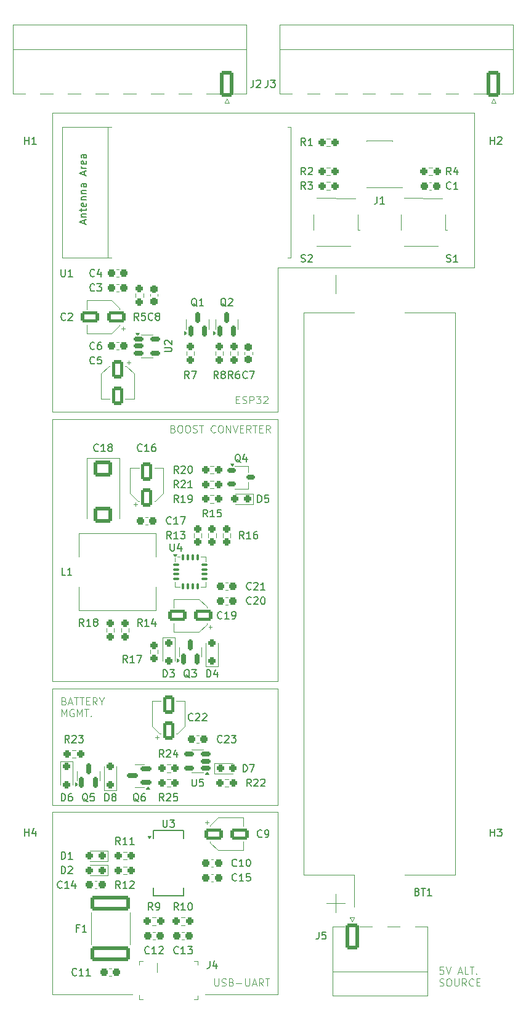
<source format=gbr>
G04 #@! TF.GenerationSoftware,KiCad,Pcbnew,8.0.5-8.0.5-0~ubuntu24.04.1*
G04 #@! TF.CreationDate,2024-10-05T12:28:55+03:00*
G04 #@! TF.ProjectId,esp32-main,65737033-322d-46d6-9169-6e2e6b696361,A*
G04 #@! TF.SameCoordinates,Original*
G04 #@! TF.FileFunction,Legend,Top*
G04 #@! TF.FilePolarity,Positive*
%FSLAX46Y46*%
G04 Gerber Fmt 4.6, Leading zero omitted, Abs format (unit mm)*
G04 Created by KiCad (PCBNEW 8.0.5-8.0.5-0~ubuntu24.04.1) date 2024-10-05 12:28:55*
%MOMM*%
%LPD*%
G01*
G04 APERTURE LIST*
G04 Aperture macros list*
%AMRoundRect*
0 Rectangle with rounded corners*
0 $1 Rounding radius*
0 $2 $3 $4 $5 $6 $7 $8 $9 X,Y pos of 4 corners*
0 Add a 4 corners polygon primitive as box body*
4,1,4,$2,$3,$4,$5,$6,$7,$8,$9,$2,$3,0*
0 Add four circle primitives for the rounded corners*
1,1,$1+$1,$2,$3*
1,1,$1+$1,$4,$5*
1,1,$1+$1,$6,$7*
1,1,$1+$1,$8,$9*
0 Add four rect primitives between the rounded corners*
20,1,$1+$1,$2,$3,$4,$5,0*
20,1,$1+$1,$4,$5,$6,$7,0*
20,1,$1+$1,$6,$7,$8,$9,0*
20,1,$1+$1,$8,$9,$2,$3,0*%
G04 Aperture macros list end*
%ADD10C,0.100000*%
%ADD11C,0.150000*%
%ADD12C,0.120000*%
%ADD13RoundRect,0.087500X-0.325000X-0.087500X0.325000X-0.087500X0.325000X0.087500X-0.325000X0.087500X0*%
%ADD14RoundRect,0.087500X-0.087500X-0.325000X0.087500X-0.325000X0.087500X0.325000X-0.087500X0.325000X0*%
%ADD15R,2.700000X2.700000*%
%ADD16R,2.200000X2.200000*%
%ADD17C,2.200000*%
%ADD18RoundRect,0.237500X-0.237500X0.300000X-0.237500X-0.300000X0.237500X-0.300000X0.237500X0.300000X0*%
%ADD19R,2.700000X3.600000*%
%ADD20RoundRect,0.237500X0.237500X-0.250000X0.237500X0.250000X-0.237500X0.250000X-0.237500X-0.250000X0*%
%ADD21RoundRect,0.237500X0.250000X0.237500X-0.250000X0.237500X-0.250000X-0.237500X0.250000X-0.237500X0*%
%ADD22RoundRect,0.237500X-0.237500X0.250000X-0.237500X-0.250000X0.237500X-0.250000X0.237500X0.250000X0*%
%ADD23RoundRect,0.237500X-0.300000X-0.237500X0.300000X-0.237500X0.300000X0.237500X-0.300000X0.237500X0*%
%ADD24RoundRect,0.237500X-0.250000X-0.237500X0.250000X-0.237500X0.250000X0.237500X-0.250000X0.237500X0*%
%ADD25RoundRect,0.162500X-0.447500X-0.162500X0.447500X-0.162500X0.447500X0.162500X-0.447500X0.162500X0*%
%ADD26RoundRect,0.250000X0.250000X-0.250000X0.250000X0.250000X-0.250000X0.250000X-0.250000X-0.250000X0*%
%ADD27RoundRect,0.250000X-0.550000X1.050000X-0.550000X-1.050000X0.550000X-1.050000X0.550000X1.050000X0*%
%ADD28RoundRect,0.150000X0.512500X0.150000X-0.512500X0.150000X-0.512500X-0.150000X0.512500X-0.150000X0*%
%ADD29RoundRect,0.250000X0.550000X-1.050000X0.550000X1.050000X-0.550000X1.050000X-0.550000X-1.050000X0*%
%ADD30R,0.450000X1.380000*%
%ADD31R,2.375000X1.900000*%
%ADD32R,1.475000X2.100000*%
%ADD33R,1.175000X1.900000*%
%ADD34RoundRect,0.250000X-0.650000X-1.550000X0.650000X-1.550000X0.650000X1.550000X-0.650000X1.550000X0*%
%ADD35O,1.800000X3.600000*%
%ADD36RoundRect,0.237500X0.237500X-0.300000X0.237500X0.300000X-0.237500X0.300000X-0.237500X-0.300000X0*%
%ADD37RoundRect,0.250000X-1.025000X0.875000X-1.025000X-0.875000X1.025000X-0.875000X1.025000X0.875000X0*%
%ADD38RoundRect,0.237500X0.300000X0.237500X-0.300000X0.237500X-0.300000X-0.237500X0.300000X-0.237500X0*%
%ADD39RoundRect,0.250000X-0.250000X0.250000X-0.250000X-0.250000X0.250000X-0.250000X0.250000X0.250000X0*%
%ADD40R,2.400000X0.740000*%
%ADD41R,0.900000X1.500000*%
%ADD42R,0.900000X0.900000*%
%ADD43RoundRect,0.250001X2.474999X-0.799999X2.474999X0.799999X-2.474999X0.799999X-2.474999X-0.799999X0*%
%ADD44R,1.200000X0.400000*%
%ADD45RoundRect,0.237500X0.287500X0.237500X-0.287500X0.237500X-0.287500X-0.237500X0.287500X-0.237500X0*%
%ADD46RoundRect,0.250000X-1.050000X-0.550000X1.050000X-0.550000X1.050000X0.550000X-1.050000X0.550000X0*%
%ADD47RoundRect,0.150000X0.587500X0.150000X-0.587500X0.150000X-0.587500X-0.150000X0.587500X-0.150000X0*%
%ADD48RoundRect,0.237500X-0.287500X-0.237500X0.287500X-0.237500X0.287500X0.237500X-0.287500X0.237500X0*%
%ADD49RoundRect,0.150000X0.150000X-0.587500X0.150000X0.587500X-0.150000X0.587500X-0.150000X-0.587500X0*%
%ADD50RoundRect,0.150000X-0.512500X-0.150000X0.512500X-0.150000X0.512500X0.150000X-0.512500X0.150000X0*%
%ADD51RoundRect,0.250000X1.050000X0.550000X-1.050000X0.550000X-1.050000X-0.550000X1.050000X-0.550000X0*%
%ADD52RoundRect,0.250000X0.650000X1.550000X-0.650000X1.550000X-0.650000X-1.550000X0.650000X-1.550000X0*%
%ADD53C,2.390000*%
%ADD54C,3.450000*%
%ADD55R,6.350000X7.340000*%
G04 APERTURE END LIST*
D10*
X146000000Y-129000000D02*
X147000000Y-129000000D01*
X116000000Y-79000000D02*
X116000000Y-76000000D01*
X146000000Y-155000000D02*
X147000000Y-155000000D01*
X147000000Y-71000000D02*
X147000000Y-56000000D01*
X174000000Y-55250000D02*
X150000000Y-55250000D01*
X116000000Y-71000000D02*
X116000000Y-34000000D01*
X147000000Y-112000000D02*
X147000000Y-79000000D01*
X146000000Y-113000000D02*
X147000000Y-113000000D01*
X146000000Y-130000000D02*
X147000000Y-130000000D01*
X146000000Y-155000000D02*
X137000000Y-155000000D01*
X125000000Y-113000000D02*
X146000000Y-113000000D01*
X116000000Y-130000000D02*
X146000000Y-130000000D01*
X146000000Y-129000000D02*
X125000000Y-129000000D01*
X116000000Y-112000000D02*
X147000000Y-112000000D01*
X147000000Y-55250000D02*
X150000000Y-55250000D01*
X127000000Y-155000000D02*
X116000000Y-155000000D01*
X116000000Y-129000000D02*
X125000000Y-129000000D01*
X147000000Y-71000000D02*
X147000000Y-74000000D01*
X116000000Y-71000000D02*
X116000000Y-75000000D01*
X116000000Y-129000000D02*
X116000000Y-113000000D01*
X147000000Y-79000000D02*
X147000000Y-76000000D01*
X147000000Y-56000000D02*
X147000000Y-55250000D01*
X116000000Y-34000000D02*
X174000000Y-34000000D01*
X174000000Y-34000000D02*
X174000000Y-55000000D01*
X116000000Y-76000000D02*
X117000000Y-76000000D01*
X147000000Y-74000000D02*
X147000000Y-75000000D01*
X116000000Y-113000000D02*
X125000000Y-113000000D01*
X147000000Y-113000000D02*
X147000000Y-129000000D01*
X174000000Y-55000000D02*
X174000000Y-55250000D01*
X147000000Y-76000000D02*
X117000000Y-76000000D01*
X147000000Y-130000000D02*
X147000000Y-155000000D01*
X116000000Y-79000000D02*
X116000000Y-112000000D01*
X147000000Y-75000000D02*
X116000000Y-75000000D01*
X116000000Y-155000000D02*
X116000000Y-130000000D01*
X141303884Y-73348609D02*
X141637217Y-73348609D01*
X141780074Y-73872419D02*
X141303884Y-73872419D01*
X141303884Y-73872419D02*
X141303884Y-72872419D01*
X141303884Y-72872419D02*
X141780074Y-72872419D01*
X142161027Y-73824800D02*
X142303884Y-73872419D01*
X142303884Y-73872419D02*
X142541979Y-73872419D01*
X142541979Y-73872419D02*
X142637217Y-73824800D01*
X142637217Y-73824800D02*
X142684836Y-73777180D01*
X142684836Y-73777180D02*
X142732455Y-73681942D01*
X142732455Y-73681942D02*
X142732455Y-73586704D01*
X142732455Y-73586704D02*
X142684836Y-73491466D01*
X142684836Y-73491466D02*
X142637217Y-73443847D01*
X142637217Y-73443847D02*
X142541979Y-73396228D01*
X142541979Y-73396228D02*
X142351503Y-73348609D01*
X142351503Y-73348609D02*
X142256265Y-73300990D01*
X142256265Y-73300990D02*
X142208646Y-73253371D01*
X142208646Y-73253371D02*
X142161027Y-73158133D01*
X142161027Y-73158133D02*
X142161027Y-73062895D01*
X142161027Y-73062895D02*
X142208646Y-72967657D01*
X142208646Y-72967657D02*
X142256265Y-72920038D01*
X142256265Y-72920038D02*
X142351503Y-72872419D01*
X142351503Y-72872419D02*
X142589598Y-72872419D01*
X142589598Y-72872419D02*
X142732455Y-72920038D01*
X143161027Y-73872419D02*
X143161027Y-72872419D01*
X143161027Y-72872419D02*
X143541979Y-72872419D01*
X143541979Y-72872419D02*
X143637217Y-72920038D01*
X143637217Y-72920038D02*
X143684836Y-72967657D01*
X143684836Y-72967657D02*
X143732455Y-73062895D01*
X143732455Y-73062895D02*
X143732455Y-73205752D01*
X143732455Y-73205752D02*
X143684836Y-73300990D01*
X143684836Y-73300990D02*
X143637217Y-73348609D01*
X143637217Y-73348609D02*
X143541979Y-73396228D01*
X143541979Y-73396228D02*
X143161027Y-73396228D01*
X144065789Y-72872419D02*
X144684836Y-72872419D01*
X144684836Y-72872419D02*
X144351503Y-73253371D01*
X144351503Y-73253371D02*
X144494360Y-73253371D01*
X144494360Y-73253371D02*
X144589598Y-73300990D01*
X144589598Y-73300990D02*
X144637217Y-73348609D01*
X144637217Y-73348609D02*
X144684836Y-73443847D01*
X144684836Y-73443847D02*
X144684836Y-73681942D01*
X144684836Y-73681942D02*
X144637217Y-73777180D01*
X144637217Y-73777180D02*
X144589598Y-73824800D01*
X144589598Y-73824800D02*
X144494360Y-73872419D01*
X144494360Y-73872419D02*
X144208646Y-73872419D01*
X144208646Y-73872419D02*
X144113408Y-73824800D01*
X144113408Y-73824800D02*
X144065789Y-73777180D01*
X145065789Y-72967657D02*
X145113408Y-72920038D01*
X145113408Y-72920038D02*
X145208646Y-72872419D01*
X145208646Y-72872419D02*
X145446741Y-72872419D01*
X145446741Y-72872419D02*
X145541979Y-72920038D01*
X145541979Y-72920038D02*
X145589598Y-72967657D01*
X145589598Y-72967657D02*
X145637217Y-73062895D01*
X145637217Y-73062895D02*
X145637217Y-73158133D01*
X145637217Y-73158133D02*
X145589598Y-73300990D01*
X145589598Y-73300990D02*
X145018170Y-73872419D01*
X145018170Y-73872419D02*
X145637217Y-73872419D01*
X169780074Y-151262475D02*
X169303884Y-151262475D01*
X169303884Y-151262475D02*
X169256265Y-151738665D01*
X169256265Y-151738665D02*
X169303884Y-151691046D01*
X169303884Y-151691046D02*
X169399122Y-151643427D01*
X169399122Y-151643427D02*
X169637217Y-151643427D01*
X169637217Y-151643427D02*
X169732455Y-151691046D01*
X169732455Y-151691046D02*
X169780074Y-151738665D01*
X169780074Y-151738665D02*
X169827693Y-151833903D01*
X169827693Y-151833903D02*
X169827693Y-152071998D01*
X169827693Y-152071998D02*
X169780074Y-152167236D01*
X169780074Y-152167236D02*
X169732455Y-152214856D01*
X169732455Y-152214856D02*
X169637217Y-152262475D01*
X169637217Y-152262475D02*
X169399122Y-152262475D01*
X169399122Y-152262475D02*
X169303884Y-152214856D01*
X169303884Y-152214856D02*
X169256265Y-152167236D01*
X170113408Y-151262475D02*
X170446741Y-152262475D01*
X170446741Y-152262475D02*
X170780074Y-151262475D01*
X171827694Y-151976760D02*
X172303884Y-151976760D01*
X171732456Y-152262475D02*
X172065789Y-151262475D01*
X172065789Y-151262475D02*
X172399122Y-152262475D01*
X173208646Y-152262475D02*
X172732456Y-152262475D01*
X172732456Y-152262475D02*
X172732456Y-151262475D01*
X173399123Y-151262475D02*
X173970551Y-151262475D01*
X173684837Y-152262475D02*
X173684837Y-151262475D01*
X174303885Y-152167236D02*
X174351504Y-152214856D01*
X174351504Y-152214856D02*
X174303885Y-152262475D01*
X174303885Y-152262475D02*
X174256266Y-152214856D01*
X174256266Y-152214856D02*
X174303885Y-152167236D01*
X174303885Y-152167236D02*
X174303885Y-152262475D01*
X169256265Y-153824800D02*
X169399122Y-153872419D01*
X169399122Y-153872419D02*
X169637217Y-153872419D01*
X169637217Y-153872419D02*
X169732455Y-153824800D01*
X169732455Y-153824800D02*
X169780074Y-153777180D01*
X169780074Y-153777180D02*
X169827693Y-153681942D01*
X169827693Y-153681942D02*
X169827693Y-153586704D01*
X169827693Y-153586704D02*
X169780074Y-153491466D01*
X169780074Y-153491466D02*
X169732455Y-153443847D01*
X169732455Y-153443847D02*
X169637217Y-153396228D01*
X169637217Y-153396228D02*
X169446741Y-153348609D01*
X169446741Y-153348609D02*
X169351503Y-153300990D01*
X169351503Y-153300990D02*
X169303884Y-153253371D01*
X169303884Y-153253371D02*
X169256265Y-153158133D01*
X169256265Y-153158133D02*
X169256265Y-153062895D01*
X169256265Y-153062895D02*
X169303884Y-152967657D01*
X169303884Y-152967657D02*
X169351503Y-152920038D01*
X169351503Y-152920038D02*
X169446741Y-152872419D01*
X169446741Y-152872419D02*
X169684836Y-152872419D01*
X169684836Y-152872419D02*
X169827693Y-152920038D01*
X170446741Y-152872419D02*
X170637217Y-152872419D01*
X170637217Y-152872419D02*
X170732455Y-152920038D01*
X170732455Y-152920038D02*
X170827693Y-153015276D01*
X170827693Y-153015276D02*
X170875312Y-153205752D01*
X170875312Y-153205752D02*
X170875312Y-153539085D01*
X170875312Y-153539085D02*
X170827693Y-153729561D01*
X170827693Y-153729561D02*
X170732455Y-153824800D01*
X170732455Y-153824800D02*
X170637217Y-153872419D01*
X170637217Y-153872419D02*
X170446741Y-153872419D01*
X170446741Y-153872419D02*
X170351503Y-153824800D01*
X170351503Y-153824800D02*
X170256265Y-153729561D01*
X170256265Y-153729561D02*
X170208646Y-153539085D01*
X170208646Y-153539085D02*
X170208646Y-153205752D01*
X170208646Y-153205752D02*
X170256265Y-153015276D01*
X170256265Y-153015276D02*
X170351503Y-152920038D01*
X170351503Y-152920038D02*
X170446741Y-152872419D01*
X171303884Y-152872419D02*
X171303884Y-153681942D01*
X171303884Y-153681942D02*
X171351503Y-153777180D01*
X171351503Y-153777180D02*
X171399122Y-153824800D01*
X171399122Y-153824800D02*
X171494360Y-153872419D01*
X171494360Y-153872419D02*
X171684836Y-153872419D01*
X171684836Y-153872419D02*
X171780074Y-153824800D01*
X171780074Y-153824800D02*
X171827693Y-153777180D01*
X171827693Y-153777180D02*
X171875312Y-153681942D01*
X171875312Y-153681942D02*
X171875312Y-152872419D01*
X172922931Y-153872419D02*
X172589598Y-153396228D01*
X172351503Y-153872419D02*
X172351503Y-152872419D01*
X172351503Y-152872419D02*
X172732455Y-152872419D01*
X172732455Y-152872419D02*
X172827693Y-152920038D01*
X172827693Y-152920038D02*
X172875312Y-152967657D01*
X172875312Y-152967657D02*
X172922931Y-153062895D01*
X172922931Y-153062895D02*
X172922931Y-153205752D01*
X172922931Y-153205752D02*
X172875312Y-153300990D01*
X172875312Y-153300990D02*
X172827693Y-153348609D01*
X172827693Y-153348609D02*
X172732455Y-153396228D01*
X172732455Y-153396228D02*
X172351503Y-153396228D01*
X173922931Y-153777180D02*
X173875312Y-153824800D01*
X173875312Y-153824800D02*
X173732455Y-153872419D01*
X173732455Y-153872419D02*
X173637217Y-153872419D01*
X173637217Y-153872419D02*
X173494360Y-153824800D01*
X173494360Y-153824800D02*
X173399122Y-153729561D01*
X173399122Y-153729561D02*
X173351503Y-153634323D01*
X173351503Y-153634323D02*
X173303884Y-153443847D01*
X173303884Y-153443847D02*
X173303884Y-153300990D01*
X173303884Y-153300990D02*
X173351503Y-153110514D01*
X173351503Y-153110514D02*
X173399122Y-153015276D01*
X173399122Y-153015276D02*
X173494360Y-152920038D01*
X173494360Y-152920038D02*
X173637217Y-152872419D01*
X173637217Y-152872419D02*
X173732455Y-152872419D01*
X173732455Y-152872419D02*
X173875312Y-152920038D01*
X173875312Y-152920038D02*
X173922931Y-152967657D01*
X174351503Y-153348609D02*
X174684836Y-153348609D01*
X174827693Y-153872419D02*
X174351503Y-153872419D01*
X174351503Y-153872419D02*
X174351503Y-152872419D01*
X174351503Y-152872419D02*
X174827693Y-152872419D01*
X138303884Y-152872419D02*
X138303884Y-153681942D01*
X138303884Y-153681942D02*
X138351503Y-153777180D01*
X138351503Y-153777180D02*
X138399122Y-153824800D01*
X138399122Y-153824800D02*
X138494360Y-153872419D01*
X138494360Y-153872419D02*
X138684836Y-153872419D01*
X138684836Y-153872419D02*
X138780074Y-153824800D01*
X138780074Y-153824800D02*
X138827693Y-153777180D01*
X138827693Y-153777180D02*
X138875312Y-153681942D01*
X138875312Y-153681942D02*
X138875312Y-152872419D01*
X139303884Y-153824800D02*
X139446741Y-153872419D01*
X139446741Y-153872419D02*
X139684836Y-153872419D01*
X139684836Y-153872419D02*
X139780074Y-153824800D01*
X139780074Y-153824800D02*
X139827693Y-153777180D01*
X139827693Y-153777180D02*
X139875312Y-153681942D01*
X139875312Y-153681942D02*
X139875312Y-153586704D01*
X139875312Y-153586704D02*
X139827693Y-153491466D01*
X139827693Y-153491466D02*
X139780074Y-153443847D01*
X139780074Y-153443847D02*
X139684836Y-153396228D01*
X139684836Y-153396228D02*
X139494360Y-153348609D01*
X139494360Y-153348609D02*
X139399122Y-153300990D01*
X139399122Y-153300990D02*
X139351503Y-153253371D01*
X139351503Y-153253371D02*
X139303884Y-153158133D01*
X139303884Y-153158133D02*
X139303884Y-153062895D01*
X139303884Y-153062895D02*
X139351503Y-152967657D01*
X139351503Y-152967657D02*
X139399122Y-152920038D01*
X139399122Y-152920038D02*
X139494360Y-152872419D01*
X139494360Y-152872419D02*
X139732455Y-152872419D01*
X139732455Y-152872419D02*
X139875312Y-152920038D01*
X140637217Y-153348609D02*
X140780074Y-153396228D01*
X140780074Y-153396228D02*
X140827693Y-153443847D01*
X140827693Y-153443847D02*
X140875312Y-153539085D01*
X140875312Y-153539085D02*
X140875312Y-153681942D01*
X140875312Y-153681942D02*
X140827693Y-153777180D01*
X140827693Y-153777180D02*
X140780074Y-153824800D01*
X140780074Y-153824800D02*
X140684836Y-153872419D01*
X140684836Y-153872419D02*
X140303884Y-153872419D01*
X140303884Y-153872419D02*
X140303884Y-152872419D01*
X140303884Y-152872419D02*
X140637217Y-152872419D01*
X140637217Y-152872419D02*
X140732455Y-152920038D01*
X140732455Y-152920038D02*
X140780074Y-152967657D01*
X140780074Y-152967657D02*
X140827693Y-153062895D01*
X140827693Y-153062895D02*
X140827693Y-153158133D01*
X140827693Y-153158133D02*
X140780074Y-153253371D01*
X140780074Y-153253371D02*
X140732455Y-153300990D01*
X140732455Y-153300990D02*
X140637217Y-153348609D01*
X140637217Y-153348609D02*
X140303884Y-153348609D01*
X141303884Y-153491466D02*
X142065789Y-153491466D01*
X142541979Y-152872419D02*
X142541979Y-153681942D01*
X142541979Y-153681942D02*
X142589598Y-153777180D01*
X142589598Y-153777180D02*
X142637217Y-153824800D01*
X142637217Y-153824800D02*
X142732455Y-153872419D01*
X142732455Y-153872419D02*
X142922931Y-153872419D01*
X142922931Y-153872419D02*
X143018169Y-153824800D01*
X143018169Y-153824800D02*
X143065788Y-153777180D01*
X143065788Y-153777180D02*
X143113407Y-153681942D01*
X143113407Y-153681942D02*
X143113407Y-152872419D01*
X143541979Y-153586704D02*
X144018169Y-153586704D01*
X143446741Y-153872419D02*
X143780074Y-152872419D01*
X143780074Y-152872419D02*
X144113407Y-153872419D01*
X145018169Y-153872419D02*
X144684836Y-153396228D01*
X144446741Y-153872419D02*
X144446741Y-152872419D01*
X144446741Y-152872419D02*
X144827693Y-152872419D01*
X144827693Y-152872419D02*
X144922931Y-152920038D01*
X144922931Y-152920038D02*
X144970550Y-152967657D01*
X144970550Y-152967657D02*
X145018169Y-153062895D01*
X145018169Y-153062895D02*
X145018169Y-153205752D01*
X145018169Y-153205752D02*
X144970550Y-153300990D01*
X144970550Y-153300990D02*
X144922931Y-153348609D01*
X144922931Y-153348609D02*
X144827693Y-153396228D01*
X144827693Y-153396228D02*
X144446741Y-153396228D01*
X145303884Y-152872419D02*
X145875312Y-152872419D01*
X145589598Y-153872419D02*
X145589598Y-152872419D01*
X117637217Y-114738665D02*
X117780074Y-114786284D01*
X117780074Y-114786284D02*
X117827693Y-114833903D01*
X117827693Y-114833903D02*
X117875312Y-114929141D01*
X117875312Y-114929141D02*
X117875312Y-115071998D01*
X117875312Y-115071998D02*
X117827693Y-115167236D01*
X117827693Y-115167236D02*
X117780074Y-115214856D01*
X117780074Y-115214856D02*
X117684836Y-115262475D01*
X117684836Y-115262475D02*
X117303884Y-115262475D01*
X117303884Y-115262475D02*
X117303884Y-114262475D01*
X117303884Y-114262475D02*
X117637217Y-114262475D01*
X117637217Y-114262475D02*
X117732455Y-114310094D01*
X117732455Y-114310094D02*
X117780074Y-114357713D01*
X117780074Y-114357713D02*
X117827693Y-114452951D01*
X117827693Y-114452951D02*
X117827693Y-114548189D01*
X117827693Y-114548189D02*
X117780074Y-114643427D01*
X117780074Y-114643427D02*
X117732455Y-114691046D01*
X117732455Y-114691046D02*
X117637217Y-114738665D01*
X117637217Y-114738665D02*
X117303884Y-114738665D01*
X118256265Y-114976760D02*
X118732455Y-114976760D01*
X118161027Y-115262475D02*
X118494360Y-114262475D01*
X118494360Y-114262475D02*
X118827693Y-115262475D01*
X119018170Y-114262475D02*
X119589598Y-114262475D01*
X119303884Y-115262475D02*
X119303884Y-114262475D01*
X119780075Y-114262475D02*
X120351503Y-114262475D01*
X120065789Y-115262475D02*
X120065789Y-114262475D01*
X120684837Y-114738665D02*
X121018170Y-114738665D01*
X121161027Y-115262475D02*
X120684837Y-115262475D01*
X120684837Y-115262475D02*
X120684837Y-114262475D01*
X120684837Y-114262475D02*
X121161027Y-114262475D01*
X122161027Y-115262475D02*
X121827694Y-114786284D01*
X121589599Y-115262475D02*
X121589599Y-114262475D01*
X121589599Y-114262475D02*
X121970551Y-114262475D01*
X121970551Y-114262475D02*
X122065789Y-114310094D01*
X122065789Y-114310094D02*
X122113408Y-114357713D01*
X122113408Y-114357713D02*
X122161027Y-114452951D01*
X122161027Y-114452951D02*
X122161027Y-114595808D01*
X122161027Y-114595808D02*
X122113408Y-114691046D01*
X122113408Y-114691046D02*
X122065789Y-114738665D01*
X122065789Y-114738665D02*
X121970551Y-114786284D01*
X121970551Y-114786284D02*
X121589599Y-114786284D01*
X122780075Y-114786284D02*
X122780075Y-115262475D01*
X122446742Y-114262475D02*
X122780075Y-114786284D01*
X122780075Y-114786284D02*
X123113408Y-114262475D01*
X117303884Y-116872419D02*
X117303884Y-115872419D01*
X117303884Y-115872419D02*
X117637217Y-116586704D01*
X117637217Y-116586704D02*
X117970550Y-115872419D01*
X117970550Y-115872419D02*
X117970550Y-116872419D01*
X118970550Y-115920038D02*
X118875312Y-115872419D01*
X118875312Y-115872419D02*
X118732455Y-115872419D01*
X118732455Y-115872419D02*
X118589598Y-115920038D01*
X118589598Y-115920038D02*
X118494360Y-116015276D01*
X118494360Y-116015276D02*
X118446741Y-116110514D01*
X118446741Y-116110514D02*
X118399122Y-116300990D01*
X118399122Y-116300990D02*
X118399122Y-116443847D01*
X118399122Y-116443847D02*
X118446741Y-116634323D01*
X118446741Y-116634323D02*
X118494360Y-116729561D01*
X118494360Y-116729561D02*
X118589598Y-116824800D01*
X118589598Y-116824800D02*
X118732455Y-116872419D01*
X118732455Y-116872419D02*
X118827693Y-116872419D01*
X118827693Y-116872419D02*
X118970550Y-116824800D01*
X118970550Y-116824800D02*
X119018169Y-116777180D01*
X119018169Y-116777180D02*
X119018169Y-116443847D01*
X119018169Y-116443847D02*
X118827693Y-116443847D01*
X119446741Y-116872419D02*
X119446741Y-115872419D01*
X119446741Y-115872419D02*
X119780074Y-116586704D01*
X119780074Y-116586704D02*
X120113407Y-115872419D01*
X120113407Y-115872419D02*
X120113407Y-116872419D01*
X120446741Y-115872419D02*
X121018169Y-115872419D01*
X120732455Y-116872419D02*
X120732455Y-115872419D01*
X121351503Y-116777180D02*
X121399122Y-116824800D01*
X121399122Y-116824800D02*
X121351503Y-116872419D01*
X121351503Y-116872419D02*
X121303884Y-116824800D01*
X121303884Y-116824800D02*
X121351503Y-116777180D01*
X121351503Y-116777180D02*
X121351503Y-116872419D01*
X132637217Y-77348609D02*
X132780074Y-77396228D01*
X132780074Y-77396228D02*
X132827693Y-77443847D01*
X132827693Y-77443847D02*
X132875312Y-77539085D01*
X132875312Y-77539085D02*
X132875312Y-77681942D01*
X132875312Y-77681942D02*
X132827693Y-77777180D01*
X132827693Y-77777180D02*
X132780074Y-77824800D01*
X132780074Y-77824800D02*
X132684836Y-77872419D01*
X132684836Y-77872419D02*
X132303884Y-77872419D01*
X132303884Y-77872419D02*
X132303884Y-76872419D01*
X132303884Y-76872419D02*
X132637217Y-76872419D01*
X132637217Y-76872419D02*
X132732455Y-76920038D01*
X132732455Y-76920038D02*
X132780074Y-76967657D01*
X132780074Y-76967657D02*
X132827693Y-77062895D01*
X132827693Y-77062895D02*
X132827693Y-77158133D01*
X132827693Y-77158133D02*
X132780074Y-77253371D01*
X132780074Y-77253371D02*
X132732455Y-77300990D01*
X132732455Y-77300990D02*
X132637217Y-77348609D01*
X132637217Y-77348609D02*
X132303884Y-77348609D01*
X133494360Y-76872419D02*
X133684836Y-76872419D01*
X133684836Y-76872419D02*
X133780074Y-76920038D01*
X133780074Y-76920038D02*
X133875312Y-77015276D01*
X133875312Y-77015276D02*
X133922931Y-77205752D01*
X133922931Y-77205752D02*
X133922931Y-77539085D01*
X133922931Y-77539085D02*
X133875312Y-77729561D01*
X133875312Y-77729561D02*
X133780074Y-77824800D01*
X133780074Y-77824800D02*
X133684836Y-77872419D01*
X133684836Y-77872419D02*
X133494360Y-77872419D01*
X133494360Y-77872419D02*
X133399122Y-77824800D01*
X133399122Y-77824800D02*
X133303884Y-77729561D01*
X133303884Y-77729561D02*
X133256265Y-77539085D01*
X133256265Y-77539085D02*
X133256265Y-77205752D01*
X133256265Y-77205752D02*
X133303884Y-77015276D01*
X133303884Y-77015276D02*
X133399122Y-76920038D01*
X133399122Y-76920038D02*
X133494360Y-76872419D01*
X134541979Y-76872419D02*
X134732455Y-76872419D01*
X134732455Y-76872419D02*
X134827693Y-76920038D01*
X134827693Y-76920038D02*
X134922931Y-77015276D01*
X134922931Y-77015276D02*
X134970550Y-77205752D01*
X134970550Y-77205752D02*
X134970550Y-77539085D01*
X134970550Y-77539085D02*
X134922931Y-77729561D01*
X134922931Y-77729561D02*
X134827693Y-77824800D01*
X134827693Y-77824800D02*
X134732455Y-77872419D01*
X134732455Y-77872419D02*
X134541979Y-77872419D01*
X134541979Y-77872419D02*
X134446741Y-77824800D01*
X134446741Y-77824800D02*
X134351503Y-77729561D01*
X134351503Y-77729561D02*
X134303884Y-77539085D01*
X134303884Y-77539085D02*
X134303884Y-77205752D01*
X134303884Y-77205752D02*
X134351503Y-77015276D01*
X134351503Y-77015276D02*
X134446741Y-76920038D01*
X134446741Y-76920038D02*
X134541979Y-76872419D01*
X135351503Y-77824800D02*
X135494360Y-77872419D01*
X135494360Y-77872419D02*
X135732455Y-77872419D01*
X135732455Y-77872419D02*
X135827693Y-77824800D01*
X135827693Y-77824800D02*
X135875312Y-77777180D01*
X135875312Y-77777180D02*
X135922931Y-77681942D01*
X135922931Y-77681942D02*
X135922931Y-77586704D01*
X135922931Y-77586704D02*
X135875312Y-77491466D01*
X135875312Y-77491466D02*
X135827693Y-77443847D01*
X135827693Y-77443847D02*
X135732455Y-77396228D01*
X135732455Y-77396228D02*
X135541979Y-77348609D01*
X135541979Y-77348609D02*
X135446741Y-77300990D01*
X135446741Y-77300990D02*
X135399122Y-77253371D01*
X135399122Y-77253371D02*
X135351503Y-77158133D01*
X135351503Y-77158133D02*
X135351503Y-77062895D01*
X135351503Y-77062895D02*
X135399122Y-76967657D01*
X135399122Y-76967657D02*
X135446741Y-76920038D01*
X135446741Y-76920038D02*
X135541979Y-76872419D01*
X135541979Y-76872419D02*
X135780074Y-76872419D01*
X135780074Y-76872419D02*
X135922931Y-76920038D01*
X136208646Y-76872419D02*
X136780074Y-76872419D01*
X136494360Y-77872419D02*
X136494360Y-76872419D01*
X138446741Y-77777180D02*
X138399122Y-77824800D01*
X138399122Y-77824800D02*
X138256265Y-77872419D01*
X138256265Y-77872419D02*
X138161027Y-77872419D01*
X138161027Y-77872419D02*
X138018170Y-77824800D01*
X138018170Y-77824800D02*
X137922932Y-77729561D01*
X137922932Y-77729561D02*
X137875313Y-77634323D01*
X137875313Y-77634323D02*
X137827694Y-77443847D01*
X137827694Y-77443847D02*
X137827694Y-77300990D01*
X137827694Y-77300990D02*
X137875313Y-77110514D01*
X137875313Y-77110514D02*
X137922932Y-77015276D01*
X137922932Y-77015276D02*
X138018170Y-76920038D01*
X138018170Y-76920038D02*
X138161027Y-76872419D01*
X138161027Y-76872419D02*
X138256265Y-76872419D01*
X138256265Y-76872419D02*
X138399122Y-76920038D01*
X138399122Y-76920038D02*
X138446741Y-76967657D01*
X139065789Y-76872419D02*
X139256265Y-76872419D01*
X139256265Y-76872419D02*
X139351503Y-76920038D01*
X139351503Y-76920038D02*
X139446741Y-77015276D01*
X139446741Y-77015276D02*
X139494360Y-77205752D01*
X139494360Y-77205752D02*
X139494360Y-77539085D01*
X139494360Y-77539085D02*
X139446741Y-77729561D01*
X139446741Y-77729561D02*
X139351503Y-77824800D01*
X139351503Y-77824800D02*
X139256265Y-77872419D01*
X139256265Y-77872419D02*
X139065789Y-77872419D01*
X139065789Y-77872419D02*
X138970551Y-77824800D01*
X138970551Y-77824800D02*
X138875313Y-77729561D01*
X138875313Y-77729561D02*
X138827694Y-77539085D01*
X138827694Y-77539085D02*
X138827694Y-77205752D01*
X138827694Y-77205752D02*
X138875313Y-77015276D01*
X138875313Y-77015276D02*
X138970551Y-76920038D01*
X138970551Y-76920038D02*
X139065789Y-76872419D01*
X139922932Y-77872419D02*
X139922932Y-76872419D01*
X139922932Y-76872419D02*
X140494360Y-77872419D01*
X140494360Y-77872419D02*
X140494360Y-76872419D01*
X140827694Y-76872419D02*
X141161027Y-77872419D01*
X141161027Y-77872419D02*
X141494360Y-76872419D01*
X141827694Y-77348609D02*
X142161027Y-77348609D01*
X142303884Y-77872419D02*
X141827694Y-77872419D01*
X141827694Y-77872419D02*
X141827694Y-76872419D01*
X141827694Y-76872419D02*
X142303884Y-76872419D01*
X143303884Y-77872419D02*
X142970551Y-77396228D01*
X142732456Y-77872419D02*
X142732456Y-76872419D01*
X142732456Y-76872419D02*
X143113408Y-76872419D01*
X143113408Y-76872419D02*
X143208646Y-76920038D01*
X143208646Y-76920038D02*
X143256265Y-76967657D01*
X143256265Y-76967657D02*
X143303884Y-77062895D01*
X143303884Y-77062895D02*
X143303884Y-77205752D01*
X143303884Y-77205752D02*
X143256265Y-77300990D01*
X143256265Y-77300990D02*
X143208646Y-77348609D01*
X143208646Y-77348609D02*
X143113408Y-77396228D01*
X143113408Y-77396228D02*
X142732456Y-77396228D01*
X143589599Y-76872419D02*
X144161027Y-76872419D01*
X143875313Y-77872419D02*
X143875313Y-76872419D01*
X144494361Y-77348609D02*
X144827694Y-77348609D01*
X144970551Y-77872419D02*
X144494361Y-77872419D01*
X144494361Y-77872419D02*
X144494361Y-76872419D01*
X144494361Y-76872419D02*
X144970551Y-76872419D01*
X145970551Y-77872419D02*
X145637218Y-77396228D01*
X145399123Y-77872419D02*
X145399123Y-76872419D01*
X145399123Y-76872419D02*
X145780075Y-76872419D01*
X145780075Y-76872419D02*
X145875313Y-76920038D01*
X145875313Y-76920038D02*
X145922932Y-76967657D01*
X145922932Y-76967657D02*
X145970551Y-77062895D01*
X145970551Y-77062895D02*
X145970551Y-77205752D01*
X145970551Y-77205752D02*
X145922932Y-77300990D01*
X145922932Y-77300990D02*
X145875313Y-77348609D01*
X145875313Y-77348609D02*
X145780075Y-77396228D01*
X145780075Y-77396228D02*
X145399123Y-77396228D01*
D11*
X132238095Y-93124819D02*
X132238095Y-93934342D01*
X132238095Y-93934342D02*
X132285714Y-94029580D01*
X132285714Y-94029580D02*
X132333333Y-94077200D01*
X132333333Y-94077200D02*
X132428571Y-94124819D01*
X132428571Y-94124819D02*
X132619047Y-94124819D01*
X132619047Y-94124819D02*
X132714285Y-94077200D01*
X132714285Y-94077200D02*
X132761904Y-94029580D01*
X132761904Y-94029580D02*
X132809523Y-93934342D01*
X132809523Y-93934342D02*
X132809523Y-93124819D01*
X133714285Y-93458152D02*
X133714285Y-94124819D01*
X133476190Y-93077200D02*
X133238095Y-93791485D01*
X133238095Y-93791485D02*
X133857142Y-93791485D01*
X170238095Y-54407200D02*
X170380952Y-54454819D01*
X170380952Y-54454819D02*
X170619047Y-54454819D01*
X170619047Y-54454819D02*
X170714285Y-54407200D01*
X170714285Y-54407200D02*
X170761904Y-54359580D01*
X170761904Y-54359580D02*
X170809523Y-54264342D01*
X170809523Y-54264342D02*
X170809523Y-54169104D01*
X170809523Y-54169104D02*
X170761904Y-54073866D01*
X170761904Y-54073866D02*
X170714285Y-54026247D01*
X170714285Y-54026247D02*
X170619047Y-53978628D01*
X170619047Y-53978628D02*
X170428571Y-53931009D01*
X170428571Y-53931009D02*
X170333333Y-53883390D01*
X170333333Y-53883390D02*
X170285714Y-53835771D01*
X170285714Y-53835771D02*
X170238095Y-53740533D01*
X170238095Y-53740533D02*
X170238095Y-53645295D01*
X170238095Y-53645295D02*
X170285714Y-53550057D01*
X170285714Y-53550057D02*
X170333333Y-53502438D01*
X170333333Y-53502438D02*
X170428571Y-53454819D01*
X170428571Y-53454819D02*
X170666666Y-53454819D01*
X170666666Y-53454819D02*
X170809523Y-53502438D01*
X171761904Y-54454819D02*
X171190476Y-54454819D01*
X171476190Y-54454819D02*
X171476190Y-53454819D01*
X171476190Y-53454819D02*
X171380952Y-53597676D01*
X171380952Y-53597676D02*
X171285714Y-53692914D01*
X171285714Y-53692914D02*
X171190476Y-53740533D01*
X150238095Y-54407200D02*
X150380952Y-54454819D01*
X150380952Y-54454819D02*
X150619047Y-54454819D01*
X150619047Y-54454819D02*
X150714285Y-54407200D01*
X150714285Y-54407200D02*
X150761904Y-54359580D01*
X150761904Y-54359580D02*
X150809523Y-54264342D01*
X150809523Y-54264342D02*
X150809523Y-54169104D01*
X150809523Y-54169104D02*
X150761904Y-54073866D01*
X150761904Y-54073866D02*
X150714285Y-54026247D01*
X150714285Y-54026247D02*
X150619047Y-53978628D01*
X150619047Y-53978628D02*
X150428571Y-53931009D01*
X150428571Y-53931009D02*
X150333333Y-53883390D01*
X150333333Y-53883390D02*
X150285714Y-53835771D01*
X150285714Y-53835771D02*
X150238095Y-53740533D01*
X150238095Y-53740533D02*
X150238095Y-53645295D01*
X150238095Y-53645295D02*
X150285714Y-53550057D01*
X150285714Y-53550057D02*
X150333333Y-53502438D01*
X150333333Y-53502438D02*
X150428571Y-53454819D01*
X150428571Y-53454819D02*
X150666666Y-53454819D01*
X150666666Y-53454819D02*
X150809523Y-53502438D01*
X151190476Y-53550057D02*
X151238095Y-53502438D01*
X151238095Y-53502438D02*
X151333333Y-53454819D01*
X151333333Y-53454819D02*
X151571428Y-53454819D01*
X151571428Y-53454819D02*
X151666666Y-53502438D01*
X151666666Y-53502438D02*
X151714285Y-53550057D01*
X151714285Y-53550057D02*
X151761904Y-53645295D01*
X151761904Y-53645295D02*
X151761904Y-53740533D01*
X151761904Y-53740533D02*
X151714285Y-53883390D01*
X151714285Y-53883390D02*
X151142857Y-54454819D01*
X151142857Y-54454819D02*
X151761904Y-54454819D01*
X129833333Y-62359580D02*
X129785714Y-62407200D01*
X129785714Y-62407200D02*
X129642857Y-62454819D01*
X129642857Y-62454819D02*
X129547619Y-62454819D01*
X129547619Y-62454819D02*
X129404762Y-62407200D01*
X129404762Y-62407200D02*
X129309524Y-62311961D01*
X129309524Y-62311961D02*
X129261905Y-62216723D01*
X129261905Y-62216723D02*
X129214286Y-62026247D01*
X129214286Y-62026247D02*
X129214286Y-61883390D01*
X129214286Y-61883390D02*
X129261905Y-61692914D01*
X129261905Y-61692914D02*
X129309524Y-61597676D01*
X129309524Y-61597676D02*
X129404762Y-61502438D01*
X129404762Y-61502438D02*
X129547619Y-61454819D01*
X129547619Y-61454819D02*
X129642857Y-61454819D01*
X129642857Y-61454819D02*
X129785714Y-61502438D01*
X129785714Y-61502438D02*
X129833333Y-61550057D01*
X130404762Y-61883390D02*
X130309524Y-61835771D01*
X130309524Y-61835771D02*
X130261905Y-61788152D01*
X130261905Y-61788152D02*
X130214286Y-61692914D01*
X130214286Y-61692914D02*
X130214286Y-61645295D01*
X130214286Y-61645295D02*
X130261905Y-61550057D01*
X130261905Y-61550057D02*
X130309524Y-61502438D01*
X130309524Y-61502438D02*
X130404762Y-61454819D01*
X130404762Y-61454819D02*
X130595238Y-61454819D01*
X130595238Y-61454819D02*
X130690476Y-61502438D01*
X130690476Y-61502438D02*
X130738095Y-61550057D01*
X130738095Y-61550057D02*
X130785714Y-61645295D01*
X130785714Y-61645295D02*
X130785714Y-61692914D01*
X130785714Y-61692914D02*
X130738095Y-61788152D01*
X130738095Y-61788152D02*
X130690476Y-61835771D01*
X130690476Y-61835771D02*
X130595238Y-61883390D01*
X130595238Y-61883390D02*
X130404762Y-61883390D01*
X130404762Y-61883390D02*
X130309524Y-61931009D01*
X130309524Y-61931009D02*
X130261905Y-61978628D01*
X130261905Y-61978628D02*
X130214286Y-62073866D01*
X130214286Y-62073866D02*
X130214286Y-62264342D01*
X130214286Y-62264342D02*
X130261905Y-62359580D01*
X130261905Y-62359580D02*
X130309524Y-62407200D01*
X130309524Y-62407200D02*
X130404762Y-62454819D01*
X130404762Y-62454819D02*
X130595238Y-62454819D01*
X130595238Y-62454819D02*
X130690476Y-62407200D01*
X130690476Y-62407200D02*
X130738095Y-62359580D01*
X130738095Y-62359580D02*
X130785714Y-62264342D01*
X130785714Y-62264342D02*
X130785714Y-62073866D01*
X130785714Y-62073866D02*
X130738095Y-61978628D01*
X130738095Y-61978628D02*
X130690476Y-61931009D01*
X130690476Y-61931009D02*
X130595238Y-61883390D01*
X117833333Y-97454819D02*
X117357143Y-97454819D01*
X117357143Y-97454819D02*
X117357143Y-96454819D01*
X118690476Y-97454819D02*
X118119048Y-97454819D01*
X118404762Y-97454819D02*
X118404762Y-96454819D01*
X118404762Y-96454819D02*
X118309524Y-96597676D01*
X118309524Y-96597676D02*
X118214286Y-96692914D01*
X118214286Y-96692914D02*
X118119048Y-96740533D01*
X137357142Y-89454819D02*
X137023809Y-88978628D01*
X136785714Y-89454819D02*
X136785714Y-88454819D01*
X136785714Y-88454819D02*
X137166666Y-88454819D01*
X137166666Y-88454819D02*
X137261904Y-88502438D01*
X137261904Y-88502438D02*
X137309523Y-88550057D01*
X137309523Y-88550057D02*
X137357142Y-88645295D01*
X137357142Y-88645295D02*
X137357142Y-88788152D01*
X137357142Y-88788152D02*
X137309523Y-88883390D01*
X137309523Y-88883390D02*
X137261904Y-88931009D01*
X137261904Y-88931009D02*
X137166666Y-88978628D01*
X137166666Y-88978628D02*
X136785714Y-88978628D01*
X138309523Y-89454819D02*
X137738095Y-89454819D01*
X138023809Y-89454819D02*
X138023809Y-88454819D01*
X138023809Y-88454819D02*
X137928571Y-88597676D01*
X137928571Y-88597676D02*
X137833333Y-88692914D01*
X137833333Y-88692914D02*
X137738095Y-88740533D01*
X139214285Y-88454819D02*
X138738095Y-88454819D01*
X138738095Y-88454819D02*
X138690476Y-88931009D01*
X138690476Y-88931009D02*
X138738095Y-88883390D01*
X138738095Y-88883390D02*
X138833333Y-88835771D01*
X138833333Y-88835771D02*
X139071428Y-88835771D01*
X139071428Y-88835771D02*
X139166666Y-88883390D01*
X139166666Y-88883390D02*
X139214285Y-88931009D01*
X139214285Y-88931009D02*
X139261904Y-89026247D01*
X139261904Y-89026247D02*
X139261904Y-89264342D01*
X139261904Y-89264342D02*
X139214285Y-89359580D01*
X139214285Y-89359580D02*
X139166666Y-89407200D01*
X139166666Y-89407200D02*
X139071428Y-89454819D01*
X139071428Y-89454819D02*
X138833333Y-89454819D01*
X138833333Y-89454819D02*
X138738095Y-89407200D01*
X138738095Y-89407200D02*
X138690476Y-89359580D01*
X131357142Y-122454819D02*
X131023809Y-121978628D01*
X130785714Y-122454819D02*
X130785714Y-121454819D01*
X130785714Y-121454819D02*
X131166666Y-121454819D01*
X131166666Y-121454819D02*
X131261904Y-121502438D01*
X131261904Y-121502438D02*
X131309523Y-121550057D01*
X131309523Y-121550057D02*
X131357142Y-121645295D01*
X131357142Y-121645295D02*
X131357142Y-121788152D01*
X131357142Y-121788152D02*
X131309523Y-121883390D01*
X131309523Y-121883390D02*
X131261904Y-121931009D01*
X131261904Y-121931009D02*
X131166666Y-121978628D01*
X131166666Y-121978628D02*
X130785714Y-121978628D01*
X131738095Y-121550057D02*
X131785714Y-121502438D01*
X131785714Y-121502438D02*
X131880952Y-121454819D01*
X131880952Y-121454819D02*
X132119047Y-121454819D01*
X132119047Y-121454819D02*
X132214285Y-121502438D01*
X132214285Y-121502438D02*
X132261904Y-121550057D01*
X132261904Y-121550057D02*
X132309523Y-121645295D01*
X132309523Y-121645295D02*
X132309523Y-121740533D01*
X132309523Y-121740533D02*
X132261904Y-121883390D01*
X132261904Y-121883390D02*
X131690476Y-122454819D01*
X131690476Y-122454819D02*
X132309523Y-122454819D01*
X133166666Y-121788152D02*
X133166666Y-122454819D01*
X132928571Y-121407200D02*
X132690476Y-122121485D01*
X132690476Y-122121485D02*
X133309523Y-122121485D01*
X142357142Y-92454819D02*
X142023809Y-91978628D01*
X141785714Y-92454819D02*
X141785714Y-91454819D01*
X141785714Y-91454819D02*
X142166666Y-91454819D01*
X142166666Y-91454819D02*
X142261904Y-91502438D01*
X142261904Y-91502438D02*
X142309523Y-91550057D01*
X142309523Y-91550057D02*
X142357142Y-91645295D01*
X142357142Y-91645295D02*
X142357142Y-91788152D01*
X142357142Y-91788152D02*
X142309523Y-91883390D01*
X142309523Y-91883390D02*
X142261904Y-91931009D01*
X142261904Y-91931009D02*
X142166666Y-91978628D01*
X142166666Y-91978628D02*
X141785714Y-91978628D01*
X143309523Y-92454819D02*
X142738095Y-92454819D01*
X143023809Y-92454819D02*
X143023809Y-91454819D01*
X143023809Y-91454819D02*
X142928571Y-91597676D01*
X142928571Y-91597676D02*
X142833333Y-91692914D01*
X142833333Y-91692914D02*
X142738095Y-91740533D01*
X144166666Y-91454819D02*
X143976190Y-91454819D01*
X143976190Y-91454819D02*
X143880952Y-91502438D01*
X143880952Y-91502438D02*
X143833333Y-91550057D01*
X143833333Y-91550057D02*
X143738095Y-91692914D01*
X143738095Y-91692914D02*
X143690476Y-91883390D01*
X143690476Y-91883390D02*
X143690476Y-92264342D01*
X143690476Y-92264342D02*
X143738095Y-92359580D01*
X143738095Y-92359580D02*
X143785714Y-92407200D01*
X143785714Y-92407200D02*
X143880952Y-92454819D01*
X143880952Y-92454819D02*
X144071428Y-92454819D01*
X144071428Y-92454819D02*
X144166666Y-92407200D01*
X144166666Y-92407200D02*
X144214285Y-92359580D01*
X144214285Y-92359580D02*
X144261904Y-92264342D01*
X144261904Y-92264342D02*
X144261904Y-92026247D01*
X144261904Y-92026247D02*
X144214285Y-91931009D01*
X144214285Y-91931009D02*
X144166666Y-91883390D01*
X144166666Y-91883390D02*
X144071428Y-91835771D01*
X144071428Y-91835771D02*
X143880952Y-91835771D01*
X143880952Y-91835771D02*
X143785714Y-91883390D01*
X143785714Y-91883390D02*
X143738095Y-91931009D01*
X143738095Y-91931009D02*
X143690476Y-92026247D01*
X143357142Y-99359580D02*
X143309523Y-99407200D01*
X143309523Y-99407200D02*
X143166666Y-99454819D01*
X143166666Y-99454819D02*
X143071428Y-99454819D01*
X143071428Y-99454819D02*
X142928571Y-99407200D01*
X142928571Y-99407200D02*
X142833333Y-99311961D01*
X142833333Y-99311961D02*
X142785714Y-99216723D01*
X142785714Y-99216723D02*
X142738095Y-99026247D01*
X142738095Y-99026247D02*
X142738095Y-98883390D01*
X142738095Y-98883390D02*
X142785714Y-98692914D01*
X142785714Y-98692914D02*
X142833333Y-98597676D01*
X142833333Y-98597676D02*
X142928571Y-98502438D01*
X142928571Y-98502438D02*
X143071428Y-98454819D01*
X143071428Y-98454819D02*
X143166666Y-98454819D01*
X143166666Y-98454819D02*
X143309523Y-98502438D01*
X143309523Y-98502438D02*
X143357142Y-98550057D01*
X143738095Y-98550057D02*
X143785714Y-98502438D01*
X143785714Y-98502438D02*
X143880952Y-98454819D01*
X143880952Y-98454819D02*
X144119047Y-98454819D01*
X144119047Y-98454819D02*
X144214285Y-98502438D01*
X144214285Y-98502438D02*
X144261904Y-98550057D01*
X144261904Y-98550057D02*
X144309523Y-98645295D01*
X144309523Y-98645295D02*
X144309523Y-98740533D01*
X144309523Y-98740533D02*
X144261904Y-98883390D01*
X144261904Y-98883390D02*
X143690476Y-99454819D01*
X143690476Y-99454819D02*
X144309523Y-99454819D01*
X145261904Y-99454819D02*
X144690476Y-99454819D01*
X144976190Y-99454819D02*
X144976190Y-98454819D01*
X144976190Y-98454819D02*
X144880952Y-98597676D01*
X144880952Y-98597676D02*
X144785714Y-98692914D01*
X144785714Y-98692914D02*
X144690476Y-98740533D01*
X170833333Y-42454819D02*
X170500000Y-41978628D01*
X170261905Y-42454819D02*
X170261905Y-41454819D01*
X170261905Y-41454819D02*
X170642857Y-41454819D01*
X170642857Y-41454819D02*
X170738095Y-41502438D01*
X170738095Y-41502438D02*
X170785714Y-41550057D01*
X170785714Y-41550057D02*
X170833333Y-41645295D01*
X170833333Y-41645295D02*
X170833333Y-41788152D01*
X170833333Y-41788152D02*
X170785714Y-41883390D01*
X170785714Y-41883390D02*
X170738095Y-41931009D01*
X170738095Y-41931009D02*
X170642857Y-41978628D01*
X170642857Y-41978628D02*
X170261905Y-41978628D01*
X171690476Y-41788152D02*
X171690476Y-42454819D01*
X171452381Y-41407200D02*
X171214286Y-42121485D01*
X171214286Y-42121485D02*
X171833333Y-42121485D01*
X141904761Y-81950057D02*
X141809523Y-81902438D01*
X141809523Y-81902438D02*
X141714285Y-81807200D01*
X141714285Y-81807200D02*
X141571428Y-81664342D01*
X141571428Y-81664342D02*
X141476190Y-81616723D01*
X141476190Y-81616723D02*
X141380952Y-81616723D01*
X141428571Y-81854819D02*
X141333333Y-81807200D01*
X141333333Y-81807200D02*
X141238095Y-81711961D01*
X141238095Y-81711961D02*
X141190476Y-81521485D01*
X141190476Y-81521485D02*
X141190476Y-81188152D01*
X141190476Y-81188152D02*
X141238095Y-80997676D01*
X141238095Y-80997676D02*
X141333333Y-80902438D01*
X141333333Y-80902438D02*
X141428571Y-80854819D01*
X141428571Y-80854819D02*
X141619047Y-80854819D01*
X141619047Y-80854819D02*
X141714285Y-80902438D01*
X141714285Y-80902438D02*
X141809523Y-80997676D01*
X141809523Y-80997676D02*
X141857142Y-81188152D01*
X141857142Y-81188152D02*
X141857142Y-81521485D01*
X141857142Y-81521485D02*
X141809523Y-81711961D01*
X141809523Y-81711961D02*
X141714285Y-81807200D01*
X141714285Y-81807200D02*
X141619047Y-81854819D01*
X141619047Y-81854819D02*
X141428571Y-81854819D01*
X142714285Y-81188152D02*
X142714285Y-81854819D01*
X142476190Y-80807200D02*
X142238095Y-81521485D01*
X142238095Y-81521485D02*
X142857142Y-81521485D01*
X176238095Y-38254819D02*
X176238095Y-37254819D01*
X176238095Y-37731009D02*
X176809523Y-37731009D01*
X176809523Y-38254819D02*
X176809523Y-37254819D01*
X177238095Y-37350057D02*
X177285714Y-37302438D01*
X177285714Y-37302438D02*
X177380952Y-37254819D01*
X177380952Y-37254819D02*
X177619047Y-37254819D01*
X177619047Y-37254819D02*
X177714285Y-37302438D01*
X177714285Y-37302438D02*
X177761904Y-37350057D01*
X177761904Y-37350057D02*
X177809523Y-37445295D01*
X177809523Y-37445295D02*
X177809523Y-37540533D01*
X177809523Y-37540533D02*
X177761904Y-37683390D01*
X177761904Y-37683390D02*
X177190476Y-38254819D01*
X177190476Y-38254819D02*
X177809523Y-38254819D01*
X123261905Y-128454819D02*
X123261905Y-127454819D01*
X123261905Y-127454819D02*
X123500000Y-127454819D01*
X123500000Y-127454819D02*
X123642857Y-127502438D01*
X123642857Y-127502438D02*
X123738095Y-127597676D01*
X123738095Y-127597676D02*
X123785714Y-127692914D01*
X123785714Y-127692914D02*
X123833333Y-127883390D01*
X123833333Y-127883390D02*
X123833333Y-128026247D01*
X123833333Y-128026247D02*
X123785714Y-128216723D01*
X123785714Y-128216723D02*
X123738095Y-128311961D01*
X123738095Y-128311961D02*
X123642857Y-128407200D01*
X123642857Y-128407200D02*
X123500000Y-128454819D01*
X123500000Y-128454819D02*
X123261905Y-128454819D01*
X124404762Y-127883390D02*
X124309524Y-127835771D01*
X124309524Y-127835771D02*
X124261905Y-127788152D01*
X124261905Y-127788152D02*
X124214286Y-127692914D01*
X124214286Y-127692914D02*
X124214286Y-127645295D01*
X124214286Y-127645295D02*
X124261905Y-127550057D01*
X124261905Y-127550057D02*
X124309524Y-127502438D01*
X124309524Y-127502438D02*
X124404762Y-127454819D01*
X124404762Y-127454819D02*
X124595238Y-127454819D01*
X124595238Y-127454819D02*
X124690476Y-127502438D01*
X124690476Y-127502438D02*
X124738095Y-127550057D01*
X124738095Y-127550057D02*
X124785714Y-127645295D01*
X124785714Y-127645295D02*
X124785714Y-127692914D01*
X124785714Y-127692914D02*
X124738095Y-127788152D01*
X124738095Y-127788152D02*
X124690476Y-127835771D01*
X124690476Y-127835771D02*
X124595238Y-127883390D01*
X124595238Y-127883390D02*
X124404762Y-127883390D01*
X124404762Y-127883390D02*
X124309524Y-127931009D01*
X124309524Y-127931009D02*
X124261905Y-127978628D01*
X124261905Y-127978628D02*
X124214286Y-128073866D01*
X124214286Y-128073866D02*
X124214286Y-128264342D01*
X124214286Y-128264342D02*
X124261905Y-128359580D01*
X124261905Y-128359580D02*
X124309524Y-128407200D01*
X124309524Y-128407200D02*
X124404762Y-128454819D01*
X124404762Y-128454819D02*
X124595238Y-128454819D01*
X124595238Y-128454819D02*
X124690476Y-128407200D01*
X124690476Y-128407200D02*
X124738095Y-128359580D01*
X124738095Y-128359580D02*
X124785714Y-128264342D01*
X124785714Y-128264342D02*
X124785714Y-128073866D01*
X124785714Y-128073866D02*
X124738095Y-127978628D01*
X124738095Y-127978628D02*
X124690476Y-127931009D01*
X124690476Y-127931009D02*
X124595238Y-127883390D01*
X121833333Y-68359580D02*
X121785714Y-68407200D01*
X121785714Y-68407200D02*
X121642857Y-68454819D01*
X121642857Y-68454819D02*
X121547619Y-68454819D01*
X121547619Y-68454819D02*
X121404762Y-68407200D01*
X121404762Y-68407200D02*
X121309524Y-68311961D01*
X121309524Y-68311961D02*
X121261905Y-68216723D01*
X121261905Y-68216723D02*
X121214286Y-68026247D01*
X121214286Y-68026247D02*
X121214286Y-67883390D01*
X121214286Y-67883390D02*
X121261905Y-67692914D01*
X121261905Y-67692914D02*
X121309524Y-67597676D01*
X121309524Y-67597676D02*
X121404762Y-67502438D01*
X121404762Y-67502438D02*
X121547619Y-67454819D01*
X121547619Y-67454819D02*
X121642857Y-67454819D01*
X121642857Y-67454819D02*
X121785714Y-67502438D01*
X121785714Y-67502438D02*
X121833333Y-67550057D01*
X122738095Y-67454819D02*
X122261905Y-67454819D01*
X122261905Y-67454819D02*
X122214286Y-67931009D01*
X122214286Y-67931009D02*
X122261905Y-67883390D01*
X122261905Y-67883390D02*
X122357143Y-67835771D01*
X122357143Y-67835771D02*
X122595238Y-67835771D01*
X122595238Y-67835771D02*
X122690476Y-67883390D01*
X122690476Y-67883390D02*
X122738095Y-67931009D01*
X122738095Y-67931009D02*
X122785714Y-68026247D01*
X122785714Y-68026247D02*
X122785714Y-68264342D01*
X122785714Y-68264342D02*
X122738095Y-68359580D01*
X122738095Y-68359580D02*
X122690476Y-68407200D01*
X122690476Y-68407200D02*
X122595238Y-68454819D01*
X122595238Y-68454819D02*
X122357143Y-68454819D01*
X122357143Y-68454819D02*
X122261905Y-68407200D01*
X122261905Y-68407200D02*
X122214286Y-68359580D01*
X131357142Y-128454819D02*
X131023809Y-127978628D01*
X130785714Y-128454819D02*
X130785714Y-127454819D01*
X130785714Y-127454819D02*
X131166666Y-127454819D01*
X131166666Y-127454819D02*
X131261904Y-127502438D01*
X131261904Y-127502438D02*
X131309523Y-127550057D01*
X131309523Y-127550057D02*
X131357142Y-127645295D01*
X131357142Y-127645295D02*
X131357142Y-127788152D01*
X131357142Y-127788152D02*
X131309523Y-127883390D01*
X131309523Y-127883390D02*
X131261904Y-127931009D01*
X131261904Y-127931009D02*
X131166666Y-127978628D01*
X131166666Y-127978628D02*
X130785714Y-127978628D01*
X131738095Y-127550057D02*
X131785714Y-127502438D01*
X131785714Y-127502438D02*
X131880952Y-127454819D01*
X131880952Y-127454819D02*
X132119047Y-127454819D01*
X132119047Y-127454819D02*
X132214285Y-127502438D01*
X132214285Y-127502438D02*
X132261904Y-127550057D01*
X132261904Y-127550057D02*
X132309523Y-127645295D01*
X132309523Y-127645295D02*
X132309523Y-127740533D01*
X132309523Y-127740533D02*
X132261904Y-127883390D01*
X132261904Y-127883390D02*
X131690476Y-128454819D01*
X131690476Y-128454819D02*
X132309523Y-128454819D01*
X133214285Y-127454819D02*
X132738095Y-127454819D01*
X132738095Y-127454819D02*
X132690476Y-127931009D01*
X132690476Y-127931009D02*
X132738095Y-127883390D01*
X132738095Y-127883390D02*
X132833333Y-127835771D01*
X132833333Y-127835771D02*
X133071428Y-127835771D01*
X133071428Y-127835771D02*
X133166666Y-127883390D01*
X133166666Y-127883390D02*
X133214285Y-127931009D01*
X133214285Y-127931009D02*
X133261904Y-128026247D01*
X133261904Y-128026247D02*
X133261904Y-128264342D01*
X133261904Y-128264342D02*
X133214285Y-128359580D01*
X133214285Y-128359580D02*
X133166666Y-128407200D01*
X133166666Y-128407200D02*
X133071428Y-128454819D01*
X133071428Y-128454819D02*
X132833333Y-128454819D01*
X132833333Y-128454819D02*
X132738095Y-128407200D01*
X132738095Y-128407200D02*
X132690476Y-128359580D01*
X139357142Y-120359580D02*
X139309523Y-120407200D01*
X139309523Y-120407200D02*
X139166666Y-120454819D01*
X139166666Y-120454819D02*
X139071428Y-120454819D01*
X139071428Y-120454819D02*
X138928571Y-120407200D01*
X138928571Y-120407200D02*
X138833333Y-120311961D01*
X138833333Y-120311961D02*
X138785714Y-120216723D01*
X138785714Y-120216723D02*
X138738095Y-120026247D01*
X138738095Y-120026247D02*
X138738095Y-119883390D01*
X138738095Y-119883390D02*
X138785714Y-119692914D01*
X138785714Y-119692914D02*
X138833333Y-119597676D01*
X138833333Y-119597676D02*
X138928571Y-119502438D01*
X138928571Y-119502438D02*
X139071428Y-119454819D01*
X139071428Y-119454819D02*
X139166666Y-119454819D01*
X139166666Y-119454819D02*
X139309523Y-119502438D01*
X139309523Y-119502438D02*
X139357142Y-119550057D01*
X139738095Y-119550057D02*
X139785714Y-119502438D01*
X139785714Y-119502438D02*
X139880952Y-119454819D01*
X139880952Y-119454819D02*
X140119047Y-119454819D01*
X140119047Y-119454819D02*
X140214285Y-119502438D01*
X140214285Y-119502438D02*
X140261904Y-119550057D01*
X140261904Y-119550057D02*
X140309523Y-119645295D01*
X140309523Y-119645295D02*
X140309523Y-119740533D01*
X140309523Y-119740533D02*
X140261904Y-119883390D01*
X140261904Y-119883390D02*
X139690476Y-120454819D01*
X139690476Y-120454819D02*
X140309523Y-120454819D01*
X140642857Y-119454819D02*
X141261904Y-119454819D01*
X141261904Y-119454819D02*
X140928571Y-119835771D01*
X140928571Y-119835771D02*
X141071428Y-119835771D01*
X141071428Y-119835771D02*
X141166666Y-119883390D01*
X141166666Y-119883390D02*
X141214285Y-119931009D01*
X141214285Y-119931009D02*
X141261904Y-120026247D01*
X141261904Y-120026247D02*
X141261904Y-120264342D01*
X141261904Y-120264342D02*
X141214285Y-120359580D01*
X141214285Y-120359580D02*
X141166666Y-120407200D01*
X141166666Y-120407200D02*
X141071428Y-120454819D01*
X141071428Y-120454819D02*
X140785714Y-120454819D01*
X140785714Y-120454819D02*
X140690476Y-120407200D01*
X140690476Y-120407200D02*
X140642857Y-120359580D01*
X135238095Y-125454819D02*
X135238095Y-126264342D01*
X135238095Y-126264342D02*
X135285714Y-126359580D01*
X135285714Y-126359580D02*
X135333333Y-126407200D01*
X135333333Y-126407200D02*
X135428571Y-126454819D01*
X135428571Y-126454819D02*
X135619047Y-126454819D01*
X135619047Y-126454819D02*
X135714285Y-126407200D01*
X135714285Y-126407200D02*
X135761904Y-126359580D01*
X135761904Y-126359580D02*
X135809523Y-126264342D01*
X135809523Y-126264342D02*
X135809523Y-125454819D01*
X136761904Y-125454819D02*
X136285714Y-125454819D01*
X136285714Y-125454819D02*
X136238095Y-125931009D01*
X136238095Y-125931009D02*
X136285714Y-125883390D01*
X136285714Y-125883390D02*
X136380952Y-125835771D01*
X136380952Y-125835771D02*
X136619047Y-125835771D01*
X136619047Y-125835771D02*
X136714285Y-125883390D01*
X136714285Y-125883390D02*
X136761904Y-125931009D01*
X136761904Y-125931009D02*
X136809523Y-126026247D01*
X136809523Y-126026247D02*
X136809523Y-126264342D01*
X136809523Y-126264342D02*
X136761904Y-126359580D01*
X136761904Y-126359580D02*
X136714285Y-126407200D01*
X136714285Y-126407200D02*
X136619047Y-126454819D01*
X136619047Y-126454819D02*
X136380952Y-126454819D01*
X136380952Y-126454819D02*
X136285714Y-126407200D01*
X136285714Y-126407200D02*
X136238095Y-126359580D01*
X135357142Y-117359580D02*
X135309523Y-117407200D01*
X135309523Y-117407200D02*
X135166666Y-117454819D01*
X135166666Y-117454819D02*
X135071428Y-117454819D01*
X135071428Y-117454819D02*
X134928571Y-117407200D01*
X134928571Y-117407200D02*
X134833333Y-117311961D01*
X134833333Y-117311961D02*
X134785714Y-117216723D01*
X134785714Y-117216723D02*
X134738095Y-117026247D01*
X134738095Y-117026247D02*
X134738095Y-116883390D01*
X134738095Y-116883390D02*
X134785714Y-116692914D01*
X134785714Y-116692914D02*
X134833333Y-116597676D01*
X134833333Y-116597676D02*
X134928571Y-116502438D01*
X134928571Y-116502438D02*
X135071428Y-116454819D01*
X135071428Y-116454819D02*
X135166666Y-116454819D01*
X135166666Y-116454819D02*
X135309523Y-116502438D01*
X135309523Y-116502438D02*
X135357142Y-116550057D01*
X135738095Y-116550057D02*
X135785714Y-116502438D01*
X135785714Y-116502438D02*
X135880952Y-116454819D01*
X135880952Y-116454819D02*
X136119047Y-116454819D01*
X136119047Y-116454819D02*
X136214285Y-116502438D01*
X136214285Y-116502438D02*
X136261904Y-116550057D01*
X136261904Y-116550057D02*
X136309523Y-116645295D01*
X136309523Y-116645295D02*
X136309523Y-116740533D01*
X136309523Y-116740533D02*
X136261904Y-116883390D01*
X136261904Y-116883390D02*
X135690476Y-117454819D01*
X135690476Y-117454819D02*
X136309523Y-117454819D01*
X136690476Y-116550057D02*
X136738095Y-116502438D01*
X136738095Y-116502438D02*
X136833333Y-116454819D01*
X136833333Y-116454819D02*
X137071428Y-116454819D01*
X137071428Y-116454819D02*
X137166666Y-116502438D01*
X137166666Y-116502438D02*
X137214285Y-116550057D01*
X137214285Y-116550057D02*
X137261904Y-116645295D01*
X137261904Y-116645295D02*
X137261904Y-116740533D01*
X137261904Y-116740533D02*
X137214285Y-116883390D01*
X137214285Y-116883390D02*
X136642857Y-117454819D01*
X136642857Y-117454819D02*
X137261904Y-117454819D01*
X137666666Y-150454819D02*
X137666666Y-151169104D01*
X137666666Y-151169104D02*
X137619047Y-151311961D01*
X137619047Y-151311961D02*
X137523809Y-151407200D01*
X137523809Y-151407200D02*
X137380952Y-151454819D01*
X137380952Y-151454819D02*
X137285714Y-151454819D01*
X138571428Y-150788152D02*
X138571428Y-151454819D01*
X138333333Y-150407200D02*
X138095238Y-151121485D01*
X138095238Y-151121485D02*
X138714285Y-151121485D01*
X143357142Y-126454819D02*
X143023809Y-125978628D01*
X142785714Y-126454819D02*
X142785714Y-125454819D01*
X142785714Y-125454819D02*
X143166666Y-125454819D01*
X143166666Y-125454819D02*
X143261904Y-125502438D01*
X143261904Y-125502438D02*
X143309523Y-125550057D01*
X143309523Y-125550057D02*
X143357142Y-125645295D01*
X143357142Y-125645295D02*
X143357142Y-125788152D01*
X143357142Y-125788152D02*
X143309523Y-125883390D01*
X143309523Y-125883390D02*
X143261904Y-125931009D01*
X143261904Y-125931009D02*
X143166666Y-125978628D01*
X143166666Y-125978628D02*
X142785714Y-125978628D01*
X143738095Y-125550057D02*
X143785714Y-125502438D01*
X143785714Y-125502438D02*
X143880952Y-125454819D01*
X143880952Y-125454819D02*
X144119047Y-125454819D01*
X144119047Y-125454819D02*
X144214285Y-125502438D01*
X144214285Y-125502438D02*
X144261904Y-125550057D01*
X144261904Y-125550057D02*
X144309523Y-125645295D01*
X144309523Y-125645295D02*
X144309523Y-125740533D01*
X144309523Y-125740533D02*
X144261904Y-125883390D01*
X144261904Y-125883390D02*
X143690476Y-126454819D01*
X143690476Y-126454819D02*
X144309523Y-126454819D01*
X144690476Y-125550057D02*
X144738095Y-125502438D01*
X144738095Y-125502438D02*
X144833333Y-125454819D01*
X144833333Y-125454819D02*
X145071428Y-125454819D01*
X145071428Y-125454819D02*
X145166666Y-125502438D01*
X145166666Y-125502438D02*
X145214285Y-125550057D01*
X145214285Y-125550057D02*
X145261904Y-125645295D01*
X145261904Y-125645295D02*
X145261904Y-125740533D01*
X145261904Y-125740533D02*
X145214285Y-125883390D01*
X145214285Y-125883390D02*
X144642857Y-126454819D01*
X144642857Y-126454819D02*
X145261904Y-126454819D01*
X152666666Y-146454819D02*
X152666666Y-147169104D01*
X152666666Y-147169104D02*
X152619047Y-147311961D01*
X152619047Y-147311961D02*
X152523809Y-147407200D01*
X152523809Y-147407200D02*
X152380952Y-147454819D01*
X152380952Y-147454819D02*
X152285714Y-147454819D01*
X153619047Y-146454819D02*
X153142857Y-146454819D01*
X153142857Y-146454819D02*
X153095238Y-146931009D01*
X153095238Y-146931009D02*
X153142857Y-146883390D01*
X153142857Y-146883390D02*
X153238095Y-146835771D01*
X153238095Y-146835771D02*
X153476190Y-146835771D01*
X153476190Y-146835771D02*
X153571428Y-146883390D01*
X153571428Y-146883390D02*
X153619047Y-146931009D01*
X153619047Y-146931009D02*
X153666666Y-147026247D01*
X153666666Y-147026247D02*
X153666666Y-147264342D01*
X153666666Y-147264342D02*
X153619047Y-147359580D01*
X153619047Y-147359580D02*
X153571428Y-147407200D01*
X153571428Y-147407200D02*
X153476190Y-147454819D01*
X153476190Y-147454819D02*
X153238095Y-147454819D01*
X153238095Y-147454819D02*
X153142857Y-147407200D01*
X153142857Y-147407200D02*
X153095238Y-147359580D01*
X142833333Y-70359580D02*
X142785714Y-70407200D01*
X142785714Y-70407200D02*
X142642857Y-70454819D01*
X142642857Y-70454819D02*
X142547619Y-70454819D01*
X142547619Y-70454819D02*
X142404762Y-70407200D01*
X142404762Y-70407200D02*
X142309524Y-70311961D01*
X142309524Y-70311961D02*
X142261905Y-70216723D01*
X142261905Y-70216723D02*
X142214286Y-70026247D01*
X142214286Y-70026247D02*
X142214286Y-69883390D01*
X142214286Y-69883390D02*
X142261905Y-69692914D01*
X142261905Y-69692914D02*
X142309524Y-69597676D01*
X142309524Y-69597676D02*
X142404762Y-69502438D01*
X142404762Y-69502438D02*
X142547619Y-69454819D01*
X142547619Y-69454819D02*
X142642857Y-69454819D01*
X142642857Y-69454819D02*
X142785714Y-69502438D01*
X142785714Y-69502438D02*
X142833333Y-69550057D01*
X143166667Y-69454819D02*
X143833333Y-69454819D01*
X143833333Y-69454819D02*
X143404762Y-70454819D01*
X125357142Y-140454819D02*
X125023809Y-139978628D01*
X124785714Y-140454819D02*
X124785714Y-139454819D01*
X124785714Y-139454819D02*
X125166666Y-139454819D01*
X125166666Y-139454819D02*
X125261904Y-139502438D01*
X125261904Y-139502438D02*
X125309523Y-139550057D01*
X125309523Y-139550057D02*
X125357142Y-139645295D01*
X125357142Y-139645295D02*
X125357142Y-139788152D01*
X125357142Y-139788152D02*
X125309523Y-139883390D01*
X125309523Y-139883390D02*
X125261904Y-139931009D01*
X125261904Y-139931009D02*
X125166666Y-139978628D01*
X125166666Y-139978628D02*
X124785714Y-139978628D01*
X126309523Y-140454819D02*
X125738095Y-140454819D01*
X126023809Y-140454819D02*
X126023809Y-139454819D01*
X126023809Y-139454819D02*
X125928571Y-139597676D01*
X125928571Y-139597676D02*
X125833333Y-139692914D01*
X125833333Y-139692914D02*
X125738095Y-139740533D01*
X126690476Y-139550057D02*
X126738095Y-139502438D01*
X126738095Y-139502438D02*
X126833333Y-139454819D01*
X126833333Y-139454819D02*
X127071428Y-139454819D01*
X127071428Y-139454819D02*
X127166666Y-139502438D01*
X127166666Y-139502438D02*
X127214285Y-139550057D01*
X127214285Y-139550057D02*
X127261904Y-139645295D01*
X127261904Y-139645295D02*
X127261904Y-139740533D01*
X127261904Y-139740533D02*
X127214285Y-139883390D01*
X127214285Y-139883390D02*
X126642857Y-140454819D01*
X126642857Y-140454819D02*
X127261904Y-140454819D01*
X122357142Y-80359580D02*
X122309523Y-80407200D01*
X122309523Y-80407200D02*
X122166666Y-80454819D01*
X122166666Y-80454819D02*
X122071428Y-80454819D01*
X122071428Y-80454819D02*
X121928571Y-80407200D01*
X121928571Y-80407200D02*
X121833333Y-80311961D01*
X121833333Y-80311961D02*
X121785714Y-80216723D01*
X121785714Y-80216723D02*
X121738095Y-80026247D01*
X121738095Y-80026247D02*
X121738095Y-79883390D01*
X121738095Y-79883390D02*
X121785714Y-79692914D01*
X121785714Y-79692914D02*
X121833333Y-79597676D01*
X121833333Y-79597676D02*
X121928571Y-79502438D01*
X121928571Y-79502438D02*
X122071428Y-79454819D01*
X122071428Y-79454819D02*
X122166666Y-79454819D01*
X122166666Y-79454819D02*
X122309523Y-79502438D01*
X122309523Y-79502438D02*
X122357142Y-79550057D01*
X123309523Y-80454819D02*
X122738095Y-80454819D01*
X123023809Y-80454819D02*
X123023809Y-79454819D01*
X123023809Y-79454819D02*
X122928571Y-79597676D01*
X122928571Y-79597676D02*
X122833333Y-79692914D01*
X122833333Y-79692914D02*
X122738095Y-79740533D01*
X123880952Y-79883390D02*
X123785714Y-79835771D01*
X123785714Y-79835771D02*
X123738095Y-79788152D01*
X123738095Y-79788152D02*
X123690476Y-79692914D01*
X123690476Y-79692914D02*
X123690476Y-79645295D01*
X123690476Y-79645295D02*
X123738095Y-79550057D01*
X123738095Y-79550057D02*
X123785714Y-79502438D01*
X123785714Y-79502438D02*
X123880952Y-79454819D01*
X123880952Y-79454819D02*
X124071428Y-79454819D01*
X124071428Y-79454819D02*
X124166666Y-79502438D01*
X124166666Y-79502438D02*
X124214285Y-79550057D01*
X124214285Y-79550057D02*
X124261904Y-79645295D01*
X124261904Y-79645295D02*
X124261904Y-79692914D01*
X124261904Y-79692914D02*
X124214285Y-79788152D01*
X124214285Y-79788152D02*
X124166666Y-79835771D01*
X124166666Y-79835771D02*
X124071428Y-79883390D01*
X124071428Y-79883390D02*
X123880952Y-79883390D01*
X123880952Y-79883390D02*
X123785714Y-79931009D01*
X123785714Y-79931009D02*
X123738095Y-79978628D01*
X123738095Y-79978628D02*
X123690476Y-80073866D01*
X123690476Y-80073866D02*
X123690476Y-80264342D01*
X123690476Y-80264342D02*
X123738095Y-80359580D01*
X123738095Y-80359580D02*
X123785714Y-80407200D01*
X123785714Y-80407200D02*
X123880952Y-80454819D01*
X123880952Y-80454819D02*
X124071428Y-80454819D01*
X124071428Y-80454819D02*
X124166666Y-80407200D01*
X124166666Y-80407200D02*
X124214285Y-80359580D01*
X124214285Y-80359580D02*
X124261904Y-80264342D01*
X124261904Y-80264342D02*
X124261904Y-80073866D01*
X124261904Y-80073866D02*
X124214285Y-79978628D01*
X124214285Y-79978628D02*
X124166666Y-79931009D01*
X124166666Y-79931009D02*
X124071428Y-79883390D01*
X133357142Y-83454819D02*
X133023809Y-82978628D01*
X132785714Y-83454819D02*
X132785714Y-82454819D01*
X132785714Y-82454819D02*
X133166666Y-82454819D01*
X133166666Y-82454819D02*
X133261904Y-82502438D01*
X133261904Y-82502438D02*
X133309523Y-82550057D01*
X133309523Y-82550057D02*
X133357142Y-82645295D01*
X133357142Y-82645295D02*
X133357142Y-82788152D01*
X133357142Y-82788152D02*
X133309523Y-82883390D01*
X133309523Y-82883390D02*
X133261904Y-82931009D01*
X133261904Y-82931009D02*
X133166666Y-82978628D01*
X133166666Y-82978628D02*
X132785714Y-82978628D01*
X133738095Y-82550057D02*
X133785714Y-82502438D01*
X133785714Y-82502438D02*
X133880952Y-82454819D01*
X133880952Y-82454819D02*
X134119047Y-82454819D01*
X134119047Y-82454819D02*
X134214285Y-82502438D01*
X134214285Y-82502438D02*
X134261904Y-82550057D01*
X134261904Y-82550057D02*
X134309523Y-82645295D01*
X134309523Y-82645295D02*
X134309523Y-82740533D01*
X134309523Y-82740533D02*
X134261904Y-82883390D01*
X134261904Y-82883390D02*
X133690476Y-83454819D01*
X133690476Y-83454819D02*
X134309523Y-83454819D01*
X134928571Y-82454819D02*
X135023809Y-82454819D01*
X135023809Y-82454819D02*
X135119047Y-82502438D01*
X135119047Y-82502438D02*
X135166666Y-82550057D01*
X135166666Y-82550057D02*
X135214285Y-82645295D01*
X135214285Y-82645295D02*
X135261904Y-82835771D01*
X135261904Y-82835771D02*
X135261904Y-83073866D01*
X135261904Y-83073866D02*
X135214285Y-83264342D01*
X135214285Y-83264342D02*
X135166666Y-83359580D01*
X135166666Y-83359580D02*
X135119047Y-83407200D01*
X135119047Y-83407200D02*
X135023809Y-83454819D01*
X135023809Y-83454819D02*
X134928571Y-83454819D01*
X134928571Y-83454819D02*
X134833333Y-83407200D01*
X134833333Y-83407200D02*
X134785714Y-83359580D01*
X134785714Y-83359580D02*
X134738095Y-83264342D01*
X134738095Y-83264342D02*
X134690476Y-83073866D01*
X134690476Y-83073866D02*
X134690476Y-82835771D01*
X134690476Y-82835771D02*
X134738095Y-82645295D01*
X134738095Y-82645295D02*
X134785714Y-82550057D01*
X134785714Y-82550057D02*
X134833333Y-82502438D01*
X134833333Y-82502438D02*
X134928571Y-82454819D01*
X121833333Y-58359580D02*
X121785714Y-58407200D01*
X121785714Y-58407200D02*
X121642857Y-58454819D01*
X121642857Y-58454819D02*
X121547619Y-58454819D01*
X121547619Y-58454819D02*
X121404762Y-58407200D01*
X121404762Y-58407200D02*
X121309524Y-58311961D01*
X121309524Y-58311961D02*
X121261905Y-58216723D01*
X121261905Y-58216723D02*
X121214286Y-58026247D01*
X121214286Y-58026247D02*
X121214286Y-57883390D01*
X121214286Y-57883390D02*
X121261905Y-57692914D01*
X121261905Y-57692914D02*
X121309524Y-57597676D01*
X121309524Y-57597676D02*
X121404762Y-57502438D01*
X121404762Y-57502438D02*
X121547619Y-57454819D01*
X121547619Y-57454819D02*
X121642857Y-57454819D01*
X121642857Y-57454819D02*
X121785714Y-57502438D01*
X121785714Y-57502438D02*
X121833333Y-57550057D01*
X122166667Y-57454819D02*
X122785714Y-57454819D01*
X122785714Y-57454819D02*
X122452381Y-57835771D01*
X122452381Y-57835771D02*
X122595238Y-57835771D01*
X122595238Y-57835771D02*
X122690476Y-57883390D01*
X122690476Y-57883390D02*
X122738095Y-57931009D01*
X122738095Y-57931009D02*
X122785714Y-58026247D01*
X122785714Y-58026247D02*
X122785714Y-58264342D01*
X122785714Y-58264342D02*
X122738095Y-58359580D01*
X122738095Y-58359580D02*
X122690476Y-58407200D01*
X122690476Y-58407200D02*
X122595238Y-58454819D01*
X122595238Y-58454819D02*
X122309524Y-58454819D01*
X122309524Y-58454819D02*
X122214286Y-58407200D01*
X122214286Y-58407200D02*
X122166667Y-58359580D01*
X141357142Y-139359580D02*
X141309523Y-139407200D01*
X141309523Y-139407200D02*
X141166666Y-139454819D01*
X141166666Y-139454819D02*
X141071428Y-139454819D01*
X141071428Y-139454819D02*
X140928571Y-139407200D01*
X140928571Y-139407200D02*
X140833333Y-139311961D01*
X140833333Y-139311961D02*
X140785714Y-139216723D01*
X140785714Y-139216723D02*
X140738095Y-139026247D01*
X140738095Y-139026247D02*
X140738095Y-138883390D01*
X140738095Y-138883390D02*
X140785714Y-138692914D01*
X140785714Y-138692914D02*
X140833333Y-138597676D01*
X140833333Y-138597676D02*
X140928571Y-138502438D01*
X140928571Y-138502438D02*
X141071428Y-138454819D01*
X141071428Y-138454819D02*
X141166666Y-138454819D01*
X141166666Y-138454819D02*
X141309523Y-138502438D01*
X141309523Y-138502438D02*
X141357142Y-138550057D01*
X142309523Y-139454819D02*
X141738095Y-139454819D01*
X142023809Y-139454819D02*
X142023809Y-138454819D01*
X142023809Y-138454819D02*
X141928571Y-138597676D01*
X141928571Y-138597676D02*
X141833333Y-138692914D01*
X141833333Y-138692914D02*
X141738095Y-138740533D01*
X143214285Y-138454819D02*
X142738095Y-138454819D01*
X142738095Y-138454819D02*
X142690476Y-138931009D01*
X142690476Y-138931009D02*
X142738095Y-138883390D01*
X142738095Y-138883390D02*
X142833333Y-138835771D01*
X142833333Y-138835771D02*
X143071428Y-138835771D01*
X143071428Y-138835771D02*
X143166666Y-138883390D01*
X143166666Y-138883390D02*
X143214285Y-138931009D01*
X143214285Y-138931009D02*
X143261904Y-139026247D01*
X143261904Y-139026247D02*
X143261904Y-139264342D01*
X143261904Y-139264342D02*
X143214285Y-139359580D01*
X143214285Y-139359580D02*
X143166666Y-139407200D01*
X143166666Y-139407200D02*
X143071428Y-139454819D01*
X143071428Y-139454819D02*
X142833333Y-139454819D01*
X142833333Y-139454819D02*
X142738095Y-139407200D01*
X142738095Y-139407200D02*
X142690476Y-139359580D01*
X134833333Y-70454819D02*
X134500000Y-69978628D01*
X134261905Y-70454819D02*
X134261905Y-69454819D01*
X134261905Y-69454819D02*
X134642857Y-69454819D01*
X134642857Y-69454819D02*
X134738095Y-69502438D01*
X134738095Y-69502438D02*
X134785714Y-69550057D01*
X134785714Y-69550057D02*
X134833333Y-69645295D01*
X134833333Y-69645295D02*
X134833333Y-69788152D01*
X134833333Y-69788152D02*
X134785714Y-69883390D01*
X134785714Y-69883390D02*
X134738095Y-69931009D01*
X134738095Y-69931009D02*
X134642857Y-69978628D01*
X134642857Y-69978628D02*
X134261905Y-69978628D01*
X135166667Y-69454819D02*
X135833333Y-69454819D01*
X135833333Y-69454819D02*
X135404762Y-70454819D01*
X131261905Y-111454819D02*
X131261905Y-110454819D01*
X131261905Y-110454819D02*
X131500000Y-110454819D01*
X131500000Y-110454819D02*
X131642857Y-110502438D01*
X131642857Y-110502438D02*
X131738095Y-110597676D01*
X131738095Y-110597676D02*
X131785714Y-110692914D01*
X131785714Y-110692914D02*
X131833333Y-110883390D01*
X131833333Y-110883390D02*
X131833333Y-111026247D01*
X131833333Y-111026247D02*
X131785714Y-111216723D01*
X131785714Y-111216723D02*
X131738095Y-111311961D01*
X131738095Y-111311961D02*
X131642857Y-111407200D01*
X131642857Y-111407200D02*
X131500000Y-111454819D01*
X131500000Y-111454819D02*
X131261905Y-111454819D01*
X132166667Y-110454819D02*
X132785714Y-110454819D01*
X132785714Y-110454819D02*
X132452381Y-110835771D01*
X132452381Y-110835771D02*
X132595238Y-110835771D01*
X132595238Y-110835771D02*
X132690476Y-110883390D01*
X132690476Y-110883390D02*
X132738095Y-110931009D01*
X132738095Y-110931009D02*
X132785714Y-111026247D01*
X132785714Y-111026247D02*
X132785714Y-111264342D01*
X132785714Y-111264342D02*
X132738095Y-111359580D01*
X132738095Y-111359580D02*
X132690476Y-111407200D01*
X132690476Y-111407200D02*
X132595238Y-111454819D01*
X132595238Y-111454819D02*
X132309524Y-111454819D01*
X132309524Y-111454819D02*
X132214286Y-111407200D01*
X132214286Y-111407200D02*
X132166667Y-111359580D01*
X160666666Y-45454819D02*
X160666666Y-46169104D01*
X160666666Y-46169104D02*
X160619047Y-46311961D01*
X160619047Y-46311961D02*
X160523809Y-46407200D01*
X160523809Y-46407200D02*
X160380952Y-46454819D01*
X160380952Y-46454819D02*
X160285714Y-46454819D01*
X161666666Y-46454819D02*
X161095238Y-46454819D01*
X161380952Y-46454819D02*
X161380952Y-45454819D01*
X161380952Y-45454819D02*
X161285714Y-45597676D01*
X161285714Y-45597676D02*
X161190476Y-45692914D01*
X161190476Y-45692914D02*
X161095238Y-45740533D01*
X117238095Y-55454819D02*
X117238095Y-56264342D01*
X117238095Y-56264342D02*
X117285714Y-56359580D01*
X117285714Y-56359580D02*
X117333333Y-56407200D01*
X117333333Y-56407200D02*
X117428571Y-56454819D01*
X117428571Y-56454819D02*
X117619047Y-56454819D01*
X117619047Y-56454819D02*
X117714285Y-56407200D01*
X117714285Y-56407200D02*
X117761904Y-56359580D01*
X117761904Y-56359580D02*
X117809523Y-56264342D01*
X117809523Y-56264342D02*
X117809523Y-55454819D01*
X118809523Y-56454819D02*
X118238095Y-56454819D01*
X118523809Y-56454819D02*
X118523809Y-55454819D01*
X118523809Y-55454819D02*
X118428571Y-55597676D01*
X118428571Y-55597676D02*
X118333333Y-55692914D01*
X118333333Y-55692914D02*
X118238095Y-55740533D01*
X120434104Y-49161905D02*
X120434104Y-48685715D01*
X120719819Y-49257143D02*
X119719819Y-48923810D01*
X119719819Y-48923810D02*
X120719819Y-48590477D01*
X120053152Y-48257143D02*
X120719819Y-48257143D01*
X120148390Y-48257143D02*
X120100771Y-48209524D01*
X120100771Y-48209524D02*
X120053152Y-48114286D01*
X120053152Y-48114286D02*
X120053152Y-47971429D01*
X120053152Y-47971429D02*
X120100771Y-47876191D01*
X120100771Y-47876191D02*
X120196009Y-47828572D01*
X120196009Y-47828572D02*
X120719819Y-47828572D01*
X120053152Y-47495238D02*
X120053152Y-47114286D01*
X119719819Y-47352381D02*
X120576961Y-47352381D01*
X120576961Y-47352381D02*
X120672200Y-47304762D01*
X120672200Y-47304762D02*
X120719819Y-47209524D01*
X120719819Y-47209524D02*
X120719819Y-47114286D01*
X120672200Y-46400000D02*
X120719819Y-46495238D01*
X120719819Y-46495238D02*
X120719819Y-46685714D01*
X120719819Y-46685714D02*
X120672200Y-46780952D01*
X120672200Y-46780952D02*
X120576961Y-46828571D01*
X120576961Y-46828571D02*
X120196009Y-46828571D01*
X120196009Y-46828571D02*
X120100771Y-46780952D01*
X120100771Y-46780952D02*
X120053152Y-46685714D01*
X120053152Y-46685714D02*
X120053152Y-46495238D01*
X120053152Y-46495238D02*
X120100771Y-46400000D01*
X120100771Y-46400000D02*
X120196009Y-46352381D01*
X120196009Y-46352381D02*
X120291247Y-46352381D01*
X120291247Y-46352381D02*
X120386485Y-46828571D01*
X120053152Y-45923809D02*
X120719819Y-45923809D01*
X120148390Y-45923809D02*
X120100771Y-45876190D01*
X120100771Y-45876190D02*
X120053152Y-45780952D01*
X120053152Y-45780952D02*
X120053152Y-45638095D01*
X120053152Y-45638095D02*
X120100771Y-45542857D01*
X120100771Y-45542857D02*
X120196009Y-45495238D01*
X120196009Y-45495238D02*
X120719819Y-45495238D01*
X120053152Y-45019047D02*
X120719819Y-45019047D01*
X120148390Y-45019047D02*
X120100771Y-44971428D01*
X120100771Y-44971428D02*
X120053152Y-44876190D01*
X120053152Y-44876190D02*
X120053152Y-44733333D01*
X120053152Y-44733333D02*
X120100771Y-44638095D01*
X120100771Y-44638095D02*
X120196009Y-44590476D01*
X120196009Y-44590476D02*
X120719819Y-44590476D01*
X120719819Y-43685714D02*
X120196009Y-43685714D01*
X120196009Y-43685714D02*
X120100771Y-43733333D01*
X120100771Y-43733333D02*
X120053152Y-43828571D01*
X120053152Y-43828571D02*
X120053152Y-44019047D01*
X120053152Y-44019047D02*
X120100771Y-44114285D01*
X120672200Y-43685714D02*
X120719819Y-43780952D01*
X120719819Y-43780952D02*
X120719819Y-44019047D01*
X120719819Y-44019047D02*
X120672200Y-44114285D01*
X120672200Y-44114285D02*
X120576961Y-44161904D01*
X120576961Y-44161904D02*
X120481723Y-44161904D01*
X120481723Y-44161904D02*
X120386485Y-44114285D01*
X120386485Y-44114285D02*
X120338866Y-44019047D01*
X120338866Y-44019047D02*
X120338866Y-43780952D01*
X120338866Y-43780952D02*
X120291247Y-43685714D01*
X120434104Y-42495237D02*
X120434104Y-42019047D01*
X120719819Y-42590475D02*
X119719819Y-42257142D01*
X119719819Y-42257142D02*
X120719819Y-41923809D01*
X120719819Y-41590475D02*
X120053152Y-41590475D01*
X120243628Y-41590475D02*
X120148390Y-41542856D01*
X120148390Y-41542856D02*
X120100771Y-41495237D01*
X120100771Y-41495237D02*
X120053152Y-41399999D01*
X120053152Y-41399999D02*
X120053152Y-41304761D01*
X120672200Y-40590475D02*
X120719819Y-40685713D01*
X120719819Y-40685713D02*
X120719819Y-40876189D01*
X120719819Y-40876189D02*
X120672200Y-40971427D01*
X120672200Y-40971427D02*
X120576961Y-41019046D01*
X120576961Y-41019046D02*
X120196009Y-41019046D01*
X120196009Y-41019046D02*
X120100771Y-40971427D01*
X120100771Y-40971427D02*
X120053152Y-40876189D01*
X120053152Y-40876189D02*
X120053152Y-40685713D01*
X120053152Y-40685713D02*
X120100771Y-40590475D01*
X120100771Y-40590475D02*
X120196009Y-40542856D01*
X120196009Y-40542856D02*
X120291247Y-40542856D01*
X120291247Y-40542856D02*
X120386485Y-41019046D01*
X120719819Y-39685713D02*
X120196009Y-39685713D01*
X120196009Y-39685713D02*
X120100771Y-39733332D01*
X120100771Y-39733332D02*
X120053152Y-39828570D01*
X120053152Y-39828570D02*
X120053152Y-40019046D01*
X120053152Y-40019046D02*
X120100771Y-40114284D01*
X120672200Y-39685713D02*
X120719819Y-39780951D01*
X120719819Y-39780951D02*
X120719819Y-40019046D01*
X120719819Y-40019046D02*
X120672200Y-40114284D01*
X120672200Y-40114284D02*
X120576961Y-40161903D01*
X120576961Y-40161903D02*
X120481723Y-40161903D01*
X120481723Y-40161903D02*
X120386485Y-40114284D01*
X120386485Y-40114284D02*
X120338866Y-40019046D01*
X120338866Y-40019046D02*
X120338866Y-39780951D01*
X120338866Y-39780951D02*
X120291247Y-39685713D01*
X150833333Y-44454819D02*
X150500000Y-43978628D01*
X150261905Y-44454819D02*
X150261905Y-43454819D01*
X150261905Y-43454819D02*
X150642857Y-43454819D01*
X150642857Y-43454819D02*
X150738095Y-43502438D01*
X150738095Y-43502438D02*
X150785714Y-43550057D01*
X150785714Y-43550057D02*
X150833333Y-43645295D01*
X150833333Y-43645295D02*
X150833333Y-43788152D01*
X150833333Y-43788152D02*
X150785714Y-43883390D01*
X150785714Y-43883390D02*
X150738095Y-43931009D01*
X150738095Y-43931009D02*
X150642857Y-43978628D01*
X150642857Y-43978628D02*
X150261905Y-43978628D01*
X151166667Y-43454819D02*
X151785714Y-43454819D01*
X151785714Y-43454819D02*
X151452381Y-43835771D01*
X151452381Y-43835771D02*
X151595238Y-43835771D01*
X151595238Y-43835771D02*
X151690476Y-43883390D01*
X151690476Y-43883390D02*
X151738095Y-43931009D01*
X151738095Y-43931009D02*
X151785714Y-44026247D01*
X151785714Y-44026247D02*
X151785714Y-44264342D01*
X151785714Y-44264342D02*
X151738095Y-44359580D01*
X151738095Y-44359580D02*
X151690476Y-44407200D01*
X151690476Y-44407200D02*
X151595238Y-44454819D01*
X151595238Y-44454819D02*
X151309524Y-44454819D01*
X151309524Y-44454819D02*
X151214286Y-44407200D01*
X151214286Y-44407200D02*
X151166667Y-44359580D01*
X112238095Y-38254819D02*
X112238095Y-37254819D01*
X112238095Y-37731009D02*
X112809523Y-37731009D01*
X112809523Y-38254819D02*
X112809523Y-37254819D01*
X113809523Y-38254819D02*
X113238095Y-38254819D01*
X113523809Y-38254819D02*
X113523809Y-37254819D01*
X113523809Y-37254819D02*
X113428571Y-37397676D01*
X113428571Y-37397676D02*
X113333333Y-37492914D01*
X113333333Y-37492914D02*
X113238095Y-37540533D01*
X119666666Y-145931009D02*
X119333333Y-145931009D01*
X119333333Y-146454819D02*
X119333333Y-145454819D01*
X119333333Y-145454819D02*
X119809523Y-145454819D01*
X120714285Y-146454819D02*
X120142857Y-146454819D01*
X120428571Y-146454819D02*
X120428571Y-145454819D01*
X120428571Y-145454819D02*
X120333333Y-145597676D01*
X120333333Y-145597676D02*
X120238095Y-145692914D01*
X120238095Y-145692914D02*
X120142857Y-145740533D01*
X150833333Y-42454819D02*
X150500000Y-41978628D01*
X150261905Y-42454819D02*
X150261905Y-41454819D01*
X150261905Y-41454819D02*
X150642857Y-41454819D01*
X150642857Y-41454819D02*
X150738095Y-41502438D01*
X150738095Y-41502438D02*
X150785714Y-41550057D01*
X150785714Y-41550057D02*
X150833333Y-41645295D01*
X150833333Y-41645295D02*
X150833333Y-41788152D01*
X150833333Y-41788152D02*
X150785714Y-41883390D01*
X150785714Y-41883390D02*
X150738095Y-41931009D01*
X150738095Y-41931009D02*
X150642857Y-41978628D01*
X150642857Y-41978628D02*
X150261905Y-41978628D01*
X151214286Y-41550057D02*
X151261905Y-41502438D01*
X151261905Y-41502438D02*
X151357143Y-41454819D01*
X151357143Y-41454819D02*
X151595238Y-41454819D01*
X151595238Y-41454819D02*
X151690476Y-41502438D01*
X151690476Y-41502438D02*
X151738095Y-41550057D01*
X151738095Y-41550057D02*
X151785714Y-41645295D01*
X151785714Y-41645295D02*
X151785714Y-41740533D01*
X151785714Y-41740533D02*
X151738095Y-41883390D01*
X151738095Y-41883390D02*
X151166667Y-42454819D01*
X151166667Y-42454819D02*
X151785714Y-42454819D01*
X120357142Y-104454819D02*
X120023809Y-103978628D01*
X119785714Y-104454819D02*
X119785714Y-103454819D01*
X119785714Y-103454819D02*
X120166666Y-103454819D01*
X120166666Y-103454819D02*
X120261904Y-103502438D01*
X120261904Y-103502438D02*
X120309523Y-103550057D01*
X120309523Y-103550057D02*
X120357142Y-103645295D01*
X120357142Y-103645295D02*
X120357142Y-103788152D01*
X120357142Y-103788152D02*
X120309523Y-103883390D01*
X120309523Y-103883390D02*
X120261904Y-103931009D01*
X120261904Y-103931009D02*
X120166666Y-103978628D01*
X120166666Y-103978628D02*
X119785714Y-103978628D01*
X121309523Y-104454819D02*
X120738095Y-104454819D01*
X121023809Y-104454819D02*
X121023809Y-103454819D01*
X121023809Y-103454819D02*
X120928571Y-103597676D01*
X120928571Y-103597676D02*
X120833333Y-103692914D01*
X120833333Y-103692914D02*
X120738095Y-103740533D01*
X121880952Y-103883390D02*
X121785714Y-103835771D01*
X121785714Y-103835771D02*
X121738095Y-103788152D01*
X121738095Y-103788152D02*
X121690476Y-103692914D01*
X121690476Y-103692914D02*
X121690476Y-103645295D01*
X121690476Y-103645295D02*
X121738095Y-103550057D01*
X121738095Y-103550057D02*
X121785714Y-103502438D01*
X121785714Y-103502438D02*
X121880952Y-103454819D01*
X121880952Y-103454819D02*
X122071428Y-103454819D01*
X122071428Y-103454819D02*
X122166666Y-103502438D01*
X122166666Y-103502438D02*
X122214285Y-103550057D01*
X122214285Y-103550057D02*
X122261904Y-103645295D01*
X122261904Y-103645295D02*
X122261904Y-103692914D01*
X122261904Y-103692914D02*
X122214285Y-103788152D01*
X122214285Y-103788152D02*
X122166666Y-103835771D01*
X122166666Y-103835771D02*
X122071428Y-103883390D01*
X122071428Y-103883390D02*
X121880952Y-103883390D01*
X121880952Y-103883390D02*
X121785714Y-103931009D01*
X121785714Y-103931009D02*
X121738095Y-103978628D01*
X121738095Y-103978628D02*
X121690476Y-104073866D01*
X121690476Y-104073866D02*
X121690476Y-104264342D01*
X121690476Y-104264342D02*
X121738095Y-104359580D01*
X121738095Y-104359580D02*
X121785714Y-104407200D01*
X121785714Y-104407200D02*
X121880952Y-104454819D01*
X121880952Y-104454819D02*
X122071428Y-104454819D01*
X122071428Y-104454819D02*
X122166666Y-104407200D01*
X122166666Y-104407200D02*
X122214285Y-104359580D01*
X122214285Y-104359580D02*
X122261904Y-104264342D01*
X122261904Y-104264342D02*
X122261904Y-104073866D01*
X122261904Y-104073866D02*
X122214285Y-103978628D01*
X122214285Y-103978628D02*
X122166666Y-103931009D01*
X122166666Y-103931009D02*
X122071428Y-103883390D01*
X131238095Y-131054819D02*
X131238095Y-131864342D01*
X131238095Y-131864342D02*
X131285714Y-131959580D01*
X131285714Y-131959580D02*
X131333333Y-132007200D01*
X131333333Y-132007200D02*
X131428571Y-132054819D01*
X131428571Y-132054819D02*
X131619047Y-132054819D01*
X131619047Y-132054819D02*
X131714285Y-132007200D01*
X131714285Y-132007200D02*
X131761904Y-131959580D01*
X131761904Y-131959580D02*
X131809523Y-131864342D01*
X131809523Y-131864342D02*
X131809523Y-131054819D01*
X132190476Y-131054819D02*
X132809523Y-131054819D01*
X132809523Y-131054819D02*
X132476190Y-131435771D01*
X132476190Y-131435771D02*
X132619047Y-131435771D01*
X132619047Y-131435771D02*
X132714285Y-131483390D01*
X132714285Y-131483390D02*
X132761904Y-131531009D01*
X132761904Y-131531009D02*
X132809523Y-131626247D01*
X132809523Y-131626247D02*
X132809523Y-131864342D01*
X132809523Y-131864342D02*
X132761904Y-131959580D01*
X132761904Y-131959580D02*
X132714285Y-132007200D01*
X132714285Y-132007200D02*
X132619047Y-132054819D01*
X132619047Y-132054819D02*
X132333333Y-132054819D01*
X132333333Y-132054819D02*
X132238095Y-132007200D01*
X132238095Y-132007200D02*
X132190476Y-131959580D01*
X150833333Y-38454819D02*
X150500000Y-37978628D01*
X150261905Y-38454819D02*
X150261905Y-37454819D01*
X150261905Y-37454819D02*
X150642857Y-37454819D01*
X150642857Y-37454819D02*
X150738095Y-37502438D01*
X150738095Y-37502438D02*
X150785714Y-37550057D01*
X150785714Y-37550057D02*
X150833333Y-37645295D01*
X150833333Y-37645295D02*
X150833333Y-37788152D01*
X150833333Y-37788152D02*
X150785714Y-37883390D01*
X150785714Y-37883390D02*
X150738095Y-37931009D01*
X150738095Y-37931009D02*
X150642857Y-37978628D01*
X150642857Y-37978628D02*
X150261905Y-37978628D01*
X151785714Y-38454819D02*
X151214286Y-38454819D01*
X151500000Y-38454819D02*
X151500000Y-37454819D01*
X151500000Y-37454819D02*
X151404762Y-37597676D01*
X151404762Y-37597676D02*
X151309524Y-37692914D01*
X151309524Y-37692914D02*
X151214286Y-37740533D01*
X117261905Y-138454819D02*
X117261905Y-137454819D01*
X117261905Y-137454819D02*
X117500000Y-137454819D01*
X117500000Y-137454819D02*
X117642857Y-137502438D01*
X117642857Y-137502438D02*
X117738095Y-137597676D01*
X117738095Y-137597676D02*
X117785714Y-137692914D01*
X117785714Y-137692914D02*
X117833333Y-137883390D01*
X117833333Y-137883390D02*
X117833333Y-138026247D01*
X117833333Y-138026247D02*
X117785714Y-138216723D01*
X117785714Y-138216723D02*
X117738095Y-138311961D01*
X117738095Y-138311961D02*
X117642857Y-138407200D01*
X117642857Y-138407200D02*
X117500000Y-138454819D01*
X117500000Y-138454819D02*
X117261905Y-138454819D01*
X118214286Y-137550057D02*
X118261905Y-137502438D01*
X118261905Y-137502438D02*
X118357143Y-137454819D01*
X118357143Y-137454819D02*
X118595238Y-137454819D01*
X118595238Y-137454819D02*
X118690476Y-137502438D01*
X118690476Y-137502438D02*
X118738095Y-137550057D01*
X118738095Y-137550057D02*
X118785714Y-137645295D01*
X118785714Y-137645295D02*
X118785714Y-137740533D01*
X118785714Y-137740533D02*
X118738095Y-137883390D01*
X118738095Y-137883390D02*
X118166667Y-138454819D01*
X118166667Y-138454819D02*
X118785714Y-138454819D01*
X144833333Y-133359580D02*
X144785714Y-133407200D01*
X144785714Y-133407200D02*
X144642857Y-133454819D01*
X144642857Y-133454819D02*
X144547619Y-133454819D01*
X144547619Y-133454819D02*
X144404762Y-133407200D01*
X144404762Y-133407200D02*
X144309524Y-133311961D01*
X144309524Y-133311961D02*
X144261905Y-133216723D01*
X144261905Y-133216723D02*
X144214286Y-133026247D01*
X144214286Y-133026247D02*
X144214286Y-132883390D01*
X144214286Y-132883390D02*
X144261905Y-132692914D01*
X144261905Y-132692914D02*
X144309524Y-132597676D01*
X144309524Y-132597676D02*
X144404762Y-132502438D01*
X144404762Y-132502438D02*
X144547619Y-132454819D01*
X144547619Y-132454819D02*
X144642857Y-132454819D01*
X144642857Y-132454819D02*
X144785714Y-132502438D01*
X144785714Y-132502438D02*
X144833333Y-132550057D01*
X145309524Y-133454819D02*
X145500000Y-133454819D01*
X145500000Y-133454819D02*
X145595238Y-133407200D01*
X145595238Y-133407200D02*
X145642857Y-133359580D01*
X145642857Y-133359580D02*
X145738095Y-133216723D01*
X145738095Y-133216723D02*
X145785714Y-133026247D01*
X145785714Y-133026247D02*
X145785714Y-132645295D01*
X145785714Y-132645295D02*
X145738095Y-132550057D01*
X145738095Y-132550057D02*
X145690476Y-132502438D01*
X145690476Y-132502438D02*
X145595238Y-132454819D01*
X145595238Y-132454819D02*
X145404762Y-132454819D01*
X145404762Y-132454819D02*
X145309524Y-132502438D01*
X145309524Y-132502438D02*
X145261905Y-132550057D01*
X145261905Y-132550057D02*
X145214286Y-132645295D01*
X145214286Y-132645295D02*
X145214286Y-132883390D01*
X145214286Y-132883390D02*
X145261905Y-132978628D01*
X145261905Y-132978628D02*
X145309524Y-133026247D01*
X145309524Y-133026247D02*
X145404762Y-133073866D01*
X145404762Y-133073866D02*
X145595238Y-133073866D01*
X145595238Y-133073866D02*
X145690476Y-133026247D01*
X145690476Y-133026247D02*
X145738095Y-132978628D01*
X145738095Y-132978628D02*
X145785714Y-132883390D01*
X127904761Y-128550057D02*
X127809523Y-128502438D01*
X127809523Y-128502438D02*
X127714285Y-128407200D01*
X127714285Y-128407200D02*
X127571428Y-128264342D01*
X127571428Y-128264342D02*
X127476190Y-128216723D01*
X127476190Y-128216723D02*
X127380952Y-128216723D01*
X127428571Y-128454819D02*
X127333333Y-128407200D01*
X127333333Y-128407200D02*
X127238095Y-128311961D01*
X127238095Y-128311961D02*
X127190476Y-128121485D01*
X127190476Y-128121485D02*
X127190476Y-127788152D01*
X127190476Y-127788152D02*
X127238095Y-127597676D01*
X127238095Y-127597676D02*
X127333333Y-127502438D01*
X127333333Y-127502438D02*
X127428571Y-127454819D01*
X127428571Y-127454819D02*
X127619047Y-127454819D01*
X127619047Y-127454819D02*
X127714285Y-127502438D01*
X127714285Y-127502438D02*
X127809523Y-127597676D01*
X127809523Y-127597676D02*
X127857142Y-127788152D01*
X127857142Y-127788152D02*
X127857142Y-128121485D01*
X127857142Y-128121485D02*
X127809523Y-128311961D01*
X127809523Y-128311961D02*
X127714285Y-128407200D01*
X127714285Y-128407200D02*
X127619047Y-128454819D01*
X127619047Y-128454819D02*
X127428571Y-128454819D01*
X128714285Y-127454819D02*
X128523809Y-127454819D01*
X128523809Y-127454819D02*
X128428571Y-127502438D01*
X128428571Y-127502438D02*
X128380952Y-127550057D01*
X128380952Y-127550057D02*
X128285714Y-127692914D01*
X128285714Y-127692914D02*
X128238095Y-127883390D01*
X128238095Y-127883390D02*
X128238095Y-128264342D01*
X128238095Y-128264342D02*
X128285714Y-128359580D01*
X128285714Y-128359580D02*
X128333333Y-128407200D01*
X128333333Y-128407200D02*
X128428571Y-128454819D01*
X128428571Y-128454819D02*
X128619047Y-128454819D01*
X128619047Y-128454819D02*
X128714285Y-128407200D01*
X128714285Y-128407200D02*
X128761904Y-128359580D01*
X128761904Y-128359580D02*
X128809523Y-128264342D01*
X128809523Y-128264342D02*
X128809523Y-128026247D01*
X128809523Y-128026247D02*
X128761904Y-127931009D01*
X128761904Y-127931009D02*
X128714285Y-127883390D01*
X128714285Y-127883390D02*
X128619047Y-127835771D01*
X128619047Y-127835771D02*
X128428571Y-127835771D01*
X128428571Y-127835771D02*
X128333333Y-127883390D01*
X128333333Y-127883390D02*
X128285714Y-127931009D01*
X128285714Y-127931009D02*
X128238095Y-128026247D01*
X117261905Y-128454819D02*
X117261905Y-127454819D01*
X117261905Y-127454819D02*
X117500000Y-127454819D01*
X117500000Y-127454819D02*
X117642857Y-127502438D01*
X117642857Y-127502438D02*
X117738095Y-127597676D01*
X117738095Y-127597676D02*
X117785714Y-127692914D01*
X117785714Y-127692914D02*
X117833333Y-127883390D01*
X117833333Y-127883390D02*
X117833333Y-128026247D01*
X117833333Y-128026247D02*
X117785714Y-128216723D01*
X117785714Y-128216723D02*
X117738095Y-128311961D01*
X117738095Y-128311961D02*
X117642857Y-128407200D01*
X117642857Y-128407200D02*
X117500000Y-128454819D01*
X117500000Y-128454819D02*
X117261905Y-128454819D01*
X118690476Y-127454819D02*
X118500000Y-127454819D01*
X118500000Y-127454819D02*
X118404762Y-127502438D01*
X118404762Y-127502438D02*
X118357143Y-127550057D01*
X118357143Y-127550057D02*
X118261905Y-127692914D01*
X118261905Y-127692914D02*
X118214286Y-127883390D01*
X118214286Y-127883390D02*
X118214286Y-128264342D01*
X118214286Y-128264342D02*
X118261905Y-128359580D01*
X118261905Y-128359580D02*
X118309524Y-128407200D01*
X118309524Y-128407200D02*
X118404762Y-128454819D01*
X118404762Y-128454819D02*
X118595238Y-128454819D01*
X118595238Y-128454819D02*
X118690476Y-128407200D01*
X118690476Y-128407200D02*
X118738095Y-128359580D01*
X118738095Y-128359580D02*
X118785714Y-128264342D01*
X118785714Y-128264342D02*
X118785714Y-128026247D01*
X118785714Y-128026247D02*
X118738095Y-127931009D01*
X118738095Y-127931009D02*
X118690476Y-127883390D01*
X118690476Y-127883390D02*
X118595238Y-127835771D01*
X118595238Y-127835771D02*
X118404762Y-127835771D01*
X118404762Y-127835771D02*
X118309524Y-127883390D01*
X118309524Y-127883390D02*
X118261905Y-127931009D01*
X118261905Y-127931009D02*
X118214286Y-128026247D01*
X129833333Y-143454819D02*
X129500000Y-142978628D01*
X129261905Y-143454819D02*
X129261905Y-142454819D01*
X129261905Y-142454819D02*
X129642857Y-142454819D01*
X129642857Y-142454819D02*
X129738095Y-142502438D01*
X129738095Y-142502438D02*
X129785714Y-142550057D01*
X129785714Y-142550057D02*
X129833333Y-142645295D01*
X129833333Y-142645295D02*
X129833333Y-142788152D01*
X129833333Y-142788152D02*
X129785714Y-142883390D01*
X129785714Y-142883390D02*
X129738095Y-142931009D01*
X129738095Y-142931009D02*
X129642857Y-142978628D01*
X129642857Y-142978628D02*
X129261905Y-142978628D01*
X130309524Y-143454819D02*
X130500000Y-143454819D01*
X130500000Y-143454819D02*
X130595238Y-143407200D01*
X130595238Y-143407200D02*
X130642857Y-143359580D01*
X130642857Y-143359580D02*
X130738095Y-143216723D01*
X130738095Y-143216723D02*
X130785714Y-143026247D01*
X130785714Y-143026247D02*
X130785714Y-142645295D01*
X130785714Y-142645295D02*
X130738095Y-142550057D01*
X130738095Y-142550057D02*
X130690476Y-142502438D01*
X130690476Y-142502438D02*
X130595238Y-142454819D01*
X130595238Y-142454819D02*
X130404762Y-142454819D01*
X130404762Y-142454819D02*
X130309524Y-142502438D01*
X130309524Y-142502438D02*
X130261905Y-142550057D01*
X130261905Y-142550057D02*
X130214286Y-142645295D01*
X130214286Y-142645295D02*
X130214286Y-142883390D01*
X130214286Y-142883390D02*
X130261905Y-142978628D01*
X130261905Y-142978628D02*
X130309524Y-143026247D01*
X130309524Y-143026247D02*
X130404762Y-143073866D01*
X130404762Y-143073866D02*
X130595238Y-143073866D01*
X130595238Y-143073866D02*
X130690476Y-143026247D01*
X130690476Y-143026247D02*
X130738095Y-142978628D01*
X130738095Y-142978628D02*
X130785714Y-142883390D01*
X132357142Y-92454819D02*
X132023809Y-91978628D01*
X131785714Y-92454819D02*
X131785714Y-91454819D01*
X131785714Y-91454819D02*
X132166666Y-91454819D01*
X132166666Y-91454819D02*
X132261904Y-91502438D01*
X132261904Y-91502438D02*
X132309523Y-91550057D01*
X132309523Y-91550057D02*
X132357142Y-91645295D01*
X132357142Y-91645295D02*
X132357142Y-91788152D01*
X132357142Y-91788152D02*
X132309523Y-91883390D01*
X132309523Y-91883390D02*
X132261904Y-91931009D01*
X132261904Y-91931009D02*
X132166666Y-91978628D01*
X132166666Y-91978628D02*
X131785714Y-91978628D01*
X133309523Y-92454819D02*
X132738095Y-92454819D01*
X133023809Y-92454819D02*
X133023809Y-91454819D01*
X133023809Y-91454819D02*
X132928571Y-91597676D01*
X132928571Y-91597676D02*
X132833333Y-91692914D01*
X132833333Y-91692914D02*
X132738095Y-91740533D01*
X133642857Y-91454819D02*
X134261904Y-91454819D01*
X134261904Y-91454819D02*
X133928571Y-91835771D01*
X133928571Y-91835771D02*
X134071428Y-91835771D01*
X134071428Y-91835771D02*
X134166666Y-91883390D01*
X134166666Y-91883390D02*
X134214285Y-91931009D01*
X134214285Y-91931009D02*
X134261904Y-92026247D01*
X134261904Y-92026247D02*
X134261904Y-92264342D01*
X134261904Y-92264342D02*
X134214285Y-92359580D01*
X134214285Y-92359580D02*
X134166666Y-92407200D01*
X134166666Y-92407200D02*
X134071428Y-92454819D01*
X134071428Y-92454819D02*
X133785714Y-92454819D01*
X133785714Y-92454819D02*
X133690476Y-92407200D01*
X133690476Y-92407200D02*
X133642857Y-92359580D01*
X141357142Y-137359580D02*
X141309523Y-137407200D01*
X141309523Y-137407200D02*
X141166666Y-137454819D01*
X141166666Y-137454819D02*
X141071428Y-137454819D01*
X141071428Y-137454819D02*
X140928571Y-137407200D01*
X140928571Y-137407200D02*
X140833333Y-137311961D01*
X140833333Y-137311961D02*
X140785714Y-137216723D01*
X140785714Y-137216723D02*
X140738095Y-137026247D01*
X140738095Y-137026247D02*
X140738095Y-136883390D01*
X140738095Y-136883390D02*
X140785714Y-136692914D01*
X140785714Y-136692914D02*
X140833333Y-136597676D01*
X140833333Y-136597676D02*
X140928571Y-136502438D01*
X140928571Y-136502438D02*
X141071428Y-136454819D01*
X141071428Y-136454819D02*
X141166666Y-136454819D01*
X141166666Y-136454819D02*
X141309523Y-136502438D01*
X141309523Y-136502438D02*
X141357142Y-136550057D01*
X142309523Y-137454819D02*
X141738095Y-137454819D01*
X142023809Y-137454819D02*
X142023809Y-136454819D01*
X142023809Y-136454819D02*
X141928571Y-136597676D01*
X141928571Y-136597676D02*
X141833333Y-136692914D01*
X141833333Y-136692914D02*
X141738095Y-136740533D01*
X142928571Y-136454819D02*
X143023809Y-136454819D01*
X143023809Y-136454819D02*
X143119047Y-136502438D01*
X143119047Y-136502438D02*
X143166666Y-136550057D01*
X143166666Y-136550057D02*
X143214285Y-136645295D01*
X143214285Y-136645295D02*
X143261904Y-136835771D01*
X143261904Y-136835771D02*
X143261904Y-137073866D01*
X143261904Y-137073866D02*
X143214285Y-137264342D01*
X143214285Y-137264342D02*
X143166666Y-137359580D01*
X143166666Y-137359580D02*
X143119047Y-137407200D01*
X143119047Y-137407200D02*
X143023809Y-137454819D01*
X143023809Y-137454819D02*
X142928571Y-137454819D01*
X142928571Y-137454819D02*
X142833333Y-137407200D01*
X142833333Y-137407200D02*
X142785714Y-137359580D01*
X142785714Y-137359580D02*
X142738095Y-137264342D01*
X142738095Y-137264342D02*
X142690476Y-137073866D01*
X142690476Y-137073866D02*
X142690476Y-136835771D01*
X142690476Y-136835771D02*
X142738095Y-136645295D01*
X142738095Y-136645295D02*
X142785714Y-136550057D01*
X142785714Y-136550057D02*
X142833333Y-136502438D01*
X142833333Y-136502438D02*
X142928571Y-136454819D01*
X125357142Y-134454819D02*
X125023809Y-133978628D01*
X124785714Y-134454819D02*
X124785714Y-133454819D01*
X124785714Y-133454819D02*
X125166666Y-133454819D01*
X125166666Y-133454819D02*
X125261904Y-133502438D01*
X125261904Y-133502438D02*
X125309523Y-133550057D01*
X125309523Y-133550057D02*
X125357142Y-133645295D01*
X125357142Y-133645295D02*
X125357142Y-133788152D01*
X125357142Y-133788152D02*
X125309523Y-133883390D01*
X125309523Y-133883390D02*
X125261904Y-133931009D01*
X125261904Y-133931009D02*
X125166666Y-133978628D01*
X125166666Y-133978628D02*
X124785714Y-133978628D01*
X126309523Y-134454819D02*
X125738095Y-134454819D01*
X126023809Y-134454819D02*
X126023809Y-133454819D01*
X126023809Y-133454819D02*
X125928571Y-133597676D01*
X125928571Y-133597676D02*
X125833333Y-133692914D01*
X125833333Y-133692914D02*
X125738095Y-133740533D01*
X127261904Y-134454819D02*
X126690476Y-134454819D01*
X126976190Y-134454819D02*
X126976190Y-133454819D01*
X126976190Y-133454819D02*
X126880952Y-133597676D01*
X126880952Y-133597676D02*
X126785714Y-133692914D01*
X126785714Y-133692914D02*
X126690476Y-133740533D01*
X176238095Y-133304819D02*
X176238095Y-132304819D01*
X176238095Y-132781009D02*
X176809523Y-132781009D01*
X176809523Y-133304819D02*
X176809523Y-132304819D01*
X177190476Y-132304819D02*
X177809523Y-132304819D01*
X177809523Y-132304819D02*
X177476190Y-132685771D01*
X177476190Y-132685771D02*
X177619047Y-132685771D01*
X177619047Y-132685771D02*
X177714285Y-132733390D01*
X177714285Y-132733390D02*
X177761904Y-132781009D01*
X177761904Y-132781009D02*
X177809523Y-132876247D01*
X177809523Y-132876247D02*
X177809523Y-133114342D01*
X177809523Y-133114342D02*
X177761904Y-133209580D01*
X177761904Y-133209580D02*
X177714285Y-133257200D01*
X177714285Y-133257200D02*
X177619047Y-133304819D01*
X177619047Y-133304819D02*
X177333333Y-133304819D01*
X177333333Y-133304819D02*
X177238095Y-133257200D01*
X177238095Y-133257200D02*
X177190476Y-133209580D01*
X119357142Y-152359580D02*
X119309523Y-152407200D01*
X119309523Y-152407200D02*
X119166666Y-152454819D01*
X119166666Y-152454819D02*
X119071428Y-152454819D01*
X119071428Y-152454819D02*
X118928571Y-152407200D01*
X118928571Y-152407200D02*
X118833333Y-152311961D01*
X118833333Y-152311961D02*
X118785714Y-152216723D01*
X118785714Y-152216723D02*
X118738095Y-152026247D01*
X118738095Y-152026247D02*
X118738095Y-151883390D01*
X118738095Y-151883390D02*
X118785714Y-151692914D01*
X118785714Y-151692914D02*
X118833333Y-151597676D01*
X118833333Y-151597676D02*
X118928571Y-151502438D01*
X118928571Y-151502438D02*
X119071428Y-151454819D01*
X119071428Y-151454819D02*
X119166666Y-151454819D01*
X119166666Y-151454819D02*
X119309523Y-151502438D01*
X119309523Y-151502438D02*
X119357142Y-151550057D01*
X120309523Y-152454819D02*
X119738095Y-152454819D01*
X120023809Y-152454819D02*
X120023809Y-151454819D01*
X120023809Y-151454819D02*
X119928571Y-151597676D01*
X119928571Y-151597676D02*
X119833333Y-151692914D01*
X119833333Y-151692914D02*
X119738095Y-151740533D01*
X121261904Y-152454819D02*
X120690476Y-152454819D01*
X120976190Y-152454819D02*
X120976190Y-151454819D01*
X120976190Y-151454819D02*
X120880952Y-151597676D01*
X120880952Y-151597676D02*
X120785714Y-151692914D01*
X120785714Y-151692914D02*
X120690476Y-151740533D01*
X142261905Y-124454819D02*
X142261905Y-123454819D01*
X142261905Y-123454819D02*
X142500000Y-123454819D01*
X142500000Y-123454819D02*
X142642857Y-123502438D01*
X142642857Y-123502438D02*
X142738095Y-123597676D01*
X142738095Y-123597676D02*
X142785714Y-123692914D01*
X142785714Y-123692914D02*
X142833333Y-123883390D01*
X142833333Y-123883390D02*
X142833333Y-124026247D01*
X142833333Y-124026247D02*
X142785714Y-124216723D01*
X142785714Y-124216723D02*
X142738095Y-124311961D01*
X142738095Y-124311961D02*
X142642857Y-124407200D01*
X142642857Y-124407200D02*
X142500000Y-124454819D01*
X142500000Y-124454819D02*
X142261905Y-124454819D01*
X143166667Y-123454819D02*
X143833333Y-123454819D01*
X143833333Y-123454819D02*
X143404762Y-124454819D01*
X133357142Y-87454819D02*
X133023809Y-86978628D01*
X132785714Y-87454819D02*
X132785714Y-86454819D01*
X132785714Y-86454819D02*
X133166666Y-86454819D01*
X133166666Y-86454819D02*
X133261904Y-86502438D01*
X133261904Y-86502438D02*
X133309523Y-86550057D01*
X133309523Y-86550057D02*
X133357142Y-86645295D01*
X133357142Y-86645295D02*
X133357142Y-86788152D01*
X133357142Y-86788152D02*
X133309523Y-86883390D01*
X133309523Y-86883390D02*
X133261904Y-86931009D01*
X133261904Y-86931009D02*
X133166666Y-86978628D01*
X133166666Y-86978628D02*
X132785714Y-86978628D01*
X134309523Y-87454819D02*
X133738095Y-87454819D01*
X134023809Y-87454819D02*
X134023809Y-86454819D01*
X134023809Y-86454819D02*
X133928571Y-86597676D01*
X133928571Y-86597676D02*
X133833333Y-86692914D01*
X133833333Y-86692914D02*
X133738095Y-86740533D01*
X134785714Y-87454819D02*
X134976190Y-87454819D01*
X134976190Y-87454819D02*
X135071428Y-87407200D01*
X135071428Y-87407200D02*
X135119047Y-87359580D01*
X135119047Y-87359580D02*
X135214285Y-87216723D01*
X135214285Y-87216723D02*
X135261904Y-87026247D01*
X135261904Y-87026247D02*
X135261904Y-86645295D01*
X135261904Y-86645295D02*
X135214285Y-86550057D01*
X135214285Y-86550057D02*
X135166666Y-86502438D01*
X135166666Y-86502438D02*
X135071428Y-86454819D01*
X135071428Y-86454819D02*
X134880952Y-86454819D01*
X134880952Y-86454819D02*
X134785714Y-86502438D01*
X134785714Y-86502438D02*
X134738095Y-86550057D01*
X134738095Y-86550057D02*
X134690476Y-86645295D01*
X134690476Y-86645295D02*
X134690476Y-86883390D01*
X134690476Y-86883390D02*
X134738095Y-86978628D01*
X134738095Y-86978628D02*
X134785714Y-87026247D01*
X134785714Y-87026247D02*
X134880952Y-87073866D01*
X134880952Y-87073866D02*
X135071428Y-87073866D01*
X135071428Y-87073866D02*
X135166666Y-87026247D01*
X135166666Y-87026247D02*
X135214285Y-86978628D01*
X135214285Y-86978628D02*
X135261904Y-86883390D01*
X135904761Y-60550057D02*
X135809523Y-60502438D01*
X135809523Y-60502438D02*
X135714285Y-60407200D01*
X135714285Y-60407200D02*
X135571428Y-60264342D01*
X135571428Y-60264342D02*
X135476190Y-60216723D01*
X135476190Y-60216723D02*
X135380952Y-60216723D01*
X135428571Y-60454819D02*
X135333333Y-60407200D01*
X135333333Y-60407200D02*
X135238095Y-60311961D01*
X135238095Y-60311961D02*
X135190476Y-60121485D01*
X135190476Y-60121485D02*
X135190476Y-59788152D01*
X135190476Y-59788152D02*
X135238095Y-59597676D01*
X135238095Y-59597676D02*
X135333333Y-59502438D01*
X135333333Y-59502438D02*
X135428571Y-59454819D01*
X135428571Y-59454819D02*
X135619047Y-59454819D01*
X135619047Y-59454819D02*
X135714285Y-59502438D01*
X135714285Y-59502438D02*
X135809523Y-59597676D01*
X135809523Y-59597676D02*
X135857142Y-59788152D01*
X135857142Y-59788152D02*
X135857142Y-60121485D01*
X135857142Y-60121485D02*
X135809523Y-60311961D01*
X135809523Y-60311961D02*
X135714285Y-60407200D01*
X135714285Y-60407200D02*
X135619047Y-60454819D01*
X135619047Y-60454819D02*
X135428571Y-60454819D01*
X136809523Y-60454819D02*
X136238095Y-60454819D01*
X136523809Y-60454819D02*
X136523809Y-59454819D01*
X136523809Y-59454819D02*
X136428571Y-59597676D01*
X136428571Y-59597676D02*
X136333333Y-59692914D01*
X136333333Y-59692914D02*
X136238095Y-59740533D01*
X131454819Y-66761904D02*
X132264342Y-66761904D01*
X132264342Y-66761904D02*
X132359580Y-66714285D01*
X132359580Y-66714285D02*
X132407200Y-66666666D01*
X132407200Y-66666666D02*
X132454819Y-66571428D01*
X132454819Y-66571428D02*
X132454819Y-66380952D01*
X132454819Y-66380952D02*
X132407200Y-66285714D01*
X132407200Y-66285714D02*
X132359580Y-66238095D01*
X132359580Y-66238095D02*
X132264342Y-66190476D01*
X132264342Y-66190476D02*
X131454819Y-66190476D01*
X131550057Y-65761904D02*
X131502438Y-65714285D01*
X131502438Y-65714285D02*
X131454819Y-65619047D01*
X131454819Y-65619047D02*
X131454819Y-65380952D01*
X131454819Y-65380952D02*
X131502438Y-65285714D01*
X131502438Y-65285714D02*
X131550057Y-65238095D01*
X131550057Y-65238095D02*
X131645295Y-65190476D01*
X131645295Y-65190476D02*
X131740533Y-65190476D01*
X131740533Y-65190476D02*
X131883390Y-65238095D01*
X131883390Y-65238095D02*
X132454819Y-65809523D01*
X132454819Y-65809523D02*
X132454819Y-65190476D01*
X133357142Y-143454819D02*
X133023809Y-142978628D01*
X132785714Y-143454819D02*
X132785714Y-142454819D01*
X132785714Y-142454819D02*
X133166666Y-142454819D01*
X133166666Y-142454819D02*
X133261904Y-142502438D01*
X133261904Y-142502438D02*
X133309523Y-142550057D01*
X133309523Y-142550057D02*
X133357142Y-142645295D01*
X133357142Y-142645295D02*
X133357142Y-142788152D01*
X133357142Y-142788152D02*
X133309523Y-142883390D01*
X133309523Y-142883390D02*
X133261904Y-142931009D01*
X133261904Y-142931009D02*
X133166666Y-142978628D01*
X133166666Y-142978628D02*
X132785714Y-142978628D01*
X134309523Y-143454819D02*
X133738095Y-143454819D01*
X134023809Y-143454819D02*
X134023809Y-142454819D01*
X134023809Y-142454819D02*
X133928571Y-142597676D01*
X133928571Y-142597676D02*
X133833333Y-142692914D01*
X133833333Y-142692914D02*
X133738095Y-142740533D01*
X134928571Y-142454819D02*
X135023809Y-142454819D01*
X135023809Y-142454819D02*
X135119047Y-142502438D01*
X135119047Y-142502438D02*
X135166666Y-142550057D01*
X135166666Y-142550057D02*
X135214285Y-142645295D01*
X135214285Y-142645295D02*
X135261904Y-142835771D01*
X135261904Y-142835771D02*
X135261904Y-143073866D01*
X135261904Y-143073866D02*
X135214285Y-143264342D01*
X135214285Y-143264342D02*
X135166666Y-143359580D01*
X135166666Y-143359580D02*
X135119047Y-143407200D01*
X135119047Y-143407200D02*
X135023809Y-143454819D01*
X135023809Y-143454819D02*
X134928571Y-143454819D01*
X134928571Y-143454819D02*
X134833333Y-143407200D01*
X134833333Y-143407200D02*
X134785714Y-143359580D01*
X134785714Y-143359580D02*
X134738095Y-143264342D01*
X134738095Y-143264342D02*
X134690476Y-143073866D01*
X134690476Y-143073866D02*
X134690476Y-142835771D01*
X134690476Y-142835771D02*
X134738095Y-142645295D01*
X134738095Y-142645295D02*
X134785714Y-142550057D01*
X134785714Y-142550057D02*
X134833333Y-142502438D01*
X134833333Y-142502438D02*
X134928571Y-142454819D01*
X140833333Y-70454819D02*
X140500000Y-69978628D01*
X140261905Y-70454819D02*
X140261905Y-69454819D01*
X140261905Y-69454819D02*
X140642857Y-69454819D01*
X140642857Y-69454819D02*
X140738095Y-69502438D01*
X140738095Y-69502438D02*
X140785714Y-69550057D01*
X140785714Y-69550057D02*
X140833333Y-69645295D01*
X140833333Y-69645295D02*
X140833333Y-69788152D01*
X140833333Y-69788152D02*
X140785714Y-69883390D01*
X140785714Y-69883390D02*
X140738095Y-69931009D01*
X140738095Y-69931009D02*
X140642857Y-69978628D01*
X140642857Y-69978628D02*
X140261905Y-69978628D01*
X141690476Y-69454819D02*
X141500000Y-69454819D01*
X141500000Y-69454819D02*
X141404762Y-69502438D01*
X141404762Y-69502438D02*
X141357143Y-69550057D01*
X141357143Y-69550057D02*
X141261905Y-69692914D01*
X141261905Y-69692914D02*
X141214286Y-69883390D01*
X141214286Y-69883390D02*
X141214286Y-70264342D01*
X141214286Y-70264342D02*
X141261905Y-70359580D01*
X141261905Y-70359580D02*
X141309524Y-70407200D01*
X141309524Y-70407200D02*
X141404762Y-70454819D01*
X141404762Y-70454819D02*
X141595238Y-70454819D01*
X141595238Y-70454819D02*
X141690476Y-70407200D01*
X141690476Y-70407200D02*
X141738095Y-70359580D01*
X141738095Y-70359580D02*
X141785714Y-70264342D01*
X141785714Y-70264342D02*
X141785714Y-70026247D01*
X141785714Y-70026247D02*
X141738095Y-69931009D01*
X141738095Y-69931009D02*
X141690476Y-69883390D01*
X141690476Y-69883390D02*
X141595238Y-69835771D01*
X141595238Y-69835771D02*
X141404762Y-69835771D01*
X141404762Y-69835771D02*
X141309524Y-69883390D01*
X141309524Y-69883390D02*
X141261905Y-69931009D01*
X141261905Y-69931009D02*
X141214286Y-70026247D01*
X139357142Y-103359580D02*
X139309523Y-103407200D01*
X139309523Y-103407200D02*
X139166666Y-103454819D01*
X139166666Y-103454819D02*
X139071428Y-103454819D01*
X139071428Y-103454819D02*
X138928571Y-103407200D01*
X138928571Y-103407200D02*
X138833333Y-103311961D01*
X138833333Y-103311961D02*
X138785714Y-103216723D01*
X138785714Y-103216723D02*
X138738095Y-103026247D01*
X138738095Y-103026247D02*
X138738095Y-102883390D01*
X138738095Y-102883390D02*
X138785714Y-102692914D01*
X138785714Y-102692914D02*
X138833333Y-102597676D01*
X138833333Y-102597676D02*
X138928571Y-102502438D01*
X138928571Y-102502438D02*
X139071428Y-102454819D01*
X139071428Y-102454819D02*
X139166666Y-102454819D01*
X139166666Y-102454819D02*
X139309523Y-102502438D01*
X139309523Y-102502438D02*
X139357142Y-102550057D01*
X140309523Y-103454819D02*
X139738095Y-103454819D01*
X140023809Y-103454819D02*
X140023809Y-102454819D01*
X140023809Y-102454819D02*
X139928571Y-102597676D01*
X139928571Y-102597676D02*
X139833333Y-102692914D01*
X139833333Y-102692914D02*
X139738095Y-102740533D01*
X140785714Y-103454819D02*
X140976190Y-103454819D01*
X140976190Y-103454819D02*
X141071428Y-103407200D01*
X141071428Y-103407200D02*
X141119047Y-103359580D01*
X141119047Y-103359580D02*
X141214285Y-103216723D01*
X141214285Y-103216723D02*
X141261904Y-103026247D01*
X141261904Y-103026247D02*
X141261904Y-102645295D01*
X141261904Y-102645295D02*
X141214285Y-102550057D01*
X141214285Y-102550057D02*
X141166666Y-102502438D01*
X141166666Y-102502438D02*
X141071428Y-102454819D01*
X141071428Y-102454819D02*
X140880952Y-102454819D01*
X140880952Y-102454819D02*
X140785714Y-102502438D01*
X140785714Y-102502438D02*
X140738095Y-102550057D01*
X140738095Y-102550057D02*
X140690476Y-102645295D01*
X140690476Y-102645295D02*
X140690476Y-102883390D01*
X140690476Y-102883390D02*
X140738095Y-102978628D01*
X140738095Y-102978628D02*
X140785714Y-103026247D01*
X140785714Y-103026247D02*
X140880952Y-103073866D01*
X140880952Y-103073866D02*
X141071428Y-103073866D01*
X141071428Y-103073866D02*
X141166666Y-103026247D01*
X141166666Y-103026247D02*
X141214285Y-102978628D01*
X141214285Y-102978628D02*
X141261904Y-102883390D01*
X138833333Y-70454819D02*
X138500000Y-69978628D01*
X138261905Y-70454819D02*
X138261905Y-69454819D01*
X138261905Y-69454819D02*
X138642857Y-69454819D01*
X138642857Y-69454819D02*
X138738095Y-69502438D01*
X138738095Y-69502438D02*
X138785714Y-69550057D01*
X138785714Y-69550057D02*
X138833333Y-69645295D01*
X138833333Y-69645295D02*
X138833333Y-69788152D01*
X138833333Y-69788152D02*
X138785714Y-69883390D01*
X138785714Y-69883390D02*
X138738095Y-69931009D01*
X138738095Y-69931009D02*
X138642857Y-69978628D01*
X138642857Y-69978628D02*
X138261905Y-69978628D01*
X139404762Y-69883390D02*
X139309524Y-69835771D01*
X139309524Y-69835771D02*
X139261905Y-69788152D01*
X139261905Y-69788152D02*
X139214286Y-69692914D01*
X139214286Y-69692914D02*
X139214286Y-69645295D01*
X139214286Y-69645295D02*
X139261905Y-69550057D01*
X139261905Y-69550057D02*
X139309524Y-69502438D01*
X139309524Y-69502438D02*
X139404762Y-69454819D01*
X139404762Y-69454819D02*
X139595238Y-69454819D01*
X139595238Y-69454819D02*
X139690476Y-69502438D01*
X139690476Y-69502438D02*
X139738095Y-69550057D01*
X139738095Y-69550057D02*
X139785714Y-69645295D01*
X139785714Y-69645295D02*
X139785714Y-69692914D01*
X139785714Y-69692914D02*
X139738095Y-69788152D01*
X139738095Y-69788152D02*
X139690476Y-69835771D01*
X139690476Y-69835771D02*
X139595238Y-69883390D01*
X139595238Y-69883390D02*
X139404762Y-69883390D01*
X139404762Y-69883390D02*
X139309524Y-69931009D01*
X139309524Y-69931009D02*
X139261905Y-69978628D01*
X139261905Y-69978628D02*
X139214286Y-70073866D01*
X139214286Y-70073866D02*
X139214286Y-70264342D01*
X139214286Y-70264342D02*
X139261905Y-70359580D01*
X139261905Y-70359580D02*
X139309524Y-70407200D01*
X139309524Y-70407200D02*
X139404762Y-70454819D01*
X139404762Y-70454819D02*
X139595238Y-70454819D01*
X139595238Y-70454819D02*
X139690476Y-70407200D01*
X139690476Y-70407200D02*
X139738095Y-70359580D01*
X139738095Y-70359580D02*
X139785714Y-70264342D01*
X139785714Y-70264342D02*
X139785714Y-70073866D01*
X139785714Y-70073866D02*
X139738095Y-69978628D01*
X139738095Y-69978628D02*
X139690476Y-69931009D01*
X139690476Y-69931009D02*
X139595238Y-69883390D01*
X117261905Y-136454819D02*
X117261905Y-135454819D01*
X117261905Y-135454819D02*
X117500000Y-135454819D01*
X117500000Y-135454819D02*
X117642857Y-135502438D01*
X117642857Y-135502438D02*
X117738095Y-135597676D01*
X117738095Y-135597676D02*
X117785714Y-135692914D01*
X117785714Y-135692914D02*
X117833333Y-135883390D01*
X117833333Y-135883390D02*
X117833333Y-136026247D01*
X117833333Y-136026247D02*
X117785714Y-136216723D01*
X117785714Y-136216723D02*
X117738095Y-136311961D01*
X117738095Y-136311961D02*
X117642857Y-136407200D01*
X117642857Y-136407200D02*
X117500000Y-136454819D01*
X117500000Y-136454819D02*
X117261905Y-136454819D01*
X118785714Y-136454819D02*
X118214286Y-136454819D01*
X118500000Y-136454819D02*
X118500000Y-135454819D01*
X118500000Y-135454819D02*
X118404762Y-135597676D01*
X118404762Y-135597676D02*
X118309524Y-135692914D01*
X118309524Y-135692914D02*
X118214286Y-135740533D01*
X112238095Y-133254819D02*
X112238095Y-132254819D01*
X112238095Y-132731009D02*
X112809523Y-132731009D01*
X112809523Y-133254819D02*
X112809523Y-132254819D01*
X113714285Y-132588152D02*
X113714285Y-133254819D01*
X113476190Y-132207200D02*
X113238095Y-132921485D01*
X113238095Y-132921485D02*
X113857142Y-132921485D01*
X132357142Y-90359580D02*
X132309523Y-90407200D01*
X132309523Y-90407200D02*
X132166666Y-90454819D01*
X132166666Y-90454819D02*
X132071428Y-90454819D01*
X132071428Y-90454819D02*
X131928571Y-90407200D01*
X131928571Y-90407200D02*
X131833333Y-90311961D01*
X131833333Y-90311961D02*
X131785714Y-90216723D01*
X131785714Y-90216723D02*
X131738095Y-90026247D01*
X131738095Y-90026247D02*
X131738095Y-89883390D01*
X131738095Y-89883390D02*
X131785714Y-89692914D01*
X131785714Y-89692914D02*
X131833333Y-89597676D01*
X131833333Y-89597676D02*
X131928571Y-89502438D01*
X131928571Y-89502438D02*
X132071428Y-89454819D01*
X132071428Y-89454819D02*
X132166666Y-89454819D01*
X132166666Y-89454819D02*
X132309523Y-89502438D01*
X132309523Y-89502438D02*
X132357142Y-89550057D01*
X133309523Y-90454819D02*
X132738095Y-90454819D01*
X133023809Y-90454819D02*
X133023809Y-89454819D01*
X133023809Y-89454819D02*
X132928571Y-89597676D01*
X132928571Y-89597676D02*
X132833333Y-89692914D01*
X132833333Y-89692914D02*
X132738095Y-89740533D01*
X133642857Y-89454819D02*
X134309523Y-89454819D01*
X134309523Y-89454819D02*
X133880952Y-90454819D01*
X139904761Y-60550057D02*
X139809523Y-60502438D01*
X139809523Y-60502438D02*
X139714285Y-60407200D01*
X139714285Y-60407200D02*
X139571428Y-60264342D01*
X139571428Y-60264342D02*
X139476190Y-60216723D01*
X139476190Y-60216723D02*
X139380952Y-60216723D01*
X139428571Y-60454819D02*
X139333333Y-60407200D01*
X139333333Y-60407200D02*
X139238095Y-60311961D01*
X139238095Y-60311961D02*
X139190476Y-60121485D01*
X139190476Y-60121485D02*
X139190476Y-59788152D01*
X139190476Y-59788152D02*
X139238095Y-59597676D01*
X139238095Y-59597676D02*
X139333333Y-59502438D01*
X139333333Y-59502438D02*
X139428571Y-59454819D01*
X139428571Y-59454819D02*
X139619047Y-59454819D01*
X139619047Y-59454819D02*
X139714285Y-59502438D01*
X139714285Y-59502438D02*
X139809523Y-59597676D01*
X139809523Y-59597676D02*
X139857142Y-59788152D01*
X139857142Y-59788152D02*
X139857142Y-60121485D01*
X139857142Y-60121485D02*
X139809523Y-60311961D01*
X139809523Y-60311961D02*
X139714285Y-60407200D01*
X139714285Y-60407200D02*
X139619047Y-60454819D01*
X139619047Y-60454819D02*
X139428571Y-60454819D01*
X140238095Y-59550057D02*
X140285714Y-59502438D01*
X140285714Y-59502438D02*
X140380952Y-59454819D01*
X140380952Y-59454819D02*
X140619047Y-59454819D01*
X140619047Y-59454819D02*
X140714285Y-59502438D01*
X140714285Y-59502438D02*
X140761904Y-59550057D01*
X140761904Y-59550057D02*
X140809523Y-59645295D01*
X140809523Y-59645295D02*
X140809523Y-59740533D01*
X140809523Y-59740533D02*
X140761904Y-59883390D01*
X140761904Y-59883390D02*
X140190476Y-60454819D01*
X140190476Y-60454819D02*
X140809523Y-60454819D01*
X143666666Y-29454819D02*
X143666666Y-30169104D01*
X143666666Y-30169104D02*
X143619047Y-30311961D01*
X143619047Y-30311961D02*
X143523809Y-30407200D01*
X143523809Y-30407200D02*
X143380952Y-30454819D01*
X143380952Y-30454819D02*
X143285714Y-30454819D01*
X144095238Y-29550057D02*
X144142857Y-29502438D01*
X144142857Y-29502438D02*
X144238095Y-29454819D01*
X144238095Y-29454819D02*
X144476190Y-29454819D01*
X144476190Y-29454819D02*
X144571428Y-29502438D01*
X144571428Y-29502438D02*
X144619047Y-29550057D01*
X144619047Y-29550057D02*
X144666666Y-29645295D01*
X144666666Y-29645295D02*
X144666666Y-29740533D01*
X144666666Y-29740533D02*
X144619047Y-29883390D01*
X144619047Y-29883390D02*
X144047619Y-30454819D01*
X144047619Y-30454819D02*
X144666666Y-30454819D01*
X166214285Y-140931009D02*
X166357142Y-140978628D01*
X166357142Y-140978628D02*
X166404761Y-141026247D01*
X166404761Y-141026247D02*
X166452380Y-141121485D01*
X166452380Y-141121485D02*
X166452380Y-141264342D01*
X166452380Y-141264342D02*
X166404761Y-141359580D01*
X166404761Y-141359580D02*
X166357142Y-141407200D01*
X166357142Y-141407200D02*
X166261904Y-141454819D01*
X166261904Y-141454819D02*
X165880952Y-141454819D01*
X165880952Y-141454819D02*
X165880952Y-140454819D01*
X165880952Y-140454819D02*
X166214285Y-140454819D01*
X166214285Y-140454819D02*
X166309523Y-140502438D01*
X166309523Y-140502438D02*
X166357142Y-140550057D01*
X166357142Y-140550057D02*
X166404761Y-140645295D01*
X166404761Y-140645295D02*
X166404761Y-140740533D01*
X166404761Y-140740533D02*
X166357142Y-140835771D01*
X166357142Y-140835771D02*
X166309523Y-140883390D01*
X166309523Y-140883390D02*
X166214285Y-140931009D01*
X166214285Y-140931009D02*
X165880952Y-140931009D01*
X166738095Y-140454819D02*
X167309523Y-140454819D01*
X167023809Y-141454819D02*
X167023809Y-140454819D01*
X168166666Y-141454819D02*
X167595238Y-141454819D01*
X167880952Y-141454819D02*
X167880952Y-140454819D01*
X167880952Y-140454819D02*
X167785714Y-140597676D01*
X167785714Y-140597676D02*
X167690476Y-140692914D01*
X167690476Y-140692914D02*
X167595238Y-140740533D01*
X117833333Y-62359580D02*
X117785714Y-62407200D01*
X117785714Y-62407200D02*
X117642857Y-62454819D01*
X117642857Y-62454819D02*
X117547619Y-62454819D01*
X117547619Y-62454819D02*
X117404762Y-62407200D01*
X117404762Y-62407200D02*
X117309524Y-62311961D01*
X117309524Y-62311961D02*
X117261905Y-62216723D01*
X117261905Y-62216723D02*
X117214286Y-62026247D01*
X117214286Y-62026247D02*
X117214286Y-61883390D01*
X117214286Y-61883390D02*
X117261905Y-61692914D01*
X117261905Y-61692914D02*
X117309524Y-61597676D01*
X117309524Y-61597676D02*
X117404762Y-61502438D01*
X117404762Y-61502438D02*
X117547619Y-61454819D01*
X117547619Y-61454819D02*
X117642857Y-61454819D01*
X117642857Y-61454819D02*
X117785714Y-61502438D01*
X117785714Y-61502438D02*
X117833333Y-61550057D01*
X118214286Y-61550057D02*
X118261905Y-61502438D01*
X118261905Y-61502438D02*
X118357143Y-61454819D01*
X118357143Y-61454819D02*
X118595238Y-61454819D01*
X118595238Y-61454819D02*
X118690476Y-61502438D01*
X118690476Y-61502438D02*
X118738095Y-61550057D01*
X118738095Y-61550057D02*
X118785714Y-61645295D01*
X118785714Y-61645295D02*
X118785714Y-61740533D01*
X118785714Y-61740533D02*
X118738095Y-61883390D01*
X118738095Y-61883390D02*
X118166667Y-62454819D01*
X118166667Y-62454819D02*
X118785714Y-62454819D01*
X126357142Y-109454819D02*
X126023809Y-108978628D01*
X125785714Y-109454819D02*
X125785714Y-108454819D01*
X125785714Y-108454819D02*
X126166666Y-108454819D01*
X126166666Y-108454819D02*
X126261904Y-108502438D01*
X126261904Y-108502438D02*
X126309523Y-108550057D01*
X126309523Y-108550057D02*
X126357142Y-108645295D01*
X126357142Y-108645295D02*
X126357142Y-108788152D01*
X126357142Y-108788152D02*
X126309523Y-108883390D01*
X126309523Y-108883390D02*
X126261904Y-108931009D01*
X126261904Y-108931009D02*
X126166666Y-108978628D01*
X126166666Y-108978628D02*
X125785714Y-108978628D01*
X127309523Y-109454819D02*
X126738095Y-109454819D01*
X127023809Y-109454819D02*
X127023809Y-108454819D01*
X127023809Y-108454819D02*
X126928571Y-108597676D01*
X126928571Y-108597676D02*
X126833333Y-108692914D01*
X126833333Y-108692914D02*
X126738095Y-108740533D01*
X127642857Y-108454819D02*
X128309523Y-108454819D01*
X128309523Y-108454819D02*
X127880952Y-109454819D01*
X137261905Y-111454819D02*
X137261905Y-110454819D01*
X137261905Y-110454819D02*
X137500000Y-110454819D01*
X137500000Y-110454819D02*
X137642857Y-110502438D01*
X137642857Y-110502438D02*
X137738095Y-110597676D01*
X137738095Y-110597676D02*
X137785714Y-110692914D01*
X137785714Y-110692914D02*
X137833333Y-110883390D01*
X137833333Y-110883390D02*
X137833333Y-111026247D01*
X137833333Y-111026247D02*
X137785714Y-111216723D01*
X137785714Y-111216723D02*
X137738095Y-111311961D01*
X137738095Y-111311961D02*
X137642857Y-111407200D01*
X137642857Y-111407200D02*
X137500000Y-111454819D01*
X137500000Y-111454819D02*
X137261905Y-111454819D01*
X138690476Y-110788152D02*
X138690476Y-111454819D01*
X138452381Y-110407200D02*
X138214286Y-111121485D01*
X138214286Y-111121485D02*
X138833333Y-111121485D01*
X145666666Y-29454819D02*
X145666666Y-30169104D01*
X145666666Y-30169104D02*
X145619047Y-30311961D01*
X145619047Y-30311961D02*
X145523809Y-30407200D01*
X145523809Y-30407200D02*
X145380952Y-30454819D01*
X145380952Y-30454819D02*
X145285714Y-30454819D01*
X146047619Y-29454819D02*
X146666666Y-29454819D01*
X146666666Y-29454819D02*
X146333333Y-29835771D01*
X146333333Y-29835771D02*
X146476190Y-29835771D01*
X146476190Y-29835771D02*
X146571428Y-29883390D01*
X146571428Y-29883390D02*
X146619047Y-29931009D01*
X146619047Y-29931009D02*
X146666666Y-30026247D01*
X146666666Y-30026247D02*
X146666666Y-30264342D01*
X146666666Y-30264342D02*
X146619047Y-30359580D01*
X146619047Y-30359580D02*
X146571428Y-30407200D01*
X146571428Y-30407200D02*
X146476190Y-30454819D01*
X146476190Y-30454819D02*
X146190476Y-30454819D01*
X146190476Y-30454819D02*
X146095238Y-30407200D01*
X146095238Y-30407200D02*
X146047619Y-30359580D01*
X144261905Y-87454819D02*
X144261905Y-86454819D01*
X144261905Y-86454819D02*
X144500000Y-86454819D01*
X144500000Y-86454819D02*
X144642857Y-86502438D01*
X144642857Y-86502438D02*
X144738095Y-86597676D01*
X144738095Y-86597676D02*
X144785714Y-86692914D01*
X144785714Y-86692914D02*
X144833333Y-86883390D01*
X144833333Y-86883390D02*
X144833333Y-87026247D01*
X144833333Y-87026247D02*
X144785714Y-87216723D01*
X144785714Y-87216723D02*
X144738095Y-87311961D01*
X144738095Y-87311961D02*
X144642857Y-87407200D01*
X144642857Y-87407200D02*
X144500000Y-87454819D01*
X144500000Y-87454819D02*
X144261905Y-87454819D01*
X145738095Y-86454819D02*
X145261905Y-86454819D01*
X145261905Y-86454819D02*
X145214286Y-86931009D01*
X145214286Y-86931009D02*
X145261905Y-86883390D01*
X145261905Y-86883390D02*
X145357143Y-86835771D01*
X145357143Y-86835771D02*
X145595238Y-86835771D01*
X145595238Y-86835771D02*
X145690476Y-86883390D01*
X145690476Y-86883390D02*
X145738095Y-86931009D01*
X145738095Y-86931009D02*
X145785714Y-87026247D01*
X145785714Y-87026247D02*
X145785714Y-87264342D01*
X145785714Y-87264342D02*
X145738095Y-87359580D01*
X145738095Y-87359580D02*
X145690476Y-87407200D01*
X145690476Y-87407200D02*
X145595238Y-87454819D01*
X145595238Y-87454819D02*
X145357143Y-87454819D01*
X145357143Y-87454819D02*
X145261905Y-87407200D01*
X145261905Y-87407200D02*
X145214286Y-87359580D01*
X134904761Y-111550057D02*
X134809523Y-111502438D01*
X134809523Y-111502438D02*
X134714285Y-111407200D01*
X134714285Y-111407200D02*
X134571428Y-111264342D01*
X134571428Y-111264342D02*
X134476190Y-111216723D01*
X134476190Y-111216723D02*
X134380952Y-111216723D01*
X134428571Y-111454819D02*
X134333333Y-111407200D01*
X134333333Y-111407200D02*
X134238095Y-111311961D01*
X134238095Y-111311961D02*
X134190476Y-111121485D01*
X134190476Y-111121485D02*
X134190476Y-110788152D01*
X134190476Y-110788152D02*
X134238095Y-110597676D01*
X134238095Y-110597676D02*
X134333333Y-110502438D01*
X134333333Y-110502438D02*
X134428571Y-110454819D01*
X134428571Y-110454819D02*
X134619047Y-110454819D01*
X134619047Y-110454819D02*
X134714285Y-110502438D01*
X134714285Y-110502438D02*
X134809523Y-110597676D01*
X134809523Y-110597676D02*
X134857142Y-110788152D01*
X134857142Y-110788152D02*
X134857142Y-111121485D01*
X134857142Y-111121485D02*
X134809523Y-111311961D01*
X134809523Y-111311961D02*
X134714285Y-111407200D01*
X134714285Y-111407200D02*
X134619047Y-111454819D01*
X134619047Y-111454819D02*
X134428571Y-111454819D01*
X135190476Y-110454819D02*
X135809523Y-110454819D01*
X135809523Y-110454819D02*
X135476190Y-110835771D01*
X135476190Y-110835771D02*
X135619047Y-110835771D01*
X135619047Y-110835771D02*
X135714285Y-110883390D01*
X135714285Y-110883390D02*
X135761904Y-110931009D01*
X135761904Y-110931009D02*
X135809523Y-111026247D01*
X135809523Y-111026247D02*
X135809523Y-111264342D01*
X135809523Y-111264342D02*
X135761904Y-111359580D01*
X135761904Y-111359580D02*
X135714285Y-111407200D01*
X135714285Y-111407200D02*
X135619047Y-111454819D01*
X135619047Y-111454819D02*
X135333333Y-111454819D01*
X135333333Y-111454819D02*
X135238095Y-111407200D01*
X135238095Y-111407200D02*
X135190476Y-111359580D01*
X170833333Y-44359580D02*
X170785714Y-44407200D01*
X170785714Y-44407200D02*
X170642857Y-44454819D01*
X170642857Y-44454819D02*
X170547619Y-44454819D01*
X170547619Y-44454819D02*
X170404762Y-44407200D01*
X170404762Y-44407200D02*
X170309524Y-44311961D01*
X170309524Y-44311961D02*
X170261905Y-44216723D01*
X170261905Y-44216723D02*
X170214286Y-44026247D01*
X170214286Y-44026247D02*
X170214286Y-43883390D01*
X170214286Y-43883390D02*
X170261905Y-43692914D01*
X170261905Y-43692914D02*
X170309524Y-43597676D01*
X170309524Y-43597676D02*
X170404762Y-43502438D01*
X170404762Y-43502438D02*
X170547619Y-43454819D01*
X170547619Y-43454819D02*
X170642857Y-43454819D01*
X170642857Y-43454819D02*
X170785714Y-43502438D01*
X170785714Y-43502438D02*
X170833333Y-43550057D01*
X171785714Y-44454819D02*
X171214286Y-44454819D01*
X171500000Y-44454819D02*
X171500000Y-43454819D01*
X171500000Y-43454819D02*
X171404762Y-43597676D01*
X171404762Y-43597676D02*
X171309524Y-43692914D01*
X171309524Y-43692914D02*
X171214286Y-43740533D01*
X118357142Y-120454819D02*
X118023809Y-119978628D01*
X117785714Y-120454819D02*
X117785714Y-119454819D01*
X117785714Y-119454819D02*
X118166666Y-119454819D01*
X118166666Y-119454819D02*
X118261904Y-119502438D01*
X118261904Y-119502438D02*
X118309523Y-119550057D01*
X118309523Y-119550057D02*
X118357142Y-119645295D01*
X118357142Y-119645295D02*
X118357142Y-119788152D01*
X118357142Y-119788152D02*
X118309523Y-119883390D01*
X118309523Y-119883390D02*
X118261904Y-119931009D01*
X118261904Y-119931009D02*
X118166666Y-119978628D01*
X118166666Y-119978628D02*
X117785714Y-119978628D01*
X118738095Y-119550057D02*
X118785714Y-119502438D01*
X118785714Y-119502438D02*
X118880952Y-119454819D01*
X118880952Y-119454819D02*
X119119047Y-119454819D01*
X119119047Y-119454819D02*
X119214285Y-119502438D01*
X119214285Y-119502438D02*
X119261904Y-119550057D01*
X119261904Y-119550057D02*
X119309523Y-119645295D01*
X119309523Y-119645295D02*
X119309523Y-119740533D01*
X119309523Y-119740533D02*
X119261904Y-119883390D01*
X119261904Y-119883390D02*
X118690476Y-120454819D01*
X118690476Y-120454819D02*
X119309523Y-120454819D01*
X119642857Y-119454819D02*
X120261904Y-119454819D01*
X120261904Y-119454819D02*
X119928571Y-119835771D01*
X119928571Y-119835771D02*
X120071428Y-119835771D01*
X120071428Y-119835771D02*
X120166666Y-119883390D01*
X120166666Y-119883390D02*
X120214285Y-119931009D01*
X120214285Y-119931009D02*
X120261904Y-120026247D01*
X120261904Y-120026247D02*
X120261904Y-120264342D01*
X120261904Y-120264342D02*
X120214285Y-120359580D01*
X120214285Y-120359580D02*
X120166666Y-120407200D01*
X120166666Y-120407200D02*
X120071428Y-120454819D01*
X120071428Y-120454819D02*
X119785714Y-120454819D01*
X119785714Y-120454819D02*
X119690476Y-120407200D01*
X119690476Y-120407200D02*
X119642857Y-120359580D01*
X133357142Y-85454819D02*
X133023809Y-84978628D01*
X132785714Y-85454819D02*
X132785714Y-84454819D01*
X132785714Y-84454819D02*
X133166666Y-84454819D01*
X133166666Y-84454819D02*
X133261904Y-84502438D01*
X133261904Y-84502438D02*
X133309523Y-84550057D01*
X133309523Y-84550057D02*
X133357142Y-84645295D01*
X133357142Y-84645295D02*
X133357142Y-84788152D01*
X133357142Y-84788152D02*
X133309523Y-84883390D01*
X133309523Y-84883390D02*
X133261904Y-84931009D01*
X133261904Y-84931009D02*
X133166666Y-84978628D01*
X133166666Y-84978628D02*
X132785714Y-84978628D01*
X133738095Y-84550057D02*
X133785714Y-84502438D01*
X133785714Y-84502438D02*
X133880952Y-84454819D01*
X133880952Y-84454819D02*
X134119047Y-84454819D01*
X134119047Y-84454819D02*
X134214285Y-84502438D01*
X134214285Y-84502438D02*
X134261904Y-84550057D01*
X134261904Y-84550057D02*
X134309523Y-84645295D01*
X134309523Y-84645295D02*
X134309523Y-84740533D01*
X134309523Y-84740533D02*
X134261904Y-84883390D01*
X134261904Y-84883390D02*
X133690476Y-85454819D01*
X133690476Y-85454819D02*
X134309523Y-85454819D01*
X135261904Y-85454819D02*
X134690476Y-85454819D01*
X134976190Y-85454819D02*
X134976190Y-84454819D01*
X134976190Y-84454819D02*
X134880952Y-84597676D01*
X134880952Y-84597676D02*
X134785714Y-84692914D01*
X134785714Y-84692914D02*
X134690476Y-84740533D01*
X143357142Y-101359580D02*
X143309523Y-101407200D01*
X143309523Y-101407200D02*
X143166666Y-101454819D01*
X143166666Y-101454819D02*
X143071428Y-101454819D01*
X143071428Y-101454819D02*
X142928571Y-101407200D01*
X142928571Y-101407200D02*
X142833333Y-101311961D01*
X142833333Y-101311961D02*
X142785714Y-101216723D01*
X142785714Y-101216723D02*
X142738095Y-101026247D01*
X142738095Y-101026247D02*
X142738095Y-100883390D01*
X142738095Y-100883390D02*
X142785714Y-100692914D01*
X142785714Y-100692914D02*
X142833333Y-100597676D01*
X142833333Y-100597676D02*
X142928571Y-100502438D01*
X142928571Y-100502438D02*
X143071428Y-100454819D01*
X143071428Y-100454819D02*
X143166666Y-100454819D01*
X143166666Y-100454819D02*
X143309523Y-100502438D01*
X143309523Y-100502438D02*
X143357142Y-100550057D01*
X143738095Y-100550057D02*
X143785714Y-100502438D01*
X143785714Y-100502438D02*
X143880952Y-100454819D01*
X143880952Y-100454819D02*
X144119047Y-100454819D01*
X144119047Y-100454819D02*
X144214285Y-100502438D01*
X144214285Y-100502438D02*
X144261904Y-100550057D01*
X144261904Y-100550057D02*
X144309523Y-100645295D01*
X144309523Y-100645295D02*
X144309523Y-100740533D01*
X144309523Y-100740533D02*
X144261904Y-100883390D01*
X144261904Y-100883390D02*
X143690476Y-101454819D01*
X143690476Y-101454819D02*
X144309523Y-101454819D01*
X144928571Y-100454819D02*
X145023809Y-100454819D01*
X145023809Y-100454819D02*
X145119047Y-100502438D01*
X145119047Y-100502438D02*
X145166666Y-100550057D01*
X145166666Y-100550057D02*
X145214285Y-100645295D01*
X145214285Y-100645295D02*
X145261904Y-100835771D01*
X145261904Y-100835771D02*
X145261904Y-101073866D01*
X145261904Y-101073866D02*
X145214285Y-101264342D01*
X145214285Y-101264342D02*
X145166666Y-101359580D01*
X145166666Y-101359580D02*
X145119047Y-101407200D01*
X145119047Y-101407200D02*
X145023809Y-101454819D01*
X145023809Y-101454819D02*
X144928571Y-101454819D01*
X144928571Y-101454819D02*
X144833333Y-101407200D01*
X144833333Y-101407200D02*
X144785714Y-101359580D01*
X144785714Y-101359580D02*
X144738095Y-101264342D01*
X144738095Y-101264342D02*
X144690476Y-101073866D01*
X144690476Y-101073866D02*
X144690476Y-100835771D01*
X144690476Y-100835771D02*
X144738095Y-100645295D01*
X144738095Y-100645295D02*
X144785714Y-100550057D01*
X144785714Y-100550057D02*
X144833333Y-100502438D01*
X144833333Y-100502438D02*
X144928571Y-100454819D01*
X127895833Y-62454819D02*
X127562500Y-61978628D01*
X127324405Y-62454819D02*
X127324405Y-61454819D01*
X127324405Y-61454819D02*
X127705357Y-61454819D01*
X127705357Y-61454819D02*
X127800595Y-61502438D01*
X127800595Y-61502438D02*
X127848214Y-61550057D01*
X127848214Y-61550057D02*
X127895833Y-61645295D01*
X127895833Y-61645295D02*
X127895833Y-61788152D01*
X127895833Y-61788152D02*
X127848214Y-61883390D01*
X127848214Y-61883390D02*
X127800595Y-61931009D01*
X127800595Y-61931009D02*
X127705357Y-61978628D01*
X127705357Y-61978628D02*
X127324405Y-61978628D01*
X128800595Y-61454819D02*
X128324405Y-61454819D01*
X128324405Y-61454819D02*
X128276786Y-61931009D01*
X128276786Y-61931009D02*
X128324405Y-61883390D01*
X128324405Y-61883390D02*
X128419643Y-61835771D01*
X128419643Y-61835771D02*
X128657738Y-61835771D01*
X128657738Y-61835771D02*
X128752976Y-61883390D01*
X128752976Y-61883390D02*
X128800595Y-61931009D01*
X128800595Y-61931009D02*
X128848214Y-62026247D01*
X128848214Y-62026247D02*
X128848214Y-62264342D01*
X128848214Y-62264342D02*
X128800595Y-62359580D01*
X128800595Y-62359580D02*
X128752976Y-62407200D01*
X128752976Y-62407200D02*
X128657738Y-62454819D01*
X128657738Y-62454819D02*
X128419643Y-62454819D01*
X128419643Y-62454819D02*
X128324405Y-62407200D01*
X128324405Y-62407200D02*
X128276786Y-62359580D01*
X128357142Y-104454819D02*
X128023809Y-103978628D01*
X127785714Y-104454819D02*
X127785714Y-103454819D01*
X127785714Y-103454819D02*
X128166666Y-103454819D01*
X128166666Y-103454819D02*
X128261904Y-103502438D01*
X128261904Y-103502438D02*
X128309523Y-103550057D01*
X128309523Y-103550057D02*
X128357142Y-103645295D01*
X128357142Y-103645295D02*
X128357142Y-103788152D01*
X128357142Y-103788152D02*
X128309523Y-103883390D01*
X128309523Y-103883390D02*
X128261904Y-103931009D01*
X128261904Y-103931009D02*
X128166666Y-103978628D01*
X128166666Y-103978628D02*
X127785714Y-103978628D01*
X129309523Y-104454819D02*
X128738095Y-104454819D01*
X129023809Y-104454819D02*
X129023809Y-103454819D01*
X129023809Y-103454819D02*
X128928571Y-103597676D01*
X128928571Y-103597676D02*
X128833333Y-103692914D01*
X128833333Y-103692914D02*
X128738095Y-103740533D01*
X130166666Y-103788152D02*
X130166666Y-104454819D01*
X129928571Y-103407200D02*
X129690476Y-104121485D01*
X129690476Y-104121485D02*
X130309523Y-104121485D01*
X121833333Y-56359580D02*
X121785714Y-56407200D01*
X121785714Y-56407200D02*
X121642857Y-56454819D01*
X121642857Y-56454819D02*
X121547619Y-56454819D01*
X121547619Y-56454819D02*
X121404762Y-56407200D01*
X121404762Y-56407200D02*
X121309524Y-56311961D01*
X121309524Y-56311961D02*
X121261905Y-56216723D01*
X121261905Y-56216723D02*
X121214286Y-56026247D01*
X121214286Y-56026247D02*
X121214286Y-55883390D01*
X121214286Y-55883390D02*
X121261905Y-55692914D01*
X121261905Y-55692914D02*
X121309524Y-55597676D01*
X121309524Y-55597676D02*
X121404762Y-55502438D01*
X121404762Y-55502438D02*
X121547619Y-55454819D01*
X121547619Y-55454819D02*
X121642857Y-55454819D01*
X121642857Y-55454819D02*
X121785714Y-55502438D01*
X121785714Y-55502438D02*
X121833333Y-55550057D01*
X122690476Y-55788152D02*
X122690476Y-56454819D01*
X122452381Y-55407200D02*
X122214286Y-56121485D01*
X122214286Y-56121485D02*
X122833333Y-56121485D01*
X128357142Y-80359580D02*
X128309523Y-80407200D01*
X128309523Y-80407200D02*
X128166666Y-80454819D01*
X128166666Y-80454819D02*
X128071428Y-80454819D01*
X128071428Y-80454819D02*
X127928571Y-80407200D01*
X127928571Y-80407200D02*
X127833333Y-80311961D01*
X127833333Y-80311961D02*
X127785714Y-80216723D01*
X127785714Y-80216723D02*
X127738095Y-80026247D01*
X127738095Y-80026247D02*
X127738095Y-79883390D01*
X127738095Y-79883390D02*
X127785714Y-79692914D01*
X127785714Y-79692914D02*
X127833333Y-79597676D01*
X127833333Y-79597676D02*
X127928571Y-79502438D01*
X127928571Y-79502438D02*
X128071428Y-79454819D01*
X128071428Y-79454819D02*
X128166666Y-79454819D01*
X128166666Y-79454819D02*
X128309523Y-79502438D01*
X128309523Y-79502438D02*
X128357142Y-79550057D01*
X129309523Y-80454819D02*
X128738095Y-80454819D01*
X129023809Y-80454819D02*
X129023809Y-79454819D01*
X129023809Y-79454819D02*
X128928571Y-79597676D01*
X128928571Y-79597676D02*
X128833333Y-79692914D01*
X128833333Y-79692914D02*
X128738095Y-79740533D01*
X130166666Y-79454819D02*
X129976190Y-79454819D01*
X129976190Y-79454819D02*
X129880952Y-79502438D01*
X129880952Y-79502438D02*
X129833333Y-79550057D01*
X129833333Y-79550057D02*
X129738095Y-79692914D01*
X129738095Y-79692914D02*
X129690476Y-79883390D01*
X129690476Y-79883390D02*
X129690476Y-80264342D01*
X129690476Y-80264342D02*
X129738095Y-80359580D01*
X129738095Y-80359580D02*
X129785714Y-80407200D01*
X129785714Y-80407200D02*
X129880952Y-80454819D01*
X129880952Y-80454819D02*
X130071428Y-80454819D01*
X130071428Y-80454819D02*
X130166666Y-80407200D01*
X130166666Y-80407200D02*
X130214285Y-80359580D01*
X130214285Y-80359580D02*
X130261904Y-80264342D01*
X130261904Y-80264342D02*
X130261904Y-80026247D01*
X130261904Y-80026247D02*
X130214285Y-79931009D01*
X130214285Y-79931009D02*
X130166666Y-79883390D01*
X130166666Y-79883390D02*
X130071428Y-79835771D01*
X130071428Y-79835771D02*
X129880952Y-79835771D01*
X129880952Y-79835771D02*
X129785714Y-79883390D01*
X129785714Y-79883390D02*
X129738095Y-79931009D01*
X129738095Y-79931009D02*
X129690476Y-80026247D01*
X120904761Y-128550057D02*
X120809523Y-128502438D01*
X120809523Y-128502438D02*
X120714285Y-128407200D01*
X120714285Y-128407200D02*
X120571428Y-128264342D01*
X120571428Y-128264342D02*
X120476190Y-128216723D01*
X120476190Y-128216723D02*
X120380952Y-128216723D01*
X120428571Y-128454819D02*
X120333333Y-128407200D01*
X120333333Y-128407200D02*
X120238095Y-128311961D01*
X120238095Y-128311961D02*
X120190476Y-128121485D01*
X120190476Y-128121485D02*
X120190476Y-127788152D01*
X120190476Y-127788152D02*
X120238095Y-127597676D01*
X120238095Y-127597676D02*
X120333333Y-127502438D01*
X120333333Y-127502438D02*
X120428571Y-127454819D01*
X120428571Y-127454819D02*
X120619047Y-127454819D01*
X120619047Y-127454819D02*
X120714285Y-127502438D01*
X120714285Y-127502438D02*
X120809523Y-127597676D01*
X120809523Y-127597676D02*
X120857142Y-127788152D01*
X120857142Y-127788152D02*
X120857142Y-128121485D01*
X120857142Y-128121485D02*
X120809523Y-128311961D01*
X120809523Y-128311961D02*
X120714285Y-128407200D01*
X120714285Y-128407200D02*
X120619047Y-128454819D01*
X120619047Y-128454819D02*
X120428571Y-128454819D01*
X121761904Y-127454819D02*
X121285714Y-127454819D01*
X121285714Y-127454819D02*
X121238095Y-127931009D01*
X121238095Y-127931009D02*
X121285714Y-127883390D01*
X121285714Y-127883390D02*
X121380952Y-127835771D01*
X121380952Y-127835771D02*
X121619047Y-127835771D01*
X121619047Y-127835771D02*
X121714285Y-127883390D01*
X121714285Y-127883390D02*
X121761904Y-127931009D01*
X121761904Y-127931009D02*
X121809523Y-128026247D01*
X121809523Y-128026247D02*
X121809523Y-128264342D01*
X121809523Y-128264342D02*
X121761904Y-128359580D01*
X121761904Y-128359580D02*
X121714285Y-128407200D01*
X121714285Y-128407200D02*
X121619047Y-128454819D01*
X121619047Y-128454819D02*
X121380952Y-128454819D01*
X121380952Y-128454819D02*
X121285714Y-128407200D01*
X121285714Y-128407200D02*
X121238095Y-128359580D01*
X133357142Y-149359580D02*
X133309523Y-149407200D01*
X133309523Y-149407200D02*
X133166666Y-149454819D01*
X133166666Y-149454819D02*
X133071428Y-149454819D01*
X133071428Y-149454819D02*
X132928571Y-149407200D01*
X132928571Y-149407200D02*
X132833333Y-149311961D01*
X132833333Y-149311961D02*
X132785714Y-149216723D01*
X132785714Y-149216723D02*
X132738095Y-149026247D01*
X132738095Y-149026247D02*
X132738095Y-148883390D01*
X132738095Y-148883390D02*
X132785714Y-148692914D01*
X132785714Y-148692914D02*
X132833333Y-148597676D01*
X132833333Y-148597676D02*
X132928571Y-148502438D01*
X132928571Y-148502438D02*
X133071428Y-148454819D01*
X133071428Y-148454819D02*
X133166666Y-148454819D01*
X133166666Y-148454819D02*
X133309523Y-148502438D01*
X133309523Y-148502438D02*
X133357142Y-148550057D01*
X134309523Y-149454819D02*
X133738095Y-149454819D01*
X134023809Y-149454819D02*
X134023809Y-148454819D01*
X134023809Y-148454819D02*
X133928571Y-148597676D01*
X133928571Y-148597676D02*
X133833333Y-148692914D01*
X133833333Y-148692914D02*
X133738095Y-148740533D01*
X134642857Y-148454819D02*
X135261904Y-148454819D01*
X135261904Y-148454819D02*
X134928571Y-148835771D01*
X134928571Y-148835771D02*
X135071428Y-148835771D01*
X135071428Y-148835771D02*
X135166666Y-148883390D01*
X135166666Y-148883390D02*
X135214285Y-148931009D01*
X135214285Y-148931009D02*
X135261904Y-149026247D01*
X135261904Y-149026247D02*
X135261904Y-149264342D01*
X135261904Y-149264342D02*
X135214285Y-149359580D01*
X135214285Y-149359580D02*
X135166666Y-149407200D01*
X135166666Y-149407200D02*
X135071428Y-149454819D01*
X135071428Y-149454819D02*
X134785714Y-149454819D01*
X134785714Y-149454819D02*
X134690476Y-149407200D01*
X134690476Y-149407200D02*
X134642857Y-149359580D01*
X121833333Y-66359580D02*
X121785714Y-66407200D01*
X121785714Y-66407200D02*
X121642857Y-66454819D01*
X121642857Y-66454819D02*
X121547619Y-66454819D01*
X121547619Y-66454819D02*
X121404762Y-66407200D01*
X121404762Y-66407200D02*
X121309524Y-66311961D01*
X121309524Y-66311961D02*
X121261905Y-66216723D01*
X121261905Y-66216723D02*
X121214286Y-66026247D01*
X121214286Y-66026247D02*
X121214286Y-65883390D01*
X121214286Y-65883390D02*
X121261905Y-65692914D01*
X121261905Y-65692914D02*
X121309524Y-65597676D01*
X121309524Y-65597676D02*
X121404762Y-65502438D01*
X121404762Y-65502438D02*
X121547619Y-65454819D01*
X121547619Y-65454819D02*
X121642857Y-65454819D01*
X121642857Y-65454819D02*
X121785714Y-65502438D01*
X121785714Y-65502438D02*
X121833333Y-65550057D01*
X122690476Y-65454819D02*
X122500000Y-65454819D01*
X122500000Y-65454819D02*
X122404762Y-65502438D01*
X122404762Y-65502438D02*
X122357143Y-65550057D01*
X122357143Y-65550057D02*
X122261905Y-65692914D01*
X122261905Y-65692914D02*
X122214286Y-65883390D01*
X122214286Y-65883390D02*
X122214286Y-66264342D01*
X122214286Y-66264342D02*
X122261905Y-66359580D01*
X122261905Y-66359580D02*
X122309524Y-66407200D01*
X122309524Y-66407200D02*
X122404762Y-66454819D01*
X122404762Y-66454819D02*
X122595238Y-66454819D01*
X122595238Y-66454819D02*
X122690476Y-66407200D01*
X122690476Y-66407200D02*
X122738095Y-66359580D01*
X122738095Y-66359580D02*
X122785714Y-66264342D01*
X122785714Y-66264342D02*
X122785714Y-66026247D01*
X122785714Y-66026247D02*
X122738095Y-65931009D01*
X122738095Y-65931009D02*
X122690476Y-65883390D01*
X122690476Y-65883390D02*
X122595238Y-65835771D01*
X122595238Y-65835771D02*
X122404762Y-65835771D01*
X122404762Y-65835771D02*
X122309524Y-65883390D01*
X122309524Y-65883390D02*
X122261905Y-65931009D01*
X122261905Y-65931009D02*
X122214286Y-66026247D01*
X117357142Y-140359580D02*
X117309523Y-140407200D01*
X117309523Y-140407200D02*
X117166666Y-140454819D01*
X117166666Y-140454819D02*
X117071428Y-140454819D01*
X117071428Y-140454819D02*
X116928571Y-140407200D01*
X116928571Y-140407200D02*
X116833333Y-140311961D01*
X116833333Y-140311961D02*
X116785714Y-140216723D01*
X116785714Y-140216723D02*
X116738095Y-140026247D01*
X116738095Y-140026247D02*
X116738095Y-139883390D01*
X116738095Y-139883390D02*
X116785714Y-139692914D01*
X116785714Y-139692914D02*
X116833333Y-139597676D01*
X116833333Y-139597676D02*
X116928571Y-139502438D01*
X116928571Y-139502438D02*
X117071428Y-139454819D01*
X117071428Y-139454819D02*
X117166666Y-139454819D01*
X117166666Y-139454819D02*
X117309523Y-139502438D01*
X117309523Y-139502438D02*
X117357142Y-139550057D01*
X118309523Y-140454819D02*
X117738095Y-140454819D01*
X118023809Y-140454819D02*
X118023809Y-139454819D01*
X118023809Y-139454819D02*
X117928571Y-139597676D01*
X117928571Y-139597676D02*
X117833333Y-139692914D01*
X117833333Y-139692914D02*
X117738095Y-139740533D01*
X119166666Y-139788152D02*
X119166666Y-140454819D01*
X118928571Y-139407200D02*
X118690476Y-140121485D01*
X118690476Y-140121485D02*
X119309523Y-140121485D01*
X129357142Y-149359580D02*
X129309523Y-149407200D01*
X129309523Y-149407200D02*
X129166666Y-149454819D01*
X129166666Y-149454819D02*
X129071428Y-149454819D01*
X129071428Y-149454819D02*
X128928571Y-149407200D01*
X128928571Y-149407200D02*
X128833333Y-149311961D01*
X128833333Y-149311961D02*
X128785714Y-149216723D01*
X128785714Y-149216723D02*
X128738095Y-149026247D01*
X128738095Y-149026247D02*
X128738095Y-148883390D01*
X128738095Y-148883390D02*
X128785714Y-148692914D01*
X128785714Y-148692914D02*
X128833333Y-148597676D01*
X128833333Y-148597676D02*
X128928571Y-148502438D01*
X128928571Y-148502438D02*
X129071428Y-148454819D01*
X129071428Y-148454819D02*
X129166666Y-148454819D01*
X129166666Y-148454819D02*
X129309523Y-148502438D01*
X129309523Y-148502438D02*
X129357142Y-148550057D01*
X130309523Y-149454819D02*
X129738095Y-149454819D01*
X130023809Y-149454819D02*
X130023809Y-148454819D01*
X130023809Y-148454819D02*
X129928571Y-148597676D01*
X129928571Y-148597676D02*
X129833333Y-148692914D01*
X129833333Y-148692914D02*
X129738095Y-148740533D01*
X130690476Y-148550057D02*
X130738095Y-148502438D01*
X130738095Y-148502438D02*
X130833333Y-148454819D01*
X130833333Y-148454819D02*
X131071428Y-148454819D01*
X131071428Y-148454819D02*
X131166666Y-148502438D01*
X131166666Y-148502438D02*
X131214285Y-148550057D01*
X131214285Y-148550057D02*
X131261904Y-148645295D01*
X131261904Y-148645295D02*
X131261904Y-148740533D01*
X131261904Y-148740533D02*
X131214285Y-148883390D01*
X131214285Y-148883390D02*
X130642857Y-149454819D01*
X130642857Y-149454819D02*
X131261904Y-149454819D01*
D12*
X132890000Y-95590000D02*
X132890000Y-95130000D01*
X132890000Y-99110000D02*
X132890000Y-98410000D01*
X133590000Y-94890000D02*
X133190000Y-94890000D01*
X133590000Y-99110000D02*
X132890000Y-99110000D01*
X136410000Y-94890000D02*
X137110000Y-94890000D01*
X136410000Y-99110000D02*
X137110000Y-99110000D01*
X137110000Y-94890000D02*
X137110000Y-95590000D01*
X137110000Y-99110000D02*
X137110000Y-98410000D01*
X132890000Y-94890000D02*
X132650000Y-94560000D01*
X133130000Y-94560000D01*
X132890000Y-94890000D01*
G36*
X132890000Y-94890000D02*
G01*
X132650000Y-94560000D01*
X133130000Y-94560000D01*
X132890000Y-94890000D01*
G37*
D10*
X163940800Y-50045200D02*
X163940800Y-47950000D01*
X164357200Y-45687400D02*
X169650000Y-45697200D01*
X169050000Y-52291400D02*
X164382600Y-52291400D01*
X170046800Y-50049600D02*
X170296800Y-50049600D01*
X170046800Y-50056200D02*
X170046800Y-47948000D01*
X151940800Y-50045200D02*
X151940800Y-47950000D01*
X152357200Y-45687400D02*
X157650000Y-45697200D01*
X157050000Y-52291400D02*
X152382600Y-52291400D01*
X158046800Y-50049600D02*
X158296800Y-50049600D01*
X158046800Y-50056200D02*
X158046800Y-47948000D01*
D12*
X129490000Y-58853733D02*
X129490000Y-59146267D01*
X130510000Y-58853733D02*
X130510000Y-59146267D01*
X119700000Y-91700000D02*
X130300000Y-91700000D01*
X119700000Y-94900000D02*
X119700000Y-91700000D01*
X119700000Y-102300000D02*
X119700000Y-99100000D01*
X130300000Y-91700000D02*
X130300000Y-94900000D01*
X130300000Y-99100000D02*
X130300000Y-102300000D01*
X130300000Y-102300000D02*
X119700000Y-102300000D01*
X137477500Y-92254724D02*
X137477500Y-91745276D01*
X138522500Y-92254724D02*
X138522500Y-91745276D01*
X132254724Y-123477500D02*
X131745276Y-123477500D01*
X132254724Y-124522500D02*
X131745276Y-124522500D01*
X139477500Y-91745276D02*
X139477500Y-92254724D01*
X140522500Y-91745276D02*
X140522500Y-92254724D01*
X139853733Y-98490000D02*
X140146267Y-98490000D01*
X139853733Y-99510000D02*
X140146267Y-99510000D01*
X167745276Y-41477500D02*
X168254724Y-41477500D01*
X167745276Y-42522500D02*
X168254724Y-42522500D01*
X142945000Y-84690000D02*
X142945000Y-85580000D01*
X142945000Y-85580000D02*
X141095000Y-85580000D01*
X142960000Y-82460000D02*
X141110000Y-82460000D01*
X142960000Y-82460000D02*
X142960000Y-83350000D01*
X140720000Y-82450000D02*
X140480000Y-82120000D01*
X140960000Y-82120000D01*
X140720000Y-82450000D01*
G36*
X140720000Y-82450000D02*
G01*
X140480000Y-82120000D01*
X140960000Y-82120000D01*
X140720000Y-82450000D01*
G37*
X123150000Y-127010000D02*
X123150000Y-123750000D01*
X123150000Y-127010000D02*
X124850000Y-127010000D01*
X124850000Y-127010000D02*
X124850000Y-123750000D01*
X122740000Y-69804437D02*
X122740000Y-73260000D01*
X122740000Y-73260000D02*
X123940000Y-73260000D01*
X123804437Y-68740000D02*
X122740000Y-69804437D01*
X123804437Y-68740000D02*
X123940000Y-68740000D01*
X126195563Y-68740000D02*
X126060000Y-68740000D01*
X126195563Y-68740000D02*
X127260000Y-69804437D01*
X126560000Y-68000000D02*
X126560000Y-68500000D01*
X126810000Y-68250000D02*
X126310000Y-68250000D01*
X127260000Y-69804437D02*
X127260000Y-73260000D01*
X127260000Y-73260000D02*
X126060000Y-73260000D01*
X132254724Y-125477500D02*
X131745276Y-125477500D01*
X132254724Y-126522500D02*
X131745276Y-126522500D01*
X135853733Y-119490000D02*
X136146267Y-119490000D01*
X135853733Y-120510000D02*
X136146267Y-120510000D01*
X136000000Y-121440000D02*
X135200000Y-121440000D01*
X136000000Y-121440000D02*
X136800000Y-121440000D01*
X136000000Y-124560000D02*
X135200000Y-124560000D01*
X136000000Y-124560000D02*
X136800000Y-124560000D01*
X137540000Y-124840000D02*
X137060000Y-124840000D01*
X137300000Y-124510000D01*
X137540000Y-124840000D01*
G36*
X137540000Y-124840000D02*
G01*
X137060000Y-124840000D01*
X137300000Y-124510000D01*
X137540000Y-124840000D01*
G37*
X129740000Y-114740000D02*
X130940000Y-114740000D01*
X129740000Y-118195563D02*
X129740000Y-114740000D01*
X130190000Y-119750000D02*
X130690000Y-119750000D01*
X130440000Y-120000000D02*
X130440000Y-119500000D01*
X130804437Y-119260000D02*
X129740000Y-118195563D01*
X130804437Y-119260000D02*
X130940000Y-119260000D01*
X133195563Y-119260000D02*
X133060000Y-119260000D01*
X133195563Y-119260000D02*
X134260000Y-118195563D01*
X134260000Y-114740000D02*
X133060000Y-114740000D01*
X134260000Y-118195563D02*
X134260000Y-114740000D01*
D10*
X128000000Y-150450000D02*
X128000000Y-150950000D01*
X128000000Y-150450000D02*
X128500000Y-150450000D01*
X128000000Y-155700000D02*
X128000000Y-155150000D01*
X128000000Y-155700000D02*
X128500000Y-155700000D01*
X130400000Y-150700000D02*
X130400000Y-152000000D01*
X136000000Y-150450000D02*
X135500000Y-150450000D01*
X136000000Y-150450000D02*
X136000000Y-150950000D01*
X136000000Y-155700000D02*
X135500000Y-155700000D01*
X136000000Y-155700000D02*
X136000000Y-155200000D01*
D12*
X139745276Y-125477500D02*
X140254724Y-125477500D01*
X139745276Y-126522500D02*
X140254724Y-126522500D01*
X154535000Y-145757500D02*
X154535000Y-155177500D01*
X154535000Y-145757500D02*
X156195000Y-145757500D01*
X154535000Y-151867500D02*
X167575000Y-151867500D01*
X154535000Y-155177500D02*
X167575000Y-155177500D01*
X156945000Y-144467500D02*
X157545000Y-144467500D01*
X157245000Y-145067500D02*
X156945000Y-144467500D01*
X157545000Y-144467500D02*
X157245000Y-145067500D01*
X158295000Y-145757500D02*
X160005000Y-145757500D01*
X162105000Y-145757500D02*
X163815000Y-145757500D01*
X167575000Y-145757500D02*
X165915000Y-145757500D01*
X167575000Y-155177500D02*
X167575000Y-145757500D01*
X142490000Y-67146267D02*
X142490000Y-66853733D01*
X143510000Y-67146267D02*
X143510000Y-66853733D01*
X126254724Y-137477500D02*
X125745276Y-137477500D01*
X126254724Y-138522500D02*
X125745276Y-138522500D01*
X120740000Y-81415000D02*
X120740000Y-89650000D01*
X125260000Y-81415000D02*
X120740000Y-81415000D01*
X125260000Y-89650000D02*
X125260000Y-81415000D01*
X138254724Y-82477500D02*
X137745276Y-82477500D01*
X138254724Y-83522500D02*
X137745276Y-83522500D01*
X125146267Y-57490000D02*
X124853733Y-57490000D01*
X125146267Y-58510000D02*
X124853733Y-58510000D01*
X137853733Y-138490000D02*
X138146267Y-138490000D01*
X137853733Y-139510000D02*
X138146267Y-139510000D01*
X134477500Y-66745276D02*
X134477500Y-67254724D01*
X135522500Y-66745276D02*
X135522500Y-67254724D01*
X131150000Y-105990000D02*
X131150000Y-109250000D01*
X132850000Y-105990000D02*
X131150000Y-105990000D01*
X132850000Y-105990000D02*
X132850000Y-109250000D01*
X159235000Y-37830000D02*
X159235000Y-37765000D01*
X159235000Y-44235000D02*
X159235000Y-44170000D01*
X162765000Y-37765000D02*
X159235000Y-37765000D01*
X162765000Y-37830000D02*
X162765000Y-37765000D01*
X162765000Y-44235000D02*
X159235000Y-44235000D01*
X162765000Y-44235000D02*
X162765000Y-44170000D01*
X164090000Y-44170000D02*
X162765000Y-44170000D01*
X117365000Y-35900000D02*
X117365000Y-53900000D01*
X117365000Y-53900000D02*
X124160000Y-53900000D01*
X117410000Y-35900000D02*
X124160000Y-35900000D01*
X123675000Y-53900000D02*
X123675000Y-35900000D01*
X148765000Y-35900000D02*
X148410000Y-35900000D01*
X148765000Y-53900000D02*
X148410000Y-53900000D01*
X148765000Y-53900000D02*
X148765000Y-35900000D01*
X154254724Y-43477500D02*
X153745276Y-43477500D01*
X154254724Y-44522500D02*
X153745276Y-44522500D01*
X121330000Y-148203752D02*
X121330000Y-143796248D01*
X126670000Y-148203752D02*
X126670000Y-143796248D01*
X154254724Y-41477500D02*
X153745276Y-41477500D01*
X154254724Y-42522500D02*
X153745276Y-42522500D01*
X123477500Y-105254724D02*
X123477500Y-104745276D01*
X124522500Y-105254724D02*
X124522500Y-104745276D01*
D11*
X129925000Y-132525000D02*
X134075000Y-132525000D01*
X129925000Y-133635000D02*
X129925000Y-132525000D01*
X129925000Y-141475000D02*
X129925000Y-140365000D01*
X129925000Y-141475000D02*
X134075000Y-141475000D01*
X134075000Y-132525000D02*
X134075000Y-133635000D01*
X134075000Y-141475000D02*
X134075000Y-140365000D01*
D12*
X129362500Y-133635000D02*
X129122500Y-133305000D01*
X129602500Y-133305000D01*
X129362500Y-133635000D01*
G36*
X129362500Y-133635000D02*
G01*
X129122500Y-133305000D01*
X129602500Y-133305000D01*
X129362500Y-133635000D01*
G37*
X154254724Y-37477500D02*
X153745276Y-37477500D01*
X154254724Y-38522500D02*
X153745276Y-38522500D01*
X121200000Y-138735000D02*
X123660000Y-138735000D01*
X123660000Y-137265000D02*
X121200000Y-137265000D01*
X123660000Y-138735000D02*
X123660000Y-137265000D01*
X137000000Y-131440000D02*
X137500000Y-131440000D01*
X137250000Y-131190000D02*
X137250000Y-131690000D01*
X137740000Y-131804437D02*
X137740000Y-131940000D01*
X137740000Y-131804437D02*
X138804437Y-130740000D01*
X137740000Y-134195563D02*
X137740000Y-134060000D01*
X137740000Y-134195563D02*
X138804437Y-135260000D01*
X138804437Y-130740000D02*
X142260000Y-130740000D01*
X138804437Y-135260000D02*
X142260000Y-135260000D01*
X142260000Y-130740000D02*
X142260000Y-131940000D01*
X142260000Y-135260000D02*
X142260000Y-134060000D01*
X128000000Y-123440000D02*
X127350000Y-123440000D01*
X128000000Y-123440000D02*
X128650000Y-123440000D01*
X128000000Y-126560000D02*
X127350000Y-126560000D01*
X128000000Y-126560000D02*
X128650000Y-126560000D01*
X129402500Y-126840000D02*
X128922500Y-126840000D01*
X129162500Y-126510000D01*
X129402500Y-126840000D01*
G36*
X129402500Y-126840000D02*
G01*
X128922500Y-126840000D01*
X129162500Y-126510000D01*
X129402500Y-126840000D01*
G37*
X117150000Y-122990000D02*
X117150000Y-126250000D01*
X118850000Y-122990000D02*
X117150000Y-122990000D01*
X118850000Y-122990000D02*
X118850000Y-126250000D01*
X129745276Y-144477500D02*
X130254724Y-144477500D01*
X129745276Y-145522500D02*
X130254724Y-145522500D01*
X135477500Y-91745276D02*
X135477500Y-92254724D01*
X136522500Y-91745276D02*
X136522500Y-92254724D01*
X137853733Y-136490000D02*
X138146267Y-136490000D01*
X137853733Y-137510000D02*
X138146267Y-137510000D01*
X126254724Y-135477500D02*
X125745276Y-135477500D01*
X126254724Y-136522500D02*
X125745276Y-136522500D01*
X124146267Y-151490000D02*
X123853733Y-151490000D01*
X124146267Y-152510000D02*
X123853733Y-152510000D01*
X138340000Y-123265000D02*
X138340000Y-124735000D01*
X138340000Y-124735000D02*
X140800000Y-124735000D01*
X140800000Y-123265000D02*
X138340000Y-123265000D01*
X137745276Y-86477500D02*
X138254724Y-86477500D01*
X137745276Y-87522500D02*
X138254724Y-87522500D01*
X134440000Y-63000000D02*
X134440000Y-62350000D01*
X134440000Y-63000000D02*
X134440000Y-63650000D01*
X137560000Y-63000000D02*
X137560000Y-62350000D01*
X137560000Y-63000000D02*
X137560000Y-63650000D01*
X134490000Y-64162500D02*
X134160000Y-64402500D01*
X134160000Y-63922500D01*
X134490000Y-64162500D01*
G36*
X134490000Y-64162500D02*
G01*
X134160000Y-64402500D01*
X134160000Y-63922500D01*
X134490000Y-64162500D01*
G37*
X129000000Y-64440000D02*
X128200000Y-64440000D01*
X129000000Y-64440000D02*
X129800000Y-64440000D01*
X129000000Y-67560000D02*
X128200000Y-67560000D01*
X129000000Y-67560000D02*
X129800000Y-67560000D01*
X127700000Y-64490000D02*
X127460000Y-64160000D01*
X127940000Y-64160000D01*
X127700000Y-64490000D01*
G36*
X127700000Y-64490000D02*
G01*
X127460000Y-64160000D01*
X127940000Y-64160000D01*
X127700000Y-64490000D01*
G37*
X134254724Y-144477500D02*
X133745276Y-144477500D01*
X134254724Y-145522500D02*
X133745276Y-145522500D01*
X140477500Y-67254724D02*
X140477500Y-66745276D01*
X141522500Y-67254724D02*
X141522500Y-66745276D01*
X132740000Y-100740000D02*
X132740000Y-101940000D01*
X132740000Y-105260000D02*
X132740000Y-104060000D01*
X136195563Y-100740000D02*
X132740000Y-100740000D01*
X136195563Y-105260000D02*
X132740000Y-105260000D01*
X137260000Y-101804437D02*
X136195563Y-100740000D01*
X137260000Y-101804437D02*
X137260000Y-101940000D01*
X137260000Y-104195563D02*
X136195563Y-105260000D01*
X137260000Y-104195563D02*
X137260000Y-104060000D01*
X137750000Y-104810000D02*
X137750000Y-104310000D01*
X138000000Y-104560000D02*
X137500000Y-104560000D01*
X138477500Y-66745276D02*
X138477500Y-67254724D01*
X139522500Y-66745276D02*
X139522500Y-67254724D01*
X121200000Y-136735000D02*
X123660000Y-136735000D01*
X123660000Y-135265000D02*
X121200000Y-135265000D01*
X123660000Y-136735000D02*
X123660000Y-135265000D01*
X129146267Y-89490000D02*
X128853733Y-89490000D01*
X129146267Y-90510000D02*
X128853733Y-90510000D01*
X138440000Y-63000000D02*
X138440000Y-62350000D01*
X138440000Y-63000000D02*
X138440000Y-63650000D01*
X141560000Y-63000000D02*
X141560000Y-62350000D01*
X141560000Y-63000000D02*
X141560000Y-63650000D01*
X138490000Y-64162500D02*
X138160000Y-64402500D01*
X138160000Y-63922500D01*
X138490000Y-64162500D01*
G36*
X138490000Y-64162500D02*
G01*
X138160000Y-64402500D01*
X138160000Y-63922500D01*
X138490000Y-64162500D01*
G37*
X110620000Y-21890000D02*
X110620000Y-31310000D01*
X110620000Y-31310000D02*
X112280000Y-31310000D01*
X116090000Y-31310000D02*
X114380000Y-31310000D01*
X119900000Y-31310000D02*
X118190000Y-31310000D01*
X123710000Y-31310000D02*
X122000000Y-31310000D01*
X127520000Y-31310000D02*
X125810000Y-31310000D01*
X131330000Y-31310000D02*
X129620000Y-31310000D01*
X135140000Y-31310000D02*
X133430000Y-31310000D01*
X138950000Y-31310000D02*
X137240000Y-31310000D01*
X139700000Y-32600000D02*
X140000000Y-32000000D01*
X140000000Y-32000000D02*
X140300000Y-32600000D01*
X140300000Y-32600000D02*
X139700000Y-32600000D01*
X142710000Y-21890000D02*
X110620000Y-21890000D01*
X142710000Y-25200000D02*
X110620000Y-25200000D01*
X142710000Y-31310000D02*
X141050000Y-31310000D01*
X142710000Y-31310000D02*
X142710000Y-21890000D01*
X150560000Y-61360000D02*
X150560000Y-138640000D01*
X150560000Y-138640000D02*
X157560000Y-138640000D01*
X155000000Y-56250000D02*
X155000000Y-58750000D01*
X155000000Y-143750000D02*
X155000000Y-141250000D01*
X156250000Y-142500000D02*
X153750000Y-142500000D01*
X157560000Y-61360000D02*
X150580000Y-61360000D01*
X157560000Y-138640000D02*
X157560000Y-143000000D01*
X164440000Y-61360000D02*
X171440000Y-61360000D01*
X171440000Y-61360000D02*
X171440000Y-138640000D01*
X171440000Y-138640000D02*
X164440000Y-138640000D01*
X120740000Y-59740000D02*
X120740000Y-60940000D01*
X120740000Y-64260000D02*
X120740000Y-63060000D01*
X124195563Y-59740000D02*
X120740000Y-59740000D01*
X124195563Y-64260000D02*
X120740000Y-64260000D01*
X125260000Y-60804437D02*
X124195563Y-59740000D01*
X125260000Y-60804437D02*
X125260000Y-60940000D01*
X125260000Y-63195563D02*
X124195563Y-64260000D01*
X125260000Y-63195563D02*
X125260000Y-63060000D01*
X125750000Y-63810000D02*
X125750000Y-63310000D01*
X126000000Y-63560000D02*
X125500000Y-63560000D01*
X129477500Y-107745276D02*
X129477500Y-108254724D01*
X130522500Y-107745276D02*
X130522500Y-108254724D01*
X137150000Y-110010000D02*
X137150000Y-106750000D01*
X137150000Y-110010000D02*
X138850000Y-110010000D01*
X138850000Y-110010000D02*
X138850000Y-106750000D01*
X147290000Y-21890000D02*
X147290000Y-31310000D01*
X147290000Y-31310000D02*
X148950000Y-31310000D01*
X152760000Y-31310000D02*
X151050000Y-31310000D01*
X156570000Y-31310000D02*
X154860000Y-31310000D01*
X160380000Y-31310000D02*
X158670000Y-31310000D01*
X164190000Y-31310000D02*
X162480000Y-31310000D01*
X168000000Y-31310000D02*
X166290000Y-31310000D01*
X171810000Y-31310000D02*
X170100000Y-31310000D01*
X175620000Y-31310000D02*
X173910000Y-31310000D01*
X176370000Y-32600000D02*
X176670000Y-32000000D01*
X176670000Y-32000000D02*
X176970000Y-32600000D01*
X176970000Y-32600000D02*
X176370000Y-32600000D01*
X179380000Y-21890000D02*
X147290000Y-21890000D01*
X179380000Y-25200000D02*
X147290000Y-25200000D01*
X179380000Y-31310000D02*
X177720000Y-31310000D01*
X179380000Y-31310000D02*
X179380000Y-21890000D01*
X141200000Y-87735000D02*
X143660000Y-87735000D01*
X143660000Y-86265000D02*
X141200000Y-86265000D01*
X143660000Y-87735000D02*
X143660000Y-86265000D01*
X133440000Y-108000000D02*
X133440000Y-107350000D01*
X133440000Y-108000000D02*
X133440000Y-108650000D01*
X136560000Y-108000000D02*
X136560000Y-107350000D01*
X136560000Y-108000000D02*
X136560000Y-108650000D01*
X133490000Y-109162500D02*
X133160000Y-109402500D01*
X133160000Y-108922500D01*
X133490000Y-109162500D01*
G36*
X133490000Y-109162500D02*
G01*
X133160000Y-109402500D01*
X133160000Y-108922500D01*
X133490000Y-109162500D01*
G37*
X167853733Y-43490000D02*
X168146267Y-43490000D01*
X167853733Y-44510000D02*
X168146267Y-44510000D01*
X119254724Y-121477500D02*
X118745276Y-121477500D01*
X119254724Y-122522500D02*
X118745276Y-122522500D01*
X138254724Y-84477500D02*
X137745276Y-84477500D01*
X138254724Y-85522500D02*
X137745276Y-85522500D01*
X139853733Y-100490000D02*
X140146267Y-100490000D01*
X139853733Y-101510000D02*
X140146267Y-101510000D01*
X127477500Y-59254724D02*
X127477500Y-58745276D01*
X128522500Y-59254724D02*
X128522500Y-58745276D01*
X125477500Y-105254724D02*
X125477500Y-104745276D01*
X126522500Y-105254724D02*
X126522500Y-104745276D01*
X125146267Y-55490000D02*
X124853733Y-55490000D01*
X125146267Y-56510000D02*
X124853733Y-56510000D01*
X126740000Y-82740000D02*
X127940000Y-82740000D01*
X126740000Y-86195563D02*
X126740000Y-82740000D01*
X127190000Y-87750000D02*
X127690000Y-87750000D01*
X127440000Y-88000000D02*
X127440000Y-87500000D01*
X127804437Y-87260000D02*
X126740000Y-86195563D01*
X127804437Y-87260000D02*
X127940000Y-87260000D01*
X130195563Y-87260000D02*
X130060000Y-87260000D01*
X130195563Y-87260000D02*
X131260000Y-86195563D01*
X131260000Y-82740000D02*
X130060000Y-82740000D01*
X131260000Y-86195563D02*
X131260000Y-82740000D01*
X119440000Y-125000000D02*
X119440000Y-124350000D01*
X119440000Y-125000000D02*
X119440000Y-125650000D01*
X122560000Y-125000000D02*
X122560000Y-124350000D01*
X122560000Y-125000000D02*
X122560000Y-125650000D01*
X119490000Y-126162500D02*
X119160000Y-126402500D01*
X119160000Y-125922500D01*
X119490000Y-126162500D01*
G36*
X119490000Y-126162500D02*
G01*
X119160000Y-126402500D01*
X119160000Y-125922500D01*
X119490000Y-126162500D01*
G37*
X133853733Y-146490000D02*
X134146267Y-146490000D01*
X133853733Y-147510000D02*
X134146267Y-147510000D01*
X125146267Y-65490000D02*
X124853733Y-65490000D01*
X125146267Y-66510000D02*
X124853733Y-66510000D01*
X121853733Y-139490000D02*
X122146267Y-139490000D01*
X121853733Y-140510000D02*
X122146267Y-140510000D01*
X130146267Y-146490000D02*
X129853733Y-146490000D01*
X130146267Y-147510000D02*
X129853733Y-147510000D01*
%LPC*%
D13*
X133037500Y-96025000D03*
X133037500Y-96675000D03*
X133037500Y-97325000D03*
X133037500Y-97975000D03*
D14*
X134025000Y-98962500D03*
X134675000Y-98962500D03*
X135325000Y-98962500D03*
X135975000Y-98962500D03*
D13*
X136962500Y-97975000D03*
X136962500Y-97325000D03*
X136962500Y-96675000D03*
X136962500Y-96025000D03*
D14*
X135975000Y-95037500D03*
X135325000Y-95037500D03*
X134675000Y-95037500D03*
X134025000Y-95037500D03*
D15*
X135000000Y-97000000D03*
D16*
X170250000Y-51250000D03*
D17*
X163750000Y-51250000D03*
X170250000Y-46750000D03*
X163750000Y-46750000D03*
D16*
X158250000Y-51250000D03*
D17*
X151750000Y-51250000D03*
X158250000Y-46750000D03*
X151750000Y-46750000D03*
D18*
X130000000Y-58137500D03*
X130000000Y-59862500D03*
D19*
X120850000Y-97000000D03*
X129150000Y-97000000D03*
D20*
X138000000Y-92912500D03*
X138000000Y-91087500D03*
D21*
X132912500Y-124000000D03*
X131087500Y-124000000D03*
D22*
X140000000Y-91087500D03*
X140000000Y-92912500D03*
D23*
X139137500Y-99000000D03*
X140862500Y-99000000D03*
D24*
X167087500Y-42000000D03*
X168912500Y-42000000D03*
D25*
X140690000Y-83050000D03*
X140690000Y-84950000D03*
X143310000Y-84000000D03*
D17*
X177000000Y-41000000D03*
D26*
X124000000Y-126250000D03*
X124000000Y-123750000D03*
D27*
X125000000Y-69200000D03*
X125000000Y-72800000D03*
D21*
X132912500Y-126000000D03*
X131087500Y-126000000D03*
D23*
X135137500Y-120000000D03*
X136862500Y-120000000D03*
D28*
X137137500Y-123950000D03*
X137137500Y-123000000D03*
X137137500Y-122050000D03*
X134862500Y-122050000D03*
X134862500Y-123950000D03*
D29*
X132000000Y-118800000D03*
X132000000Y-115200000D03*
D30*
X130700000Y-151340000D03*
X131350000Y-151340000D03*
X132000000Y-151340000D03*
X132650000Y-151340000D03*
X133300000Y-151340000D03*
D31*
X134912500Y-154000000D03*
D32*
X134462500Y-151700000D03*
D33*
X132837500Y-154000000D03*
X131162500Y-154000000D03*
D32*
X129537500Y-151700000D03*
D31*
X129087500Y-154000000D03*
D24*
X139087500Y-126000000D03*
X140912500Y-126000000D03*
D34*
X157245000Y-147067500D03*
D35*
X161055000Y-147067500D03*
X164865000Y-147067500D03*
D36*
X143000000Y-67862500D03*
X143000000Y-66137500D03*
D21*
X126912500Y-138000000D03*
X125087500Y-138000000D03*
D37*
X123000000Y-82800000D03*
X123000000Y-89200000D03*
D21*
X138912500Y-83000000D03*
X137087500Y-83000000D03*
D38*
X125862500Y-58000000D03*
X124137500Y-58000000D03*
D23*
X137137500Y-139000000D03*
X138862500Y-139000000D03*
D22*
X135000000Y-66087500D03*
X135000000Y-67912500D03*
D39*
X132000000Y-106750000D03*
X132000000Y-109250000D03*
D40*
X162950000Y-43540000D03*
X159050000Y-43540000D03*
X162950000Y-42270000D03*
X159050000Y-42270000D03*
X162950000Y-41000000D03*
X159050000Y-41000000D03*
X162950000Y-39730000D03*
X159050000Y-39730000D03*
X162950000Y-38460000D03*
X159050000Y-38460000D03*
D41*
X124805000Y-53650000D03*
X126075000Y-53650000D03*
X127345000Y-53650000D03*
X128615000Y-53650000D03*
X129885000Y-53650000D03*
X131155000Y-53650000D03*
X132425000Y-53650000D03*
X133695000Y-53650000D03*
X134965000Y-53650000D03*
X136235000Y-53650000D03*
X137505000Y-53650000D03*
X138775000Y-53650000D03*
X140045000Y-53650000D03*
X141315000Y-53650000D03*
X142585000Y-53650000D03*
X143855000Y-53650000D03*
X145125000Y-53650000D03*
X146395000Y-53650000D03*
X147665000Y-53650000D03*
X147665000Y-36150000D03*
X146395000Y-36150000D03*
X145125000Y-36150000D03*
X143855000Y-36150000D03*
X142585000Y-36150000D03*
X141315000Y-36150000D03*
X140045000Y-36150000D03*
X138775000Y-36150000D03*
X137505000Y-36150000D03*
X136235000Y-36150000D03*
X134965000Y-36150000D03*
X133695000Y-36150000D03*
X132425000Y-36150000D03*
X131155000Y-36150000D03*
X129885000Y-36150000D03*
X128615000Y-36150000D03*
X127345000Y-36150000D03*
X126075000Y-36150000D03*
X124805000Y-36150000D03*
D42*
X131200000Y-47805000D03*
X132600000Y-47800000D03*
X134000000Y-47800000D03*
X131200000Y-46400000D03*
X132600000Y-46400000D03*
X134000000Y-46400000D03*
X131200000Y-45000000D03*
X132600000Y-45000000D03*
X134000000Y-45000000D03*
D21*
X154912500Y-44000000D03*
X153087500Y-44000000D03*
D17*
X113000000Y-41000000D03*
D43*
X124000000Y-149475000D03*
X124000000Y-142525000D03*
D21*
X154912500Y-42000000D03*
X153087500Y-42000000D03*
D20*
X124000000Y-105912500D03*
X124000000Y-104087500D03*
D44*
X129400000Y-134142500D03*
X129400000Y-134777500D03*
X129400000Y-135412500D03*
X129400000Y-136047500D03*
X129400000Y-136682500D03*
X129400000Y-137317500D03*
X129400000Y-137952500D03*
X129400000Y-138587500D03*
X129400000Y-139222500D03*
X129400000Y-139857500D03*
X134600000Y-139857500D03*
X134600000Y-139222500D03*
X134600000Y-138587500D03*
X134600000Y-137952500D03*
X134600000Y-137317500D03*
X134600000Y-136682500D03*
X134600000Y-136047500D03*
X134600000Y-135412500D03*
X134600000Y-134777500D03*
X134600000Y-134142500D03*
D21*
X154912500Y-38000000D03*
X153087500Y-38000000D03*
D45*
X122875000Y-138000000D03*
X121125000Y-138000000D03*
D46*
X138200000Y-133000000D03*
X141800000Y-133000000D03*
D47*
X128937500Y-125950000D03*
X128937500Y-124050000D03*
X127062500Y-125000000D03*
D39*
X118000000Y-123750000D03*
X118000000Y-126250000D03*
D24*
X129087500Y-145000000D03*
X130912500Y-145000000D03*
D22*
X136000000Y-91087500D03*
X136000000Y-92912500D03*
D23*
X137137500Y-137000000D03*
X138862500Y-137000000D03*
D21*
X126912500Y-136000000D03*
X125087500Y-136000000D03*
D17*
X177000000Y-136050000D03*
D38*
X124862500Y-152000000D03*
X123137500Y-152000000D03*
D48*
X139125000Y-124000000D03*
X140875000Y-124000000D03*
D24*
X137087500Y-87000000D03*
X138912500Y-87000000D03*
D49*
X135050000Y-63937500D03*
X136950000Y-63937500D03*
X136000000Y-62062500D03*
D50*
X127862500Y-65050000D03*
X127862500Y-66000000D03*
X127862500Y-66950000D03*
X130137500Y-66950000D03*
X130137500Y-65050000D03*
D21*
X134912500Y-145000000D03*
X133087500Y-145000000D03*
D20*
X141000000Y-67912500D03*
X141000000Y-66087500D03*
D51*
X136800000Y-103000000D03*
X133200000Y-103000000D03*
D22*
X139000000Y-66087500D03*
X139000000Y-67912500D03*
D45*
X122875000Y-136000000D03*
X121125000Y-136000000D03*
D17*
X113000000Y-136000000D03*
D38*
X129862500Y-90000000D03*
X128137500Y-90000000D03*
D49*
X139050000Y-63937500D03*
X140950000Y-63937500D03*
X140000000Y-62062500D03*
D52*
X140000000Y-30000000D03*
D35*
X136190000Y-30000000D03*
X132380000Y-30000000D03*
X128570000Y-30000000D03*
X124760000Y-30000000D03*
X120950000Y-30000000D03*
X117140000Y-30000000D03*
X113330000Y-30000000D03*
D53*
X153000000Y-135930000D03*
D54*
X169000000Y-127600000D03*
X153000000Y-72400000D03*
D55*
X161000000Y-139330000D03*
X161000000Y-60670000D03*
D51*
X124800000Y-62000000D03*
X121200000Y-62000000D03*
D22*
X130000000Y-107087500D03*
X130000000Y-108912500D03*
D26*
X138000000Y-109250000D03*
X138000000Y-106750000D03*
D52*
X176670000Y-30000000D03*
D35*
X172860000Y-30000000D03*
X169050000Y-30000000D03*
X165240000Y-30000000D03*
X161430000Y-30000000D03*
X157620000Y-30000000D03*
X153810000Y-30000000D03*
X150000000Y-30000000D03*
D45*
X142875000Y-87000000D03*
X141125000Y-87000000D03*
D49*
X134050000Y-108937500D03*
X135950000Y-108937500D03*
X135000000Y-107062500D03*
D23*
X167137500Y-44000000D03*
X168862500Y-44000000D03*
D21*
X119912500Y-122000000D03*
X118087500Y-122000000D03*
X138912500Y-85000000D03*
X137087500Y-85000000D03*
D23*
X139137500Y-101000000D03*
X140862500Y-101000000D03*
D20*
X128000000Y-59912500D03*
X128000000Y-58087500D03*
X126000000Y-105912500D03*
X126000000Y-104087500D03*
D38*
X125862500Y-56000000D03*
X124137500Y-56000000D03*
D29*
X129000000Y-86800000D03*
X129000000Y-83200000D03*
D49*
X120050000Y-125937500D03*
X121950000Y-125937500D03*
X121000000Y-124062500D03*
D23*
X133137500Y-147000000D03*
X134862500Y-147000000D03*
D38*
X125862500Y-66000000D03*
X124137500Y-66000000D03*
D23*
X121137500Y-140000000D03*
X122862500Y-140000000D03*
D38*
X130862500Y-147000000D03*
X129137500Y-147000000D03*
%LPD*%
M02*

</source>
